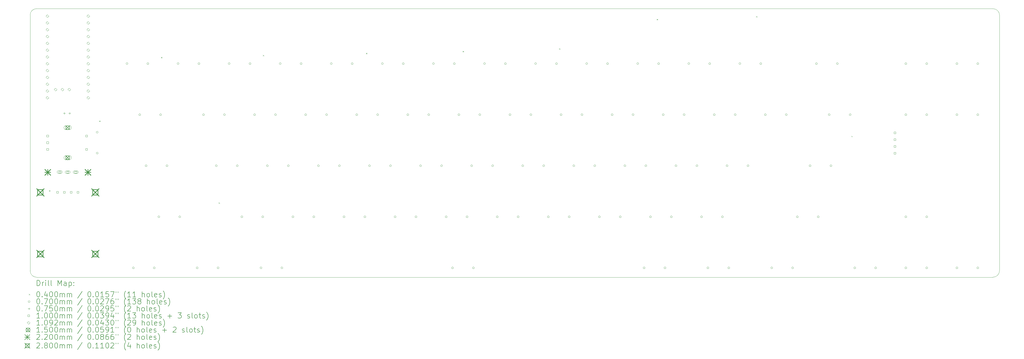
<source format=gbr>
%TF.GenerationSoftware,KiCad,Pcbnew,8.0.7*%
%TF.CreationDate,2025-01-01T13:31:27+11:00*%
%TF.ProjectId,Mainpcb,4d61696e-7063-4622-9e6b-696361645f70,rev?*%
%TF.SameCoordinates,Original*%
%TF.FileFunction,Drillmap*%
%TF.FilePolarity,Positive*%
%FSLAX45Y45*%
G04 Gerber Fmt 4.5, Leading zero omitted, Abs format (unit mm)*
G04 Created by KiCad (PCBNEW 8.0.7) date 2025-01-01 13:31:27*
%MOMM*%
%LPD*%
G01*
G04 APERTURE LIST*
%ADD10C,0.100000*%
%ADD11C,0.200000*%
%ADD12C,0.109220*%
%ADD13C,0.150000*%
%ADD14C,0.220000*%
%ADD15C,0.280000*%
G04 APERTURE END LIST*
D10*
X2000000Y-2038130D02*
X2000000Y-11581870D01*
X38156109Y-2047500D02*
X38156109Y-11572500D01*
X37908609Y-1800000D02*
X2238130Y-1800000D01*
X37908609Y-11820000D02*
X2238130Y-11820000D01*
X2238130Y-11820000D02*
G75*
G02*
X2000000Y-11581870I0J238130D01*
G01*
X37908609Y-1800000D02*
G75*
G02*
X38156110Y-2047500I1J-247500D01*
G01*
X38156109Y-11572500D02*
G75*
G02*
X37908609Y-11819999I-247499J0D01*
G01*
X2000000Y-2038130D02*
G75*
G02*
X2238130Y-1800000I238130J0D01*
G01*
D11*
D10*
X2702500Y-8578735D02*
X2742500Y-8618735D01*
X2742500Y-8578735D02*
X2702500Y-8618735D01*
X4578735Y-5978735D02*
X4618735Y-6018735D01*
X4618735Y-5978735D02*
X4578735Y-6018735D01*
X6883500Y-3602500D02*
X6923500Y-3642500D01*
X6923500Y-3602500D02*
X6883500Y-3642500D01*
X9030000Y-9030000D02*
X9070000Y-9070000D01*
X9070000Y-9030000D02*
X9030000Y-9070000D01*
X10680000Y-3530000D02*
X10720000Y-3570000D01*
X10720000Y-3530000D02*
X10680000Y-3570000D01*
X14530000Y-3452500D02*
X14570000Y-3492500D01*
X14570000Y-3452500D02*
X14530000Y-3492500D01*
X18134500Y-3380000D02*
X18174500Y-3420000D01*
X18174500Y-3380000D02*
X18134500Y-3420000D01*
X21730000Y-3280000D02*
X21770000Y-3320000D01*
X21770000Y-3280000D02*
X21730000Y-3320000D01*
X25373500Y-2186500D02*
X25413500Y-2226500D01*
X25413500Y-2186500D02*
X25373500Y-2226500D01*
X29077000Y-2080000D02*
X29117000Y-2120000D01*
X29117000Y-2080000D02*
X29077000Y-2120000D01*
X32630000Y-6545500D02*
X32670000Y-6585500D01*
X32670000Y-6545500D02*
X32630000Y-6585500D01*
X4535000Y-6410000D02*
G75*
G02*
X4465000Y-6410000I-35000J0D01*
G01*
X4465000Y-6410000D02*
G75*
G02*
X4535000Y-6410000I35000J0D01*
G01*
X4535000Y-7190000D02*
G75*
G02*
X4465000Y-7190000I-35000J0D01*
G01*
X4465000Y-7190000D02*
G75*
G02*
X4535000Y-7190000I35000J0D01*
G01*
X5645000Y-3850000D02*
G75*
G02*
X5575000Y-3850000I-35000J0D01*
G01*
X5575000Y-3850000D02*
G75*
G02*
X5645000Y-3850000I35000J0D01*
G01*
X5883125Y-11470000D02*
G75*
G02*
X5813125Y-11470000I-35000J0D01*
G01*
X5813125Y-11470000D02*
G75*
G02*
X5883125Y-11470000I35000J0D01*
G01*
X6121250Y-5755000D02*
G75*
G02*
X6051250Y-5755000I-35000J0D01*
G01*
X6051250Y-5755000D02*
G75*
G02*
X6121250Y-5755000I35000J0D01*
G01*
X6359375Y-7660000D02*
G75*
G02*
X6289375Y-7660000I-35000J0D01*
G01*
X6289375Y-7660000D02*
G75*
G02*
X6359375Y-7660000I35000J0D01*
G01*
X6425000Y-3850000D02*
G75*
G02*
X6355000Y-3850000I-35000J0D01*
G01*
X6355000Y-3850000D02*
G75*
G02*
X6425000Y-3850000I35000J0D01*
G01*
X6663125Y-11470000D02*
G75*
G02*
X6593125Y-11470000I-35000J0D01*
G01*
X6593125Y-11470000D02*
G75*
G02*
X6663125Y-11470000I35000J0D01*
G01*
X6835625Y-9565000D02*
G75*
G02*
X6765625Y-9565000I-35000J0D01*
G01*
X6765625Y-9565000D02*
G75*
G02*
X6835625Y-9565000I35000J0D01*
G01*
X6901250Y-5755000D02*
G75*
G02*
X6831250Y-5755000I-35000J0D01*
G01*
X6831250Y-5755000D02*
G75*
G02*
X6901250Y-5755000I35000J0D01*
G01*
X7139375Y-7660000D02*
G75*
G02*
X7069375Y-7660000I-35000J0D01*
G01*
X7069375Y-7660000D02*
G75*
G02*
X7139375Y-7660000I35000J0D01*
G01*
X7550000Y-3850000D02*
G75*
G02*
X7480000Y-3850000I-35000J0D01*
G01*
X7480000Y-3850000D02*
G75*
G02*
X7550000Y-3850000I35000J0D01*
G01*
X7615625Y-9565000D02*
G75*
G02*
X7545625Y-9565000I-35000J0D01*
G01*
X7545625Y-9565000D02*
G75*
G02*
X7615625Y-9565000I35000J0D01*
G01*
X8264299Y-11470000D02*
G75*
G02*
X8194299Y-11470000I-35000J0D01*
G01*
X8194299Y-11470000D02*
G75*
G02*
X8264299Y-11470000I35000J0D01*
G01*
X8330000Y-3850000D02*
G75*
G02*
X8260000Y-3850000I-35000J0D01*
G01*
X8260000Y-3850000D02*
G75*
G02*
X8330000Y-3850000I35000J0D01*
G01*
X8502492Y-5755000D02*
G75*
G02*
X8432492Y-5755000I-35000J0D01*
G01*
X8432492Y-5755000D02*
G75*
G02*
X8502492Y-5755000I35000J0D01*
G01*
X8978814Y-7660000D02*
G75*
G02*
X8908814Y-7660000I-35000J0D01*
G01*
X8908814Y-7660000D02*
G75*
G02*
X8978814Y-7660000I35000J0D01*
G01*
X9044300Y-11470000D02*
G75*
G02*
X8974300Y-11470000I-35000J0D01*
G01*
X8974300Y-11470000D02*
G75*
G02*
X9044300Y-11470000I35000J0D01*
G01*
X9282492Y-5755000D02*
G75*
G02*
X9212492Y-5755000I-35000J0D01*
G01*
X9212492Y-5755000D02*
G75*
G02*
X9282492Y-5755000I35000J0D01*
G01*
X9455000Y-3850000D02*
G75*
G02*
X9385000Y-3850000I-35000J0D01*
G01*
X9385000Y-3850000D02*
G75*
G02*
X9455000Y-3850000I35000J0D01*
G01*
X9758814Y-7660000D02*
G75*
G02*
X9688814Y-7660000I-35000J0D01*
G01*
X9688814Y-7660000D02*
G75*
G02*
X9758814Y-7660000I35000J0D01*
G01*
X9931245Y-9565000D02*
G75*
G02*
X9861245Y-9565000I-35000J0D01*
G01*
X9861245Y-9565000D02*
G75*
G02*
X9931245Y-9565000I35000J0D01*
G01*
X10235000Y-3850000D02*
G75*
G02*
X10165000Y-3850000I-35000J0D01*
G01*
X10165000Y-3850000D02*
G75*
G02*
X10235000Y-3850000I35000J0D01*
G01*
X10407492Y-5755000D02*
G75*
G02*
X10337492Y-5755000I-35000J0D01*
G01*
X10337492Y-5755000D02*
G75*
G02*
X10407492Y-5755000I35000J0D01*
G01*
X10645474Y-11470000D02*
G75*
G02*
X10575474Y-11470000I-35000J0D01*
G01*
X10575474Y-11470000D02*
G75*
G02*
X10645474Y-11470000I35000J0D01*
G01*
X10711245Y-9565000D02*
G75*
G02*
X10641245Y-9565000I-35000J0D01*
G01*
X10641245Y-9565000D02*
G75*
G02*
X10711245Y-9565000I35000J0D01*
G01*
X10883814Y-7660000D02*
G75*
G02*
X10813814Y-7660000I-35000J0D01*
G01*
X10813814Y-7660000D02*
G75*
G02*
X10883814Y-7660000I35000J0D01*
G01*
X11187492Y-5755000D02*
G75*
G02*
X11117492Y-5755000I-35000J0D01*
G01*
X11117492Y-5755000D02*
G75*
G02*
X11187492Y-5755000I35000J0D01*
G01*
X11360000Y-3850000D02*
G75*
G02*
X11290000Y-3850000I-35000J0D01*
G01*
X11290000Y-3850000D02*
G75*
G02*
X11360000Y-3850000I35000J0D01*
G01*
X11425474Y-11470000D02*
G75*
G02*
X11355474Y-11470000I-35000J0D01*
G01*
X11355474Y-11470000D02*
G75*
G02*
X11425474Y-11470000I35000J0D01*
G01*
X11663813Y-7660000D02*
G75*
G02*
X11593813Y-7660000I-35000J0D01*
G01*
X11593813Y-7660000D02*
G75*
G02*
X11663813Y-7660000I35000J0D01*
G01*
X11836245Y-9565000D02*
G75*
G02*
X11766245Y-9565000I-35000J0D01*
G01*
X11766245Y-9565000D02*
G75*
G02*
X11836245Y-9565000I35000J0D01*
G01*
X12140000Y-3850000D02*
G75*
G02*
X12070000Y-3850000I-35000J0D01*
G01*
X12070000Y-3850000D02*
G75*
G02*
X12140000Y-3850000I35000J0D01*
G01*
X12312492Y-5755000D02*
G75*
G02*
X12242492Y-5755000I-35000J0D01*
G01*
X12242492Y-5755000D02*
G75*
G02*
X12312492Y-5755000I35000J0D01*
G01*
X12616245Y-9565000D02*
G75*
G02*
X12546245Y-9565000I-35000J0D01*
G01*
X12546245Y-9565000D02*
G75*
G02*
X12616245Y-9565000I35000J0D01*
G01*
X12788813Y-7660000D02*
G75*
G02*
X12718813Y-7660000I-35000J0D01*
G01*
X12718813Y-7660000D02*
G75*
G02*
X12788813Y-7660000I35000J0D01*
G01*
X13092492Y-5755000D02*
G75*
G02*
X13022492Y-5755000I-35000J0D01*
G01*
X13022492Y-5755000D02*
G75*
G02*
X13092492Y-5755000I35000J0D01*
G01*
X13265000Y-3850000D02*
G75*
G02*
X13195000Y-3850000I-35000J0D01*
G01*
X13195000Y-3850000D02*
G75*
G02*
X13265000Y-3850000I35000J0D01*
G01*
X13568813Y-7660000D02*
G75*
G02*
X13498813Y-7660000I-35000J0D01*
G01*
X13498813Y-7660000D02*
G75*
G02*
X13568813Y-7660000I35000J0D01*
G01*
X13741245Y-9565000D02*
G75*
G02*
X13671245Y-9565000I-35000J0D01*
G01*
X13671245Y-9565000D02*
G75*
G02*
X13741245Y-9565000I35000J0D01*
G01*
X14045000Y-3850000D02*
G75*
G02*
X13975000Y-3850000I-35000J0D01*
G01*
X13975000Y-3850000D02*
G75*
G02*
X14045000Y-3850000I35000J0D01*
G01*
X14217492Y-5755000D02*
G75*
G02*
X14147492Y-5755000I-35000J0D01*
G01*
X14147492Y-5755000D02*
G75*
G02*
X14217492Y-5755000I35000J0D01*
G01*
X14521245Y-9565000D02*
G75*
G02*
X14451245Y-9565000I-35000J0D01*
G01*
X14451245Y-9565000D02*
G75*
G02*
X14521245Y-9565000I35000J0D01*
G01*
X14693813Y-7660000D02*
G75*
G02*
X14623813Y-7660000I-35000J0D01*
G01*
X14623813Y-7660000D02*
G75*
G02*
X14693813Y-7660000I35000J0D01*
G01*
X14997492Y-5755000D02*
G75*
G02*
X14927492Y-5755000I-35000J0D01*
G01*
X14927492Y-5755000D02*
G75*
G02*
X14997492Y-5755000I35000J0D01*
G01*
X15170000Y-3850000D02*
G75*
G02*
X15100000Y-3850000I-35000J0D01*
G01*
X15100000Y-3850000D02*
G75*
G02*
X15170000Y-3850000I35000J0D01*
G01*
X15473813Y-7660000D02*
G75*
G02*
X15403813Y-7660000I-35000J0D01*
G01*
X15403813Y-7660000D02*
G75*
G02*
X15473813Y-7660000I35000J0D01*
G01*
X15646245Y-9565000D02*
G75*
G02*
X15576245Y-9565000I-35000J0D01*
G01*
X15576245Y-9565000D02*
G75*
G02*
X15646245Y-9565000I35000J0D01*
G01*
X15950000Y-3850000D02*
G75*
G02*
X15880000Y-3850000I-35000J0D01*
G01*
X15880000Y-3850000D02*
G75*
G02*
X15950000Y-3850000I35000J0D01*
G01*
X16122492Y-5755000D02*
G75*
G02*
X16052492Y-5755000I-35000J0D01*
G01*
X16052492Y-5755000D02*
G75*
G02*
X16122492Y-5755000I35000J0D01*
G01*
X16426245Y-9565000D02*
G75*
G02*
X16356245Y-9565000I-35000J0D01*
G01*
X16356245Y-9565000D02*
G75*
G02*
X16426245Y-9565000I35000J0D01*
G01*
X16598813Y-7660000D02*
G75*
G02*
X16528813Y-7660000I-35000J0D01*
G01*
X16528813Y-7660000D02*
G75*
G02*
X16598813Y-7660000I35000J0D01*
G01*
X16902492Y-5755000D02*
G75*
G02*
X16832492Y-5755000I-35000J0D01*
G01*
X16832492Y-5755000D02*
G75*
G02*
X16902492Y-5755000I35000J0D01*
G01*
X17075000Y-3850000D02*
G75*
G02*
X17005000Y-3850000I-35000J0D01*
G01*
X17005000Y-3850000D02*
G75*
G02*
X17075000Y-3850000I35000J0D01*
G01*
X17378814Y-7660000D02*
G75*
G02*
X17308814Y-7660000I-35000J0D01*
G01*
X17308814Y-7660000D02*
G75*
G02*
X17378814Y-7660000I35000J0D01*
G01*
X17551245Y-9565000D02*
G75*
G02*
X17481245Y-9565000I-35000J0D01*
G01*
X17481245Y-9565000D02*
G75*
G02*
X17551245Y-9565000I35000J0D01*
G01*
X17789159Y-11470000D02*
G75*
G02*
X17719159Y-11470000I-35000J0D01*
G01*
X17719159Y-11470000D02*
G75*
G02*
X17789159Y-11470000I35000J0D01*
G01*
X17855000Y-3850000D02*
G75*
G02*
X17785000Y-3850000I-35000J0D01*
G01*
X17785000Y-3850000D02*
G75*
G02*
X17855000Y-3850000I35000J0D01*
G01*
X18027492Y-5755000D02*
G75*
G02*
X17957492Y-5755000I-35000J0D01*
G01*
X17957492Y-5755000D02*
G75*
G02*
X18027492Y-5755000I35000J0D01*
G01*
X18331245Y-9565000D02*
G75*
G02*
X18261245Y-9565000I-35000J0D01*
G01*
X18261245Y-9565000D02*
G75*
G02*
X18331245Y-9565000I35000J0D01*
G01*
X18503814Y-7660000D02*
G75*
G02*
X18433814Y-7660000I-35000J0D01*
G01*
X18433814Y-7660000D02*
G75*
G02*
X18503814Y-7660000I35000J0D01*
G01*
X18569159Y-11470000D02*
G75*
G02*
X18499159Y-11470000I-35000J0D01*
G01*
X18499159Y-11470000D02*
G75*
G02*
X18569159Y-11470000I35000J0D01*
G01*
X18807492Y-5755000D02*
G75*
G02*
X18737492Y-5755000I-35000J0D01*
G01*
X18737492Y-5755000D02*
G75*
G02*
X18807492Y-5755000I35000J0D01*
G01*
X18980000Y-3850000D02*
G75*
G02*
X18910000Y-3850000I-35000J0D01*
G01*
X18910000Y-3850000D02*
G75*
G02*
X18980000Y-3850000I35000J0D01*
G01*
X19283814Y-7660000D02*
G75*
G02*
X19213814Y-7660000I-35000J0D01*
G01*
X19213814Y-7660000D02*
G75*
G02*
X19283814Y-7660000I35000J0D01*
G01*
X19456245Y-9565000D02*
G75*
G02*
X19386245Y-9565000I-35000J0D01*
G01*
X19386245Y-9565000D02*
G75*
G02*
X19456245Y-9565000I35000J0D01*
G01*
X19760000Y-3850000D02*
G75*
G02*
X19690000Y-3850000I-35000J0D01*
G01*
X19690000Y-3850000D02*
G75*
G02*
X19760000Y-3850000I35000J0D01*
G01*
X19932492Y-5755000D02*
G75*
G02*
X19862492Y-5755000I-35000J0D01*
G01*
X19862492Y-5755000D02*
G75*
G02*
X19932492Y-5755000I35000J0D01*
G01*
X20236245Y-9565000D02*
G75*
G02*
X20166245Y-9565000I-35000J0D01*
G01*
X20166245Y-9565000D02*
G75*
G02*
X20236245Y-9565000I35000J0D01*
G01*
X20408814Y-7660000D02*
G75*
G02*
X20338814Y-7660000I-35000J0D01*
G01*
X20338814Y-7660000D02*
G75*
G02*
X20408814Y-7660000I35000J0D01*
G01*
X20712492Y-5755000D02*
G75*
G02*
X20642492Y-5755000I-35000J0D01*
G01*
X20642492Y-5755000D02*
G75*
G02*
X20712492Y-5755000I35000J0D01*
G01*
X20885000Y-3850000D02*
G75*
G02*
X20815000Y-3850000I-35000J0D01*
G01*
X20815000Y-3850000D02*
G75*
G02*
X20885000Y-3850000I35000J0D01*
G01*
X21188814Y-7660000D02*
G75*
G02*
X21118814Y-7660000I-35000J0D01*
G01*
X21118814Y-7660000D02*
G75*
G02*
X21188814Y-7660000I35000J0D01*
G01*
X21361245Y-9565000D02*
G75*
G02*
X21291245Y-9565000I-35000J0D01*
G01*
X21291245Y-9565000D02*
G75*
G02*
X21361245Y-9565000I35000J0D01*
G01*
X21665000Y-3850000D02*
G75*
G02*
X21595000Y-3850000I-35000J0D01*
G01*
X21595000Y-3850000D02*
G75*
G02*
X21665000Y-3850000I35000J0D01*
G01*
X21837492Y-5755000D02*
G75*
G02*
X21767492Y-5755000I-35000J0D01*
G01*
X21767492Y-5755000D02*
G75*
G02*
X21837492Y-5755000I35000J0D01*
G01*
X22141245Y-9565000D02*
G75*
G02*
X22071245Y-9565000I-35000J0D01*
G01*
X22071245Y-9565000D02*
G75*
G02*
X22141245Y-9565000I35000J0D01*
G01*
X22313814Y-7660000D02*
G75*
G02*
X22243814Y-7660000I-35000J0D01*
G01*
X22243814Y-7660000D02*
G75*
G02*
X22313814Y-7660000I35000J0D01*
G01*
X22617492Y-5755000D02*
G75*
G02*
X22547492Y-5755000I-35000J0D01*
G01*
X22547492Y-5755000D02*
G75*
G02*
X22617492Y-5755000I35000J0D01*
G01*
X22790000Y-3850000D02*
G75*
G02*
X22720000Y-3850000I-35000J0D01*
G01*
X22720000Y-3850000D02*
G75*
G02*
X22790000Y-3850000I35000J0D01*
G01*
X23093813Y-7660000D02*
G75*
G02*
X23023813Y-7660000I-35000J0D01*
G01*
X23023813Y-7660000D02*
G75*
G02*
X23093813Y-7660000I35000J0D01*
G01*
X23266245Y-9565000D02*
G75*
G02*
X23196245Y-9565000I-35000J0D01*
G01*
X23196245Y-9565000D02*
G75*
G02*
X23266245Y-9565000I35000J0D01*
G01*
X23570000Y-3850000D02*
G75*
G02*
X23500000Y-3850000I-35000J0D01*
G01*
X23500000Y-3850000D02*
G75*
G02*
X23570000Y-3850000I35000J0D01*
G01*
X23742492Y-5755000D02*
G75*
G02*
X23672492Y-5755000I-35000J0D01*
G01*
X23672492Y-5755000D02*
G75*
G02*
X23742492Y-5755000I35000J0D01*
G01*
X24046245Y-9565000D02*
G75*
G02*
X23976245Y-9565000I-35000J0D01*
G01*
X23976245Y-9565000D02*
G75*
G02*
X24046245Y-9565000I35000J0D01*
G01*
X24218813Y-7660000D02*
G75*
G02*
X24148813Y-7660000I-35000J0D01*
G01*
X24148813Y-7660000D02*
G75*
G02*
X24218813Y-7660000I35000J0D01*
G01*
X24522492Y-5755000D02*
G75*
G02*
X24452492Y-5755000I-35000J0D01*
G01*
X24452492Y-5755000D02*
G75*
G02*
X24522492Y-5755000I35000J0D01*
G01*
X24695000Y-3850000D02*
G75*
G02*
X24625000Y-3850000I-35000J0D01*
G01*
X24625000Y-3850000D02*
G75*
G02*
X24695000Y-3850000I35000J0D01*
G01*
X24932959Y-11470000D02*
G75*
G02*
X24862959Y-11470000I-35000J0D01*
G01*
X24862959Y-11470000D02*
G75*
G02*
X24932959Y-11470000I35000J0D01*
G01*
X24998813Y-7660000D02*
G75*
G02*
X24928813Y-7660000I-35000J0D01*
G01*
X24928813Y-7660000D02*
G75*
G02*
X24998813Y-7660000I35000J0D01*
G01*
X25171245Y-9565000D02*
G75*
G02*
X25101245Y-9565000I-35000J0D01*
G01*
X25101245Y-9565000D02*
G75*
G02*
X25171245Y-9565000I35000J0D01*
G01*
X25475000Y-3850000D02*
G75*
G02*
X25405000Y-3850000I-35000J0D01*
G01*
X25405000Y-3850000D02*
G75*
G02*
X25475000Y-3850000I35000J0D01*
G01*
X25647492Y-5755000D02*
G75*
G02*
X25577492Y-5755000I-35000J0D01*
G01*
X25577492Y-5755000D02*
G75*
G02*
X25647492Y-5755000I35000J0D01*
G01*
X25712959Y-11470000D02*
G75*
G02*
X25642959Y-11470000I-35000J0D01*
G01*
X25642959Y-11470000D02*
G75*
G02*
X25712959Y-11470000I35000J0D01*
G01*
X25951245Y-9565000D02*
G75*
G02*
X25881245Y-9565000I-35000J0D01*
G01*
X25881245Y-9565000D02*
G75*
G02*
X25951245Y-9565000I35000J0D01*
G01*
X26123813Y-7660000D02*
G75*
G02*
X26053813Y-7660000I-35000J0D01*
G01*
X26053813Y-7660000D02*
G75*
G02*
X26123813Y-7660000I35000J0D01*
G01*
X26427492Y-5755000D02*
G75*
G02*
X26357492Y-5755000I-35000J0D01*
G01*
X26357492Y-5755000D02*
G75*
G02*
X26427492Y-5755000I35000J0D01*
G01*
X26600000Y-3850000D02*
G75*
G02*
X26530000Y-3850000I-35000J0D01*
G01*
X26530000Y-3850000D02*
G75*
G02*
X26600000Y-3850000I35000J0D01*
G01*
X26903813Y-7660000D02*
G75*
G02*
X26833813Y-7660000I-35000J0D01*
G01*
X26833813Y-7660000D02*
G75*
G02*
X26903813Y-7660000I35000J0D01*
G01*
X27076245Y-9565000D02*
G75*
G02*
X27006245Y-9565000I-35000J0D01*
G01*
X27006245Y-9565000D02*
G75*
G02*
X27076245Y-9565000I35000J0D01*
G01*
X27314159Y-11470000D02*
G75*
G02*
X27244159Y-11470000I-35000J0D01*
G01*
X27244159Y-11470000D02*
G75*
G02*
X27314159Y-11470000I35000J0D01*
G01*
X27380000Y-3850000D02*
G75*
G02*
X27310000Y-3850000I-35000J0D01*
G01*
X27310000Y-3850000D02*
G75*
G02*
X27380000Y-3850000I35000J0D01*
G01*
X27552492Y-5755000D02*
G75*
G02*
X27482492Y-5755000I-35000J0D01*
G01*
X27482492Y-5755000D02*
G75*
G02*
X27552492Y-5755000I35000J0D01*
G01*
X27856245Y-9565000D02*
G75*
G02*
X27786245Y-9565000I-35000J0D01*
G01*
X27786245Y-9565000D02*
G75*
G02*
X27856245Y-9565000I35000J0D01*
G01*
X28028813Y-7660000D02*
G75*
G02*
X27958813Y-7660000I-35000J0D01*
G01*
X27958813Y-7660000D02*
G75*
G02*
X28028813Y-7660000I35000J0D01*
G01*
X28094159Y-11470000D02*
G75*
G02*
X28024159Y-11470000I-35000J0D01*
G01*
X28024159Y-11470000D02*
G75*
G02*
X28094159Y-11470000I35000J0D01*
G01*
X28332492Y-5755000D02*
G75*
G02*
X28262492Y-5755000I-35000J0D01*
G01*
X28262492Y-5755000D02*
G75*
G02*
X28332492Y-5755000I35000J0D01*
G01*
X28505000Y-3850000D02*
G75*
G02*
X28435000Y-3850000I-35000J0D01*
G01*
X28435000Y-3850000D02*
G75*
G02*
X28505000Y-3850000I35000J0D01*
G01*
X28808813Y-7660000D02*
G75*
G02*
X28738813Y-7660000I-35000J0D01*
G01*
X28738813Y-7660000D02*
G75*
G02*
X28808813Y-7660000I35000J0D01*
G01*
X29285000Y-3850000D02*
G75*
G02*
X29215000Y-3850000I-35000J0D01*
G01*
X29215000Y-3850000D02*
G75*
G02*
X29285000Y-3850000I35000J0D01*
G01*
X29457492Y-5755000D02*
G75*
G02*
X29387492Y-5755000I-35000J0D01*
G01*
X29387492Y-5755000D02*
G75*
G02*
X29457492Y-5755000I35000J0D01*
G01*
X29695459Y-11470000D02*
G75*
G02*
X29625459Y-11470000I-35000J0D01*
G01*
X29625459Y-11470000D02*
G75*
G02*
X29695459Y-11470000I35000J0D01*
G01*
X30237492Y-5755000D02*
G75*
G02*
X30167492Y-5755000I-35000J0D01*
G01*
X30167492Y-5755000D02*
G75*
G02*
X30237492Y-5755000I35000J0D01*
G01*
X30475459Y-11470000D02*
G75*
G02*
X30405459Y-11470000I-35000J0D01*
G01*
X30405459Y-11470000D02*
G75*
G02*
X30475459Y-11470000I35000J0D01*
G01*
X30648045Y-9565000D02*
G75*
G02*
X30578045Y-9565000I-35000J0D01*
G01*
X30578045Y-9565000D02*
G75*
G02*
X30648045Y-9565000I35000J0D01*
G01*
X31124363Y-7660000D02*
G75*
G02*
X31054363Y-7660000I-35000J0D01*
G01*
X31054363Y-7660000D02*
G75*
G02*
X31124363Y-7660000I35000J0D01*
G01*
X31362500Y-3850000D02*
G75*
G02*
X31292500Y-3850000I-35000J0D01*
G01*
X31292500Y-3850000D02*
G75*
G02*
X31362500Y-3850000I35000J0D01*
G01*
X31428045Y-9565000D02*
G75*
G02*
X31358045Y-9565000I-35000J0D01*
G01*
X31358045Y-9565000D02*
G75*
G02*
X31428045Y-9565000I35000J0D01*
G01*
X31838742Y-5755000D02*
G75*
G02*
X31768742Y-5755000I-35000J0D01*
G01*
X31768742Y-5755000D02*
G75*
G02*
X31838742Y-5755000I35000J0D01*
G01*
X31904363Y-7660000D02*
G75*
G02*
X31834363Y-7660000I-35000J0D01*
G01*
X31834363Y-7660000D02*
G75*
G02*
X31904363Y-7660000I35000J0D01*
G01*
X32142500Y-3850000D02*
G75*
G02*
X32072500Y-3850000I-35000J0D01*
G01*
X32072500Y-3850000D02*
G75*
G02*
X32142500Y-3850000I35000J0D01*
G01*
X32618742Y-5755000D02*
G75*
G02*
X32548742Y-5755000I-35000J0D01*
G01*
X32548742Y-5755000D02*
G75*
G02*
X32618742Y-5755000I35000J0D01*
G01*
X32791109Y-11470000D02*
G75*
G02*
X32721109Y-11470000I-35000J0D01*
G01*
X32721109Y-11470000D02*
G75*
G02*
X32791109Y-11470000I35000J0D01*
G01*
X33571109Y-11470000D02*
G75*
G02*
X33501109Y-11470000I-35000J0D01*
G01*
X33501109Y-11470000D02*
G75*
G02*
X33571109Y-11470000I35000J0D01*
G01*
X34696109Y-9565000D02*
G75*
G02*
X34626109Y-9565000I-35000J0D01*
G01*
X34626109Y-9565000D02*
G75*
G02*
X34696109Y-9565000I35000J0D01*
G01*
X34696109Y-11470000D02*
G75*
G02*
X34626109Y-11470000I-35000J0D01*
G01*
X34626109Y-11470000D02*
G75*
G02*
X34696109Y-11470000I35000J0D01*
G01*
X34696250Y-3850000D02*
G75*
G02*
X34626250Y-3850000I-35000J0D01*
G01*
X34626250Y-3850000D02*
G75*
G02*
X34696250Y-3850000I35000J0D01*
G01*
X34696250Y-5755000D02*
G75*
G02*
X34626250Y-5755000I-35000J0D01*
G01*
X34626250Y-5755000D02*
G75*
G02*
X34696250Y-5755000I35000J0D01*
G01*
X35476109Y-9565000D02*
G75*
G02*
X35406109Y-9565000I-35000J0D01*
G01*
X35406109Y-9565000D02*
G75*
G02*
X35476109Y-9565000I35000J0D01*
G01*
X35476109Y-11470000D02*
G75*
G02*
X35406109Y-11470000I-35000J0D01*
G01*
X35406109Y-11470000D02*
G75*
G02*
X35476109Y-11470000I35000J0D01*
G01*
X35476250Y-3850000D02*
G75*
G02*
X35406250Y-3850000I-35000J0D01*
G01*
X35406250Y-3850000D02*
G75*
G02*
X35476250Y-3850000I35000J0D01*
G01*
X35476250Y-5755000D02*
G75*
G02*
X35406250Y-5755000I-35000J0D01*
G01*
X35406250Y-5755000D02*
G75*
G02*
X35476250Y-5755000I35000J0D01*
G01*
X36601109Y-11470000D02*
G75*
G02*
X36531109Y-11470000I-35000J0D01*
G01*
X36531109Y-11470000D02*
G75*
G02*
X36601109Y-11470000I35000J0D01*
G01*
X36601250Y-3850000D02*
G75*
G02*
X36531250Y-3850000I-35000J0D01*
G01*
X36531250Y-3850000D02*
G75*
G02*
X36601250Y-3850000I35000J0D01*
G01*
X36601250Y-5755000D02*
G75*
G02*
X36531250Y-5755000I-35000J0D01*
G01*
X36531250Y-5755000D02*
G75*
G02*
X36601250Y-5755000I35000J0D01*
G01*
X37381109Y-11470000D02*
G75*
G02*
X37311109Y-11470000I-35000J0D01*
G01*
X37311109Y-11470000D02*
G75*
G02*
X37381109Y-11470000I35000J0D01*
G01*
X37381250Y-3850000D02*
G75*
G02*
X37311250Y-3850000I-35000J0D01*
G01*
X37311250Y-3850000D02*
G75*
G02*
X37381250Y-3850000I35000J0D01*
G01*
X37381250Y-5755000D02*
G75*
G02*
X37311250Y-5755000I-35000J0D01*
G01*
X37311250Y-5755000D02*
G75*
G02*
X37381250Y-5755000I35000J0D01*
G01*
X3273000Y-5667500D02*
X3273000Y-5742500D01*
X3235500Y-5705000D02*
X3310500Y-5705000D01*
X3473000Y-5667500D02*
X3473000Y-5742500D01*
X3435500Y-5705000D02*
X3510500Y-5705000D01*
X2685356Y-6585356D02*
X2685356Y-6514644D01*
X2614644Y-6514644D01*
X2614644Y-6585356D01*
X2685356Y-6585356D01*
X2685356Y-6835356D02*
X2685356Y-6764644D01*
X2614644Y-6764644D01*
X2614644Y-6835356D01*
X2685356Y-6835356D01*
X2685356Y-7085356D02*
X2685356Y-7014644D01*
X2614644Y-7014644D01*
X2614644Y-7085356D01*
X2685356Y-7085356D01*
X3054356Y-8685356D02*
X3054356Y-8614644D01*
X2983644Y-8614644D01*
X2983644Y-8685356D01*
X3054356Y-8685356D01*
X3135356Y-7930356D02*
X3135356Y-7859644D01*
X3064644Y-7859644D01*
X3064644Y-7930356D01*
X3135356Y-7930356D01*
X3055000Y-7945000D02*
X3145000Y-7945000D01*
X3145000Y-7845000D02*
G75*
G02*
X3145000Y-7945000I0J-50000D01*
G01*
X3145000Y-7845000D02*
X3055000Y-7845000D01*
X3055000Y-7845000D02*
G75*
G03*
X3055000Y-7945000I0J-50000D01*
G01*
X3308356Y-8685356D02*
X3308356Y-8614644D01*
X3237644Y-8614644D01*
X3237644Y-8685356D01*
X3308356Y-8685356D01*
X3435356Y-7935356D02*
X3435356Y-7864644D01*
X3364644Y-7864644D01*
X3364644Y-7935356D01*
X3435356Y-7935356D01*
X3355000Y-7950000D02*
X3445000Y-7950000D01*
X3445000Y-7850000D02*
G75*
G02*
X3445000Y-7950000I0J-50000D01*
G01*
X3445000Y-7850000D02*
X3355000Y-7850000D01*
X3355000Y-7850000D02*
G75*
G03*
X3355000Y-7950000I0J-50000D01*
G01*
X3562356Y-8685356D02*
X3562356Y-8614644D01*
X3491644Y-8614644D01*
X3491644Y-8685356D01*
X3562356Y-8685356D01*
X3735356Y-7935356D02*
X3735356Y-7864644D01*
X3664644Y-7864644D01*
X3664644Y-7935356D01*
X3735356Y-7935356D01*
X3655000Y-7950000D02*
X3745000Y-7950000D01*
X3745000Y-7850000D02*
G75*
G02*
X3745000Y-7950000I0J-50000D01*
G01*
X3745000Y-7850000D02*
X3655000Y-7850000D01*
X3655000Y-7850000D02*
G75*
G03*
X3655000Y-7950000I0J-50000D01*
G01*
X3816356Y-8685356D02*
X3816356Y-8614644D01*
X3745644Y-8614644D01*
X3745644Y-8685356D01*
X3816356Y-8685356D01*
X4135356Y-6585356D02*
X4135356Y-6514644D01*
X4064644Y-6514644D01*
X4064644Y-6585356D01*
X4135356Y-6585356D01*
X4135356Y-7085356D02*
X4135356Y-7014644D01*
X4064644Y-7014644D01*
X4064644Y-7085356D01*
X4135356Y-7085356D01*
X34289106Y-6464356D02*
X34289106Y-6393644D01*
X34218394Y-6393644D01*
X34218394Y-6464356D01*
X34289106Y-6464356D01*
X34289106Y-6718356D02*
X34289106Y-6647644D01*
X34218394Y-6647644D01*
X34218394Y-6718356D01*
X34289106Y-6718356D01*
X34289106Y-6972356D02*
X34289106Y-6901644D01*
X34218394Y-6901644D01*
X34218394Y-6972356D01*
X34289106Y-6972356D01*
X34289106Y-7226356D02*
X34289106Y-7155644D01*
X34218394Y-7155644D01*
X34218394Y-7226356D01*
X34289106Y-7226356D01*
D12*
X2638000Y-2130610D02*
X2692610Y-2076000D01*
X2638000Y-2021390D01*
X2583390Y-2076000D01*
X2638000Y-2130610D01*
X2638000Y-2384610D02*
X2692610Y-2330000D01*
X2638000Y-2275390D01*
X2583390Y-2330000D01*
X2638000Y-2384610D01*
X2638000Y-2638610D02*
X2692610Y-2584000D01*
X2638000Y-2529390D01*
X2583390Y-2584000D01*
X2638000Y-2638610D01*
X2638000Y-2892610D02*
X2692610Y-2838000D01*
X2638000Y-2783390D01*
X2583390Y-2838000D01*
X2638000Y-2892610D01*
X2638000Y-3146610D02*
X2692610Y-3092000D01*
X2638000Y-3037390D01*
X2583390Y-3092000D01*
X2638000Y-3146610D01*
X2638000Y-3400610D02*
X2692610Y-3346000D01*
X2638000Y-3291390D01*
X2583390Y-3346000D01*
X2638000Y-3400610D01*
X2638000Y-3654610D02*
X2692610Y-3600000D01*
X2638000Y-3545390D01*
X2583390Y-3600000D01*
X2638000Y-3654610D01*
X2638000Y-3908610D02*
X2692610Y-3854000D01*
X2638000Y-3799390D01*
X2583390Y-3854000D01*
X2638000Y-3908610D01*
X2638000Y-4162610D02*
X2692610Y-4108000D01*
X2638000Y-4053390D01*
X2583390Y-4108000D01*
X2638000Y-4162610D01*
X2638000Y-4416610D02*
X2692610Y-4362000D01*
X2638000Y-4307390D01*
X2583390Y-4362000D01*
X2638000Y-4416610D01*
X2638000Y-4670610D02*
X2692610Y-4616000D01*
X2638000Y-4561390D01*
X2583390Y-4616000D01*
X2638000Y-4670610D01*
X2638000Y-4924610D02*
X2692610Y-4870000D01*
X2638000Y-4815390D01*
X2583390Y-4870000D01*
X2638000Y-4924610D01*
X2638000Y-5178610D02*
X2692610Y-5124000D01*
X2638000Y-5069390D01*
X2583390Y-5124000D01*
X2638000Y-5178610D01*
X2946000Y-4869110D02*
X3000610Y-4814500D01*
X2946000Y-4759890D01*
X2891390Y-4814500D01*
X2946000Y-4869110D01*
X3200000Y-4869110D02*
X3254610Y-4814500D01*
X3200000Y-4759890D01*
X3145390Y-4814500D01*
X3200000Y-4869110D01*
X3454000Y-4869110D02*
X3508610Y-4814500D01*
X3454000Y-4759890D01*
X3399390Y-4814500D01*
X3454000Y-4869110D01*
X4162000Y-2130610D02*
X4216610Y-2076000D01*
X4162000Y-2021390D01*
X4107390Y-2076000D01*
X4162000Y-2130610D01*
X4162000Y-2384610D02*
X4216610Y-2330000D01*
X4162000Y-2275390D01*
X4107390Y-2330000D01*
X4162000Y-2384610D01*
X4162000Y-2638610D02*
X4216610Y-2584000D01*
X4162000Y-2529390D01*
X4107390Y-2584000D01*
X4162000Y-2638610D01*
X4162000Y-2892610D02*
X4216610Y-2838000D01*
X4162000Y-2783390D01*
X4107390Y-2838000D01*
X4162000Y-2892610D01*
X4162000Y-3146610D02*
X4216610Y-3092000D01*
X4162000Y-3037390D01*
X4107390Y-3092000D01*
X4162000Y-3146610D01*
X4162000Y-3400610D02*
X4216610Y-3346000D01*
X4162000Y-3291390D01*
X4107390Y-3346000D01*
X4162000Y-3400610D01*
X4162000Y-3654610D02*
X4216610Y-3600000D01*
X4162000Y-3545390D01*
X4107390Y-3600000D01*
X4162000Y-3654610D01*
X4162000Y-3908610D02*
X4216610Y-3854000D01*
X4162000Y-3799390D01*
X4107390Y-3854000D01*
X4162000Y-3908610D01*
X4162000Y-4162610D02*
X4216610Y-4108000D01*
X4162000Y-4053390D01*
X4107390Y-4108000D01*
X4162000Y-4162610D01*
X4162000Y-4416610D02*
X4216610Y-4362000D01*
X4162000Y-4307390D01*
X4107390Y-4362000D01*
X4162000Y-4416610D01*
X4162000Y-4670610D02*
X4216610Y-4616000D01*
X4162000Y-4561390D01*
X4107390Y-4616000D01*
X4162000Y-4670610D01*
X4162000Y-4924610D02*
X4216610Y-4870000D01*
X4162000Y-4815390D01*
X4107390Y-4870000D01*
X4162000Y-4924610D01*
X4162000Y-5178610D02*
X4216610Y-5124000D01*
X4162000Y-5069390D01*
X4107390Y-5124000D01*
X4162000Y-5178610D01*
D13*
X3325000Y-6165000D02*
X3475000Y-6315000D01*
X3475000Y-6165000D02*
X3325000Y-6315000D01*
X3475000Y-6240000D02*
G75*
G02*
X3325000Y-6240000I-75000J0D01*
G01*
X3325000Y-6240000D02*
G75*
G02*
X3475000Y-6240000I75000J0D01*
G01*
D10*
X3465000Y-6165000D02*
X3335000Y-6165000D01*
X3335000Y-6315000D02*
G75*
G02*
X3335000Y-6165000I0J75000D01*
G01*
X3335000Y-6315000D02*
X3465000Y-6315000D01*
X3465000Y-6315000D02*
G75*
G03*
X3465000Y-6165000I0J75000D01*
G01*
D13*
X3325000Y-7285000D02*
X3475000Y-7435000D01*
X3475000Y-7285000D02*
X3325000Y-7435000D01*
X3475000Y-7360000D02*
G75*
G02*
X3325000Y-7360000I-75000J0D01*
G01*
X3325000Y-7360000D02*
G75*
G02*
X3475000Y-7360000I75000J0D01*
G01*
D10*
X3335000Y-7435000D02*
X3465000Y-7435000D01*
X3465000Y-7285000D02*
G75*
G02*
X3465000Y-7435000I0J-75000D01*
G01*
X3465000Y-7285000D02*
X3335000Y-7285000D01*
X3335000Y-7285000D02*
G75*
G03*
X3335000Y-7435000I0J-75000D01*
G01*
D14*
X2540000Y-7790000D02*
X2760000Y-8010000D01*
X2760000Y-7790000D02*
X2540000Y-8010000D01*
X2650000Y-7790000D02*
X2650000Y-8010000D01*
X2540000Y-7900000D02*
X2760000Y-7900000D01*
X4040000Y-7790000D02*
X4260000Y-8010000D01*
X4260000Y-7790000D02*
X4040000Y-8010000D01*
X4150000Y-7790000D02*
X4150000Y-8010000D01*
X4040000Y-7900000D02*
X4260000Y-7900000D01*
D15*
X2235000Y-8510000D02*
X2515000Y-8790000D01*
X2515000Y-8510000D02*
X2235000Y-8790000D01*
X2473996Y-8748996D02*
X2473996Y-8551004D01*
X2276004Y-8551004D01*
X2276004Y-8748996D01*
X2473996Y-8748996D01*
X2235000Y-10810000D02*
X2515000Y-11090000D01*
X2515000Y-10810000D02*
X2235000Y-11090000D01*
X2473996Y-11048996D02*
X2473996Y-10851004D01*
X2276004Y-10851004D01*
X2276004Y-11048996D01*
X2473996Y-11048996D01*
X4285000Y-8510000D02*
X4565000Y-8790000D01*
X4565000Y-8510000D02*
X4285000Y-8790000D01*
X4523996Y-8748996D02*
X4523996Y-8551004D01*
X4326004Y-8551004D01*
X4326004Y-8748996D01*
X4523996Y-8748996D01*
X4285000Y-10810000D02*
X4565000Y-11090000D01*
X4565000Y-10810000D02*
X4285000Y-11090000D01*
X4523996Y-11048996D02*
X4523996Y-10851004D01*
X4326004Y-10851004D01*
X4326004Y-11048996D01*
X4523996Y-11048996D01*
D11*
X2255777Y-12136484D02*
X2255777Y-11936484D01*
X2255777Y-11936484D02*
X2303396Y-11936484D01*
X2303396Y-11936484D02*
X2331967Y-11946008D01*
X2331967Y-11946008D02*
X2351015Y-11965055D01*
X2351015Y-11965055D02*
X2360539Y-11984103D01*
X2360539Y-11984103D02*
X2370063Y-12022198D01*
X2370063Y-12022198D02*
X2370063Y-12050769D01*
X2370063Y-12050769D02*
X2360539Y-12088865D01*
X2360539Y-12088865D02*
X2351015Y-12107912D01*
X2351015Y-12107912D02*
X2331967Y-12126960D01*
X2331967Y-12126960D02*
X2303396Y-12136484D01*
X2303396Y-12136484D02*
X2255777Y-12136484D01*
X2455777Y-12136484D02*
X2455777Y-12003150D01*
X2455777Y-12041246D02*
X2465301Y-12022198D01*
X2465301Y-12022198D02*
X2474824Y-12012674D01*
X2474824Y-12012674D02*
X2493872Y-12003150D01*
X2493872Y-12003150D02*
X2512920Y-12003150D01*
X2579586Y-12136484D02*
X2579586Y-12003150D01*
X2579586Y-11936484D02*
X2570063Y-11946008D01*
X2570063Y-11946008D02*
X2579586Y-11955531D01*
X2579586Y-11955531D02*
X2589110Y-11946008D01*
X2589110Y-11946008D02*
X2579586Y-11936484D01*
X2579586Y-11936484D02*
X2579586Y-11955531D01*
X2703396Y-12136484D02*
X2684348Y-12126960D01*
X2684348Y-12126960D02*
X2674824Y-12107912D01*
X2674824Y-12107912D02*
X2674824Y-11936484D01*
X2808158Y-12136484D02*
X2789110Y-12126960D01*
X2789110Y-12126960D02*
X2779586Y-12107912D01*
X2779586Y-12107912D02*
X2779586Y-11936484D01*
X3036729Y-12136484D02*
X3036729Y-11936484D01*
X3036729Y-11936484D02*
X3103396Y-12079341D01*
X3103396Y-12079341D02*
X3170062Y-11936484D01*
X3170062Y-11936484D02*
X3170062Y-12136484D01*
X3351015Y-12136484D02*
X3351015Y-12031722D01*
X3351015Y-12031722D02*
X3341491Y-12012674D01*
X3341491Y-12012674D02*
X3322443Y-12003150D01*
X3322443Y-12003150D02*
X3284348Y-12003150D01*
X3284348Y-12003150D02*
X3265301Y-12012674D01*
X3351015Y-12126960D02*
X3331967Y-12136484D01*
X3331967Y-12136484D02*
X3284348Y-12136484D01*
X3284348Y-12136484D02*
X3265301Y-12126960D01*
X3265301Y-12126960D02*
X3255777Y-12107912D01*
X3255777Y-12107912D02*
X3255777Y-12088865D01*
X3255777Y-12088865D02*
X3265301Y-12069817D01*
X3265301Y-12069817D02*
X3284348Y-12060293D01*
X3284348Y-12060293D02*
X3331967Y-12060293D01*
X3331967Y-12060293D02*
X3351015Y-12050769D01*
X3446253Y-12003150D02*
X3446253Y-12203150D01*
X3446253Y-12012674D02*
X3465301Y-12003150D01*
X3465301Y-12003150D02*
X3503396Y-12003150D01*
X3503396Y-12003150D02*
X3522443Y-12012674D01*
X3522443Y-12012674D02*
X3531967Y-12022198D01*
X3531967Y-12022198D02*
X3541491Y-12041246D01*
X3541491Y-12041246D02*
X3541491Y-12098388D01*
X3541491Y-12098388D02*
X3531967Y-12117436D01*
X3531967Y-12117436D02*
X3522443Y-12126960D01*
X3522443Y-12126960D02*
X3503396Y-12136484D01*
X3503396Y-12136484D02*
X3465301Y-12136484D01*
X3465301Y-12136484D02*
X3446253Y-12126960D01*
X3627205Y-12117436D02*
X3636729Y-12126960D01*
X3636729Y-12126960D02*
X3627205Y-12136484D01*
X3627205Y-12136484D02*
X3617682Y-12126960D01*
X3617682Y-12126960D02*
X3627205Y-12117436D01*
X3627205Y-12117436D02*
X3627205Y-12136484D01*
X3627205Y-12012674D02*
X3636729Y-12022198D01*
X3636729Y-12022198D02*
X3627205Y-12031722D01*
X3627205Y-12031722D02*
X3617682Y-12022198D01*
X3617682Y-12022198D02*
X3627205Y-12012674D01*
X3627205Y-12012674D02*
X3627205Y-12031722D01*
D10*
X1955000Y-12445000D02*
X1995000Y-12485000D01*
X1995000Y-12445000D02*
X1955000Y-12485000D01*
D11*
X2293872Y-12356484D02*
X2312920Y-12356484D01*
X2312920Y-12356484D02*
X2331967Y-12366008D01*
X2331967Y-12366008D02*
X2341491Y-12375531D01*
X2341491Y-12375531D02*
X2351015Y-12394579D01*
X2351015Y-12394579D02*
X2360539Y-12432674D01*
X2360539Y-12432674D02*
X2360539Y-12480293D01*
X2360539Y-12480293D02*
X2351015Y-12518388D01*
X2351015Y-12518388D02*
X2341491Y-12537436D01*
X2341491Y-12537436D02*
X2331967Y-12546960D01*
X2331967Y-12546960D02*
X2312920Y-12556484D01*
X2312920Y-12556484D02*
X2293872Y-12556484D01*
X2293872Y-12556484D02*
X2274824Y-12546960D01*
X2274824Y-12546960D02*
X2265301Y-12537436D01*
X2265301Y-12537436D02*
X2255777Y-12518388D01*
X2255777Y-12518388D02*
X2246253Y-12480293D01*
X2246253Y-12480293D02*
X2246253Y-12432674D01*
X2246253Y-12432674D02*
X2255777Y-12394579D01*
X2255777Y-12394579D02*
X2265301Y-12375531D01*
X2265301Y-12375531D02*
X2274824Y-12366008D01*
X2274824Y-12366008D02*
X2293872Y-12356484D01*
X2446253Y-12537436D02*
X2455777Y-12546960D01*
X2455777Y-12546960D02*
X2446253Y-12556484D01*
X2446253Y-12556484D02*
X2436729Y-12546960D01*
X2436729Y-12546960D02*
X2446253Y-12537436D01*
X2446253Y-12537436D02*
X2446253Y-12556484D01*
X2627205Y-12423150D02*
X2627205Y-12556484D01*
X2579586Y-12346960D02*
X2531967Y-12489817D01*
X2531967Y-12489817D02*
X2655777Y-12489817D01*
X2770063Y-12356484D02*
X2789110Y-12356484D01*
X2789110Y-12356484D02*
X2808158Y-12366008D01*
X2808158Y-12366008D02*
X2817682Y-12375531D01*
X2817682Y-12375531D02*
X2827205Y-12394579D01*
X2827205Y-12394579D02*
X2836729Y-12432674D01*
X2836729Y-12432674D02*
X2836729Y-12480293D01*
X2836729Y-12480293D02*
X2827205Y-12518388D01*
X2827205Y-12518388D02*
X2817682Y-12537436D01*
X2817682Y-12537436D02*
X2808158Y-12546960D01*
X2808158Y-12546960D02*
X2789110Y-12556484D01*
X2789110Y-12556484D02*
X2770063Y-12556484D01*
X2770063Y-12556484D02*
X2751015Y-12546960D01*
X2751015Y-12546960D02*
X2741491Y-12537436D01*
X2741491Y-12537436D02*
X2731967Y-12518388D01*
X2731967Y-12518388D02*
X2722444Y-12480293D01*
X2722444Y-12480293D02*
X2722444Y-12432674D01*
X2722444Y-12432674D02*
X2731967Y-12394579D01*
X2731967Y-12394579D02*
X2741491Y-12375531D01*
X2741491Y-12375531D02*
X2751015Y-12366008D01*
X2751015Y-12366008D02*
X2770063Y-12356484D01*
X2960539Y-12356484D02*
X2979586Y-12356484D01*
X2979586Y-12356484D02*
X2998634Y-12366008D01*
X2998634Y-12366008D02*
X3008158Y-12375531D01*
X3008158Y-12375531D02*
X3017682Y-12394579D01*
X3017682Y-12394579D02*
X3027205Y-12432674D01*
X3027205Y-12432674D02*
X3027205Y-12480293D01*
X3027205Y-12480293D02*
X3017682Y-12518388D01*
X3017682Y-12518388D02*
X3008158Y-12537436D01*
X3008158Y-12537436D02*
X2998634Y-12546960D01*
X2998634Y-12546960D02*
X2979586Y-12556484D01*
X2979586Y-12556484D02*
X2960539Y-12556484D01*
X2960539Y-12556484D02*
X2941491Y-12546960D01*
X2941491Y-12546960D02*
X2931967Y-12537436D01*
X2931967Y-12537436D02*
X2922443Y-12518388D01*
X2922443Y-12518388D02*
X2912920Y-12480293D01*
X2912920Y-12480293D02*
X2912920Y-12432674D01*
X2912920Y-12432674D02*
X2922443Y-12394579D01*
X2922443Y-12394579D02*
X2931967Y-12375531D01*
X2931967Y-12375531D02*
X2941491Y-12366008D01*
X2941491Y-12366008D02*
X2960539Y-12356484D01*
X3112920Y-12556484D02*
X3112920Y-12423150D01*
X3112920Y-12442198D02*
X3122443Y-12432674D01*
X3122443Y-12432674D02*
X3141491Y-12423150D01*
X3141491Y-12423150D02*
X3170063Y-12423150D01*
X3170063Y-12423150D02*
X3189110Y-12432674D01*
X3189110Y-12432674D02*
X3198634Y-12451722D01*
X3198634Y-12451722D02*
X3198634Y-12556484D01*
X3198634Y-12451722D02*
X3208158Y-12432674D01*
X3208158Y-12432674D02*
X3227205Y-12423150D01*
X3227205Y-12423150D02*
X3255777Y-12423150D01*
X3255777Y-12423150D02*
X3274824Y-12432674D01*
X3274824Y-12432674D02*
X3284348Y-12451722D01*
X3284348Y-12451722D02*
X3284348Y-12556484D01*
X3379586Y-12556484D02*
X3379586Y-12423150D01*
X3379586Y-12442198D02*
X3389110Y-12432674D01*
X3389110Y-12432674D02*
X3408158Y-12423150D01*
X3408158Y-12423150D02*
X3436729Y-12423150D01*
X3436729Y-12423150D02*
X3455777Y-12432674D01*
X3455777Y-12432674D02*
X3465301Y-12451722D01*
X3465301Y-12451722D02*
X3465301Y-12556484D01*
X3465301Y-12451722D02*
X3474824Y-12432674D01*
X3474824Y-12432674D02*
X3493872Y-12423150D01*
X3493872Y-12423150D02*
X3522443Y-12423150D01*
X3522443Y-12423150D02*
X3541491Y-12432674D01*
X3541491Y-12432674D02*
X3551015Y-12451722D01*
X3551015Y-12451722D02*
X3551015Y-12556484D01*
X3941491Y-12346960D02*
X3770063Y-12604103D01*
X4198634Y-12356484D02*
X4217682Y-12356484D01*
X4217682Y-12356484D02*
X4236729Y-12366008D01*
X4236729Y-12366008D02*
X4246253Y-12375531D01*
X4246253Y-12375531D02*
X4255777Y-12394579D01*
X4255777Y-12394579D02*
X4265301Y-12432674D01*
X4265301Y-12432674D02*
X4265301Y-12480293D01*
X4265301Y-12480293D02*
X4255777Y-12518388D01*
X4255777Y-12518388D02*
X4246253Y-12537436D01*
X4246253Y-12537436D02*
X4236729Y-12546960D01*
X4236729Y-12546960D02*
X4217682Y-12556484D01*
X4217682Y-12556484D02*
X4198634Y-12556484D01*
X4198634Y-12556484D02*
X4179586Y-12546960D01*
X4179586Y-12546960D02*
X4170063Y-12537436D01*
X4170063Y-12537436D02*
X4160539Y-12518388D01*
X4160539Y-12518388D02*
X4151015Y-12480293D01*
X4151015Y-12480293D02*
X4151015Y-12432674D01*
X4151015Y-12432674D02*
X4160539Y-12394579D01*
X4160539Y-12394579D02*
X4170063Y-12375531D01*
X4170063Y-12375531D02*
X4179586Y-12366008D01*
X4179586Y-12366008D02*
X4198634Y-12356484D01*
X4351015Y-12537436D02*
X4360539Y-12546960D01*
X4360539Y-12546960D02*
X4351015Y-12556484D01*
X4351015Y-12556484D02*
X4341491Y-12546960D01*
X4341491Y-12546960D02*
X4351015Y-12537436D01*
X4351015Y-12537436D02*
X4351015Y-12556484D01*
X4484348Y-12356484D02*
X4503396Y-12356484D01*
X4503396Y-12356484D02*
X4522444Y-12366008D01*
X4522444Y-12366008D02*
X4531968Y-12375531D01*
X4531968Y-12375531D02*
X4541491Y-12394579D01*
X4541491Y-12394579D02*
X4551015Y-12432674D01*
X4551015Y-12432674D02*
X4551015Y-12480293D01*
X4551015Y-12480293D02*
X4541491Y-12518388D01*
X4541491Y-12518388D02*
X4531968Y-12537436D01*
X4531968Y-12537436D02*
X4522444Y-12546960D01*
X4522444Y-12546960D02*
X4503396Y-12556484D01*
X4503396Y-12556484D02*
X4484348Y-12556484D01*
X4484348Y-12556484D02*
X4465301Y-12546960D01*
X4465301Y-12546960D02*
X4455777Y-12537436D01*
X4455777Y-12537436D02*
X4446253Y-12518388D01*
X4446253Y-12518388D02*
X4436729Y-12480293D01*
X4436729Y-12480293D02*
X4436729Y-12432674D01*
X4436729Y-12432674D02*
X4446253Y-12394579D01*
X4446253Y-12394579D02*
X4455777Y-12375531D01*
X4455777Y-12375531D02*
X4465301Y-12366008D01*
X4465301Y-12366008D02*
X4484348Y-12356484D01*
X4741491Y-12556484D02*
X4627206Y-12556484D01*
X4684348Y-12556484D02*
X4684348Y-12356484D01*
X4684348Y-12356484D02*
X4665301Y-12385055D01*
X4665301Y-12385055D02*
X4646253Y-12404103D01*
X4646253Y-12404103D02*
X4627206Y-12413627D01*
X4922444Y-12356484D02*
X4827206Y-12356484D01*
X4827206Y-12356484D02*
X4817682Y-12451722D01*
X4817682Y-12451722D02*
X4827206Y-12442198D01*
X4827206Y-12442198D02*
X4846253Y-12432674D01*
X4846253Y-12432674D02*
X4893872Y-12432674D01*
X4893872Y-12432674D02*
X4912920Y-12442198D01*
X4912920Y-12442198D02*
X4922444Y-12451722D01*
X4922444Y-12451722D02*
X4931968Y-12470769D01*
X4931968Y-12470769D02*
X4931968Y-12518388D01*
X4931968Y-12518388D02*
X4922444Y-12537436D01*
X4922444Y-12537436D02*
X4912920Y-12546960D01*
X4912920Y-12546960D02*
X4893872Y-12556484D01*
X4893872Y-12556484D02*
X4846253Y-12556484D01*
X4846253Y-12556484D02*
X4827206Y-12546960D01*
X4827206Y-12546960D02*
X4817682Y-12537436D01*
X4998634Y-12356484D02*
X5131968Y-12356484D01*
X5131968Y-12356484D02*
X5046253Y-12556484D01*
X5198634Y-12356484D02*
X5198634Y-12394579D01*
X5274825Y-12356484D02*
X5274825Y-12394579D01*
X5570063Y-12632674D02*
X5560539Y-12623150D01*
X5560539Y-12623150D02*
X5541491Y-12594579D01*
X5541491Y-12594579D02*
X5531968Y-12575531D01*
X5531968Y-12575531D02*
X5522444Y-12546960D01*
X5522444Y-12546960D02*
X5512920Y-12499341D01*
X5512920Y-12499341D02*
X5512920Y-12461246D01*
X5512920Y-12461246D02*
X5522444Y-12413627D01*
X5522444Y-12413627D02*
X5531968Y-12385055D01*
X5531968Y-12385055D02*
X5541491Y-12366008D01*
X5541491Y-12366008D02*
X5560539Y-12337436D01*
X5560539Y-12337436D02*
X5570063Y-12327912D01*
X5751015Y-12556484D02*
X5636729Y-12556484D01*
X5693872Y-12556484D02*
X5693872Y-12356484D01*
X5693872Y-12356484D02*
X5674825Y-12385055D01*
X5674825Y-12385055D02*
X5655777Y-12404103D01*
X5655777Y-12404103D02*
X5636729Y-12413627D01*
X5941491Y-12556484D02*
X5827206Y-12556484D01*
X5884348Y-12556484D02*
X5884348Y-12356484D01*
X5884348Y-12356484D02*
X5865301Y-12385055D01*
X5865301Y-12385055D02*
X5846253Y-12404103D01*
X5846253Y-12404103D02*
X5827206Y-12413627D01*
X6179587Y-12556484D02*
X6179587Y-12356484D01*
X6265301Y-12556484D02*
X6265301Y-12451722D01*
X6265301Y-12451722D02*
X6255777Y-12432674D01*
X6255777Y-12432674D02*
X6236730Y-12423150D01*
X6236730Y-12423150D02*
X6208158Y-12423150D01*
X6208158Y-12423150D02*
X6189110Y-12432674D01*
X6189110Y-12432674D02*
X6179587Y-12442198D01*
X6389110Y-12556484D02*
X6370063Y-12546960D01*
X6370063Y-12546960D02*
X6360539Y-12537436D01*
X6360539Y-12537436D02*
X6351015Y-12518388D01*
X6351015Y-12518388D02*
X6351015Y-12461246D01*
X6351015Y-12461246D02*
X6360539Y-12442198D01*
X6360539Y-12442198D02*
X6370063Y-12432674D01*
X6370063Y-12432674D02*
X6389110Y-12423150D01*
X6389110Y-12423150D02*
X6417682Y-12423150D01*
X6417682Y-12423150D02*
X6436730Y-12432674D01*
X6436730Y-12432674D02*
X6446253Y-12442198D01*
X6446253Y-12442198D02*
X6455777Y-12461246D01*
X6455777Y-12461246D02*
X6455777Y-12518388D01*
X6455777Y-12518388D02*
X6446253Y-12537436D01*
X6446253Y-12537436D02*
X6436730Y-12546960D01*
X6436730Y-12546960D02*
X6417682Y-12556484D01*
X6417682Y-12556484D02*
X6389110Y-12556484D01*
X6570063Y-12556484D02*
X6551015Y-12546960D01*
X6551015Y-12546960D02*
X6541491Y-12527912D01*
X6541491Y-12527912D02*
X6541491Y-12356484D01*
X6722444Y-12546960D02*
X6703396Y-12556484D01*
X6703396Y-12556484D02*
X6665301Y-12556484D01*
X6665301Y-12556484D02*
X6646253Y-12546960D01*
X6646253Y-12546960D02*
X6636730Y-12527912D01*
X6636730Y-12527912D02*
X6636730Y-12451722D01*
X6636730Y-12451722D02*
X6646253Y-12432674D01*
X6646253Y-12432674D02*
X6665301Y-12423150D01*
X6665301Y-12423150D02*
X6703396Y-12423150D01*
X6703396Y-12423150D02*
X6722444Y-12432674D01*
X6722444Y-12432674D02*
X6731968Y-12451722D01*
X6731968Y-12451722D02*
X6731968Y-12470769D01*
X6731968Y-12470769D02*
X6636730Y-12489817D01*
X6808158Y-12546960D02*
X6827206Y-12556484D01*
X6827206Y-12556484D02*
X6865301Y-12556484D01*
X6865301Y-12556484D02*
X6884349Y-12546960D01*
X6884349Y-12546960D02*
X6893872Y-12527912D01*
X6893872Y-12527912D02*
X6893872Y-12518388D01*
X6893872Y-12518388D02*
X6884349Y-12499341D01*
X6884349Y-12499341D02*
X6865301Y-12489817D01*
X6865301Y-12489817D02*
X6836730Y-12489817D01*
X6836730Y-12489817D02*
X6817682Y-12480293D01*
X6817682Y-12480293D02*
X6808158Y-12461246D01*
X6808158Y-12461246D02*
X6808158Y-12451722D01*
X6808158Y-12451722D02*
X6817682Y-12432674D01*
X6817682Y-12432674D02*
X6836730Y-12423150D01*
X6836730Y-12423150D02*
X6865301Y-12423150D01*
X6865301Y-12423150D02*
X6884349Y-12432674D01*
X6960539Y-12632674D02*
X6970063Y-12623150D01*
X6970063Y-12623150D02*
X6989111Y-12594579D01*
X6989111Y-12594579D02*
X6998634Y-12575531D01*
X6998634Y-12575531D02*
X7008158Y-12546960D01*
X7008158Y-12546960D02*
X7017682Y-12499341D01*
X7017682Y-12499341D02*
X7017682Y-12461246D01*
X7017682Y-12461246D02*
X7008158Y-12413627D01*
X7008158Y-12413627D02*
X6998634Y-12385055D01*
X6998634Y-12385055D02*
X6989111Y-12366008D01*
X6989111Y-12366008D02*
X6970063Y-12337436D01*
X6970063Y-12337436D02*
X6960539Y-12327912D01*
D10*
X1995000Y-12729000D02*
G75*
G02*
X1925000Y-12729000I-35000J0D01*
G01*
X1925000Y-12729000D02*
G75*
G02*
X1995000Y-12729000I35000J0D01*
G01*
D11*
X2293872Y-12620484D02*
X2312920Y-12620484D01*
X2312920Y-12620484D02*
X2331967Y-12630008D01*
X2331967Y-12630008D02*
X2341491Y-12639531D01*
X2341491Y-12639531D02*
X2351015Y-12658579D01*
X2351015Y-12658579D02*
X2360539Y-12696674D01*
X2360539Y-12696674D02*
X2360539Y-12744293D01*
X2360539Y-12744293D02*
X2351015Y-12782388D01*
X2351015Y-12782388D02*
X2341491Y-12801436D01*
X2341491Y-12801436D02*
X2331967Y-12810960D01*
X2331967Y-12810960D02*
X2312920Y-12820484D01*
X2312920Y-12820484D02*
X2293872Y-12820484D01*
X2293872Y-12820484D02*
X2274824Y-12810960D01*
X2274824Y-12810960D02*
X2265301Y-12801436D01*
X2265301Y-12801436D02*
X2255777Y-12782388D01*
X2255777Y-12782388D02*
X2246253Y-12744293D01*
X2246253Y-12744293D02*
X2246253Y-12696674D01*
X2246253Y-12696674D02*
X2255777Y-12658579D01*
X2255777Y-12658579D02*
X2265301Y-12639531D01*
X2265301Y-12639531D02*
X2274824Y-12630008D01*
X2274824Y-12630008D02*
X2293872Y-12620484D01*
X2446253Y-12801436D02*
X2455777Y-12810960D01*
X2455777Y-12810960D02*
X2446253Y-12820484D01*
X2446253Y-12820484D02*
X2436729Y-12810960D01*
X2436729Y-12810960D02*
X2446253Y-12801436D01*
X2446253Y-12801436D02*
X2446253Y-12820484D01*
X2522444Y-12620484D02*
X2655777Y-12620484D01*
X2655777Y-12620484D02*
X2570063Y-12820484D01*
X2770063Y-12620484D02*
X2789110Y-12620484D01*
X2789110Y-12620484D02*
X2808158Y-12630008D01*
X2808158Y-12630008D02*
X2817682Y-12639531D01*
X2817682Y-12639531D02*
X2827205Y-12658579D01*
X2827205Y-12658579D02*
X2836729Y-12696674D01*
X2836729Y-12696674D02*
X2836729Y-12744293D01*
X2836729Y-12744293D02*
X2827205Y-12782388D01*
X2827205Y-12782388D02*
X2817682Y-12801436D01*
X2817682Y-12801436D02*
X2808158Y-12810960D01*
X2808158Y-12810960D02*
X2789110Y-12820484D01*
X2789110Y-12820484D02*
X2770063Y-12820484D01*
X2770063Y-12820484D02*
X2751015Y-12810960D01*
X2751015Y-12810960D02*
X2741491Y-12801436D01*
X2741491Y-12801436D02*
X2731967Y-12782388D01*
X2731967Y-12782388D02*
X2722444Y-12744293D01*
X2722444Y-12744293D02*
X2722444Y-12696674D01*
X2722444Y-12696674D02*
X2731967Y-12658579D01*
X2731967Y-12658579D02*
X2741491Y-12639531D01*
X2741491Y-12639531D02*
X2751015Y-12630008D01*
X2751015Y-12630008D02*
X2770063Y-12620484D01*
X2960539Y-12620484D02*
X2979586Y-12620484D01*
X2979586Y-12620484D02*
X2998634Y-12630008D01*
X2998634Y-12630008D02*
X3008158Y-12639531D01*
X3008158Y-12639531D02*
X3017682Y-12658579D01*
X3017682Y-12658579D02*
X3027205Y-12696674D01*
X3027205Y-12696674D02*
X3027205Y-12744293D01*
X3027205Y-12744293D02*
X3017682Y-12782388D01*
X3017682Y-12782388D02*
X3008158Y-12801436D01*
X3008158Y-12801436D02*
X2998634Y-12810960D01*
X2998634Y-12810960D02*
X2979586Y-12820484D01*
X2979586Y-12820484D02*
X2960539Y-12820484D01*
X2960539Y-12820484D02*
X2941491Y-12810960D01*
X2941491Y-12810960D02*
X2931967Y-12801436D01*
X2931967Y-12801436D02*
X2922443Y-12782388D01*
X2922443Y-12782388D02*
X2912920Y-12744293D01*
X2912920Y-12744293D02*
X2912920Y-12696674D01*
X2912920Y-12696674D02*
X2922443Y-12658579D01*
X2922443Y-12658579D02*
X2931967Y-12639531D01*
X2931967Y-12639531D02*
X2941491Y-12630008D01*
X2941491Y-12630008D02*
X2960539Y-12620484D01*
X3112920Y-12820484D02*
X3112920Y-12687150D01*
X3112920Y-12706198D02*
X3122443Y-12696674D01*
X3122443Y-12696674D02*
X3141491Y-12687150D01*
X3141491Y-12687150D02*
X3170063Y-12687150D01*
X3170063Y-12687150D02*
X3189110Y-12696674D01*
X3189110Y-12696674D02*
X3198634Y-12715722D01*
X3198634Y-12715722D02*
X3198634Y-12820484D01*
X3198634Y-12715722D02*
X3208158Y-12696674D01*
X3208158Y-12696674D02*
X3227205Y-12687150D01*
X3227205Y-12687150D02*
X3255777Y-12687150D01*
X3255777Y-12687150D02*
X3274824Y-12696674D01*
X3274824Y-12696674D02*
X3284348Y-12715722D01*
X3284348Y-12715722D02*
X3284348Y-12820484D01*
X3379586Y-12820484D02*
X3379586Y-12687150D01*
X3379586Y-12706198D02*
X3389110Y-12696674D01*
X3389110Y-12696674D02*
X3408158Y-12687150D01*
X3408158Y-12687150D02*
X3436729Y-12687150D01*
X3436729Y-12687150D02*
X3455777Y-12696674D01*
X3455777Y-12696674D02*
X3465301Y-12715722D01*
X3465301Y-12715722D02*
X3465301Y-12820484D01*
X3465301Y-12715722D02*
X3474824Y-12696674D01*
X3474824Y-12696674D02*
X3493872Y-12687150D01*
X3493872Y-12687150D02*
X3522443Y-12687150D01*
X3522443Y-12687150D02*
X3541491Y-12696674D01*
X3541491Y-12696674D02*
X3551015Y-12715722D01*
X3551015Y-12715722D02*
X3551015Y-12820484D01*
X3941491Y-12610960D02*
X3770063Y-12868103D01*
X4198634Y-12620484D02*
X4217682Y-12620484D01*
X4217682Y-12620484D02*
X4236729Y-12630008D01*
X4236729Y-12630008D02*
X4246253Y-12639531D01*
X4246253Y-12639531D02*
X4255777Y-12658579D01*
X4255777Y-12658579D02*
X4265301Y-12696674D01*
X4265301Y-12696674D02*
X4265301Y-12744293D01*
X4265301Y-12744293D02*
X4255777Y-12782388D01*
X4255777Y-12782388D02*
X4246253Y-12801436D01*
X4246253Y-12801436D02*
X4236729Y-12810960D01*
X4236729Y-12810960D02*
X4217682Y-12820484D01*
X4217682Y-12820484D02*
X4198634Y-12820484D01*
X4198634Y-12820484D02*
X4179586Y-12810960D01*
X4179586Y-12810960D02*
X4170063Y-12801436D01*
X4170063Y-12801436D02*
X4160539Y-12782388D01*
X4160539Y-12782388D02*
X4151015Y-12744293D01*
X4151015Y-12744293D02*
X4151015Y-12696674D01*
X4151015Y-12696674D02*
X4160539Y-12658579D01*
X4160539Y-12658579D02*
X4170063Y-12639531D01*
X4170063Y-12639531D02*
X4179586Y-12630008D01*
X4179586Y-12630008D02*
X4198634Y-12620484D01*
X4351015Y-12801436D02*
X4360539Y-12810960D01*
X4360539Y-12810960D02*
X4351015Y-12820484D01*
X4351015Y-12820484D02*
X4341491Y-12810960D01*
X4341491Y-12810960D02*
X4351015Y-12801436D01*
X4351015Y-12801436D02*
X4351015Y-12820484D01*
X4484348Y-12620484D02*
X4503396Y-12620484D01*
X4503396Y-12620484D02*
X4522444Y-12630008D01*
X4522444Y-12630008D02*
X4531968Y-12639531D01*
X4531968Y-12639531D02*
X4541491Y-12658579D01*
X4541491Y-12658579D02*
X4551015Y-12696674D01*
X4551015Y-12696674D02*
X4551015Y-12744293D01*
X4551015Y-12744293D02*
X4541491Y-12782388D01*
X4541491Y-12782388D02*
X4531968Y-12801436D01*
X4531968Y-12801436D02*
X4522444Y-12810960D01*
X4522444Y-12810960D02*
X4503396Y-12820484D01*
X4503396Y-12820484D02*
X4484348Y-12820484D01*
X4484348Y-12820484D02*
X4465301Y-12810960D01*
X4465301Y-12810960D02*
X4455777Y-12801436D01*
X4455777Y-12801436D02*
X4446253Y-12782388D01*
X4446253Y-12782388D02*
X4436729Y-12744293D01*
X4436729Y-12744293D02*
X4436729Y-12696674D01*
X4436729Y-12696674D02*
X4446253Y-12658579D01*
X4446253Y-12658579D02*
X4455777Y-12639531D01*
X4455777Y-12639531D02*
X4465301Y-12630008D01*
X4465301Y-12630008D02*
X4484348Y-12620484D01*
X4627206Y-12639531D02*
X4636729Y-12630008D01*
X4636729Y-12630008D02*
X4655777Y-12620484D01*
X4655777Y-12620484D02*
X4703396Y-12620484D01*
X4703396Y-12620484D02*
X4722444Y-12630008D01*
X4722444Y-12630008D02*
X4731968Y-12639531D01*
X4731968Y-12639531D02*
X4741491Y-12658579D01*
X4741491Y-12658579D02*
X4741491Y-12677627D01*
X4741491Y-12677627D02*
X4731968Y-12706198D01*
X4731968Y-12706198D02*
X4617682Y-12820484D01*
X4617682Y-12820484D02*
X4741491Y-12820484D01*
X4808158Y-12620484D02*
X4941491Y-12620484D01*
X4941491Y-12620484D02*
X4855777Y-12820484D01*
X5103396Y-12620484D02*
X5065301Y-12620484D01*
X5065301Y-12620484D02*
X5046253Y-12630008D01*
X5046253Y-12630008D02*
X5036729Y-12639531D01*
X5036729Y-12639531D02*
X5017682Y-12668103D01*
X5017682Y-12668103D02*
X5008158Y-12706198D01*
X5008158Y-12706198D02*
X5008158Y-12782388D01*
X5008158Y-12782388D02*
X5017682Y-12801436D01*
X5017682Y-12801436D02*
X5027206Y-12810960D01*
X5027206Y-12810960D02*
X5046253Y-12820484D01*
X5046253Y-12820484D02*
X5084349Y-12820484D01*
X5084349Y-12820484D02*
X5103396Y-12810960D01*
X5103396Y-12810960D02*
X5112920Y-12801436D01*
X5112920Y-12801436D02*
X5122444Y-12782388D01*
X5122444Y-12782388D02*
X5122444Y-12734769D01*
X5122444Y-12734769D02*
X5112920Y-12715722D01*
X5112920Y-12715722D02*
X5103396Y-12706198D01*
X5103396Y-12706198D02*
X5084349Y-12696674D01*
X5084349Y-12696674D02*
X5046253Y-12696674D01*
X5046253Y-12696674D02*
X5027206Y-12706198D01*
X5027206Y-12706198D02*
X5017682Y-12715722D01*
X5017682Y-12715722D02*
X5008158Y-12734769D01*
X5198634Y-12620484D02*
X5198634Y-12658579D01*
X5274825Y-12620484D02*
X5274825Y-12658579D01*
X5570063Y-12896674D02*
X5560539Y-12887150D01*
X5560539Y-12887150D02*
X5541491Y-12858579D01*
X5541491Y-12858579D02*
X5531968Y-12839531D01*
X5531968Y-12839531D02*
X5522444Y-12810960D01*
X5522444Y-12810960D02*
X5512920Y-12763341D01*
X5512920Y-12763341D02*
X5512920Y-12725246D01*
X5512920Y-12725246D02*
X5522444Y-12677627D01*
X5522444Y-12677627D02*
X5531968Y-12649055D01*
X5531968Y-12649055D02*
X5541491Y-12630008D01*
X5541491Y-12630008D02*
X5560539Y-12601436D01*
X5560539Y-12601436D02*
X5570063Y-12591912D01*
X5751015Y-12820484D02*
X5636729Y-12820484D01*
X5693872Y-12820484D02*
X5693872Y-12620484D01*
X5693872Y-12620484D02*
X5674825Y-12649055D01*
X5674825Y-12649055D02*
X5655777Y-12668103D01*
X5655777Y-12668103D02*
X5636729Y-12677627D01*
X5817682Y-12620484D02*
X5941491Y-12620484D01*
X5941491Y-12620484D02*
X5874825Y-12696674D01*
X5874825Y-12696674D02*
X5903396Y-12696674D01*
X5903396Y-12696674D02*
X5922444Y-12706198D01*
X5922444Y-12706198D02*
X5931968Y-12715722D01*
X5931968Y-12715722D02*
X5941491Y-12734769D01*
X5941491Y-12734769D02*
X5941491Y-12782388D01*
X5941491Y-12782388D02*
X5931968Y-12801436D01*
X5931968Y-12801436D02*
X5922444Y-12810960D01*
X5922444Y-12810960D02*
X5903396Y-12820484D01*
X5903396Y-12820484D02*
X5846253Y-12820484D01*
X5846253Y-12820484D02*
X5827206Y-12810960D01*
X5827206Y-12810960D02*
X5817682Y-12801436D01*
X6055777Y-12706198D02*
X6036729Y-12696674D01*
X6036729Y-12696674D02*
X6027206Y-12687150D01*
X6027206Y-12687150D02*
X6017682Y-12668103D01*
X6017682Y-12668103D02*
X6017682Y-12658579D01*
X6017682Y-12658579D02*
X6027206Y-12639531D01*
X6027206Y-12639531D02*
X6036729Y-12630008D01*
X6036729Y-12630008D02*
X6055777Y-12620484D01*
X6055777Y-12620484D02*
X6093872Y-12620484D01*
X6093872Y-12620484D02*
X6112920Y-12630008D01*
X6112920Y-12630008D02*
X6122444Y-12639531D01*
X6122444Y-12639531D02*
X6131968Y-12658579D01*
X6131968Y-12658579D02*
X6131968Y-12668103D01*
X6131968Y-12668103D02*
X6122444Y-12687150D01*
X6122444Y-12687150D02*
X6112920Y-12696674D01*
X6112920Y-12696674D02*
X6093872Y-12706198D01*
X6093872Y-12706198D02*
X6055777Y-12706198D01*
X6055777Y-12706198D02*
X6036729Y-12715722D01*
X6036729Y-12715722D02*
X6027206Y-12725246D01*
X6027206Y-12725246D02*
X6017682Y-12744293D01*
X6017682Y-12744293D02*
X6017682Y-12782388D01*
X6017682Y-12782388D02*
X6027206Y-12801436D01*
X6027206Y-12801436D02*
X6036729Y-12810960D01*
X6036729Y-12810960D02*
X6055777Y-12820484D01*
X6055777Y-12820484D02*
X6093872Y-12820484D01*
X6093872Y-12820484D02*
X6112920Y-12810960D01*
X6112920Y-12810960D02*
X6122444Y-12801436D01*
X6122444Y-12801436D02*
X6131968Y-12782388D01*
X6131968Y-12782388D02*
X6131968Y-12744293D01*
X6131968Y-12744293D02*
X6122444Y-12725246D01*
X6122444Y-12725246D02*
X6112920Y-12715722D01*
X6112920Y-12715722D02*
X6093872Y-12706198D01*
X6370063Y-12820484D02*
X6370063Y-12620484D01*
X6455777Y-12820484D02*
X6455777Y-12715722D01*
X6455777Y-12715722D02*
X6446253Y-12696674D01*
X6446253Y-12696674D02*
X6427206Y-12687150D01*
X6427206Y-12687150D02*
X6398634Y-12687150D01*
X6398634Y-12687150D02*
X6379587Y-12696674D01*
X6379587Y-12696674D02*
X6370063Y-12706198D01*
X6579587Y-12820484D02*
X6560539Y-12810960D01*
X6560539Y-12810960D02*
X6551015Y-12801436D01*
X6551015Y-12801436D02*
X6541491Y-12782388D01*
X6541491Y-12782388D02*
X6541491Y-12725246D01*
X6541491Y-12725246D02*
X6551015Y-12706198D01*
X6551015Y-12706198D02*
X6560539Y-12696674D01*
X6560539Y-12696674D02*
X6579587Y-12687150D01*
X6579587Y-12687150D02*
X6608158Y-12687150D01*
X6608158Y-12687150D02*
X6627206Y-12696674D01*
X6627206Y-12696674D02*
X6636730Y-12706198D01*
X6636730Y-12706198D02*
X6646253Y-12725246D01*
X6646253Y-12725246D02*
X6646253Y-12782388D01*
X6646253Y-12782388D02*
X6636730Y-12801436D01*
X6636730Y-12801436D02*
X6627206Y-12810960D01*
X6627206Y-12810960D02*
X6608158Y-12820484D01*
X6608158Y-12820484D02*
X6579587Y-12820484D01*
X6760539Y-12820484D02*
X6741491Y-12810960D01*
X6741491Y-12810960D02*
X6731968Y-12791912D01*
X6731968Y-12791912D02*
X6731968Y-12620484D01*
X6912920Y-12810960D02*
X6893872Y-12820484D01*
X6893872Y-12820484D02*
X6855777Y-12820484D01*
X6855777Y-12820484D02*
X6836730Y-12810960D01*
X6836730Y-12810960D02*
X6827206Y-12791912D01*
X6827206Y-12791912D02*
X6827206Y-12715722D01*
X6827206Y-12715722D02*
X6836730Y-12696674D01*
X6836730Y-12696674D02*
X6855777Y-12687150D01*
X6855777Y-12687150D02*
X6893872Y-12687150D01*
X6893872Y-12687150D02*
X6912920Y-12696674D01*
X6912920Y-12696674D02*
X6922444Y-12715722D01*
X6922444Y-12715722D02*
X6922444Y-12734769D01*
X6922444Y-12734769D02*
X6827206Y-12753817D01*
X6998634Y-12810960D02*
X7017682Y-12820484D01*
X7017682Y-12820484D02*
X7055777Y-12820484D01*
X7055777Y-12820484D02*
X7074825Y-12810960D01*
X7074825Y-12810960D02*
X7084349Y-12791912D01*
X7084349Y-12791912D02*
X7084349Y-12782388D01*
X7084349Y-12782388D02*
X7074825Y-12763341D01*
X7074825Y-12763341D02*
X7055777Y-12753817D01*
X7055777Y-12753817D02*
X7027206Y-12753817D01*
X7027206Y-12753817D02*
X7008158Y-12744293D01*
X7008158Y-12744293D02*
X6998634Y-12725246D01*
X6998634Y-12725246D02*
X6998634Y-12715722D01*
X6998634Y-12715722D02*
X7008158Y-12696674D01*
X7008158Y-12696674D02*
X7027206Y-12687150D01*
X7027206Y-12687150D02*
X7055777Y-12687150D01*
X7055777Y-12687150D02*
X7074825Y-12696674D01*
X7151015Y-12896674D02*
X7160539Y-12887150D01*
X7160539Y-12887150D02*
X7179587Y-12858579D01*
X7179587Y-12858579D02*
X7189111Y-12839531D01*
X7189111Y-12839531D02*
X7198634Y-12810960D01*
X7198634Y-12810960D02*
X7208158Y-12763341D01*
X7208158Y-12763341D02*
X7208158Y-12725246D01*
X7208158Y-12725246D02*
X7198634Y-12677627D01*
X7198634Y-12677627D02*
X7189111Y-12649055D01*
X7189111Y-12649055D02*
X7179587Y-12630008D01*
X7179587Y-12630008D02*
X7160539Y-12601436D01*
X7160539Y-12601436D02*
X7151015Y-12591912D01*
D10*
X1957500Y-12955500D02*
X1957500Y-13030500D01*
X1920000Y-12993000D02*
X1995000Y-12993000D01*
D11*
X2293872Y-12884484D02*
X2312920Y-12884484D01*
X2312920Y-12884484D02*
X2331967Y-12894008D01*
X2331967Y-12894008D02*
X2341491Y-12903531D01*
X2341491Y-12903531D02*
X2351015Y-12922579D01*
X2351015Y-12922579D02*
X2360539Y-12960674D01*
X2360539Y-12960674D02*
X2360539Y-13008293D01*
X2360539Y-13008293D02*
X2351015Y-13046388D01*
X2351015Y-13046388D02*
X2341491Y-13065436D01*
X2341491Y-13065436D02*
X2331967Y-13074960D01*
X2331967Y-13074960D02*
X2312920Y-13084484D01*
X2312920Y-13084484D02*
X2293872Y-13084484D01*
X2293872Y-13084484D02*
X2274824Y-13074960D01*
X2274824Y-13074960D02*
X2265301Y-13065436D01*
X2265301Y-13065436D02*
X2255777Y-13046388D01*
X2255777Y-13046388D02*
X2246253Y-13008293D01*
X2246253Y-13008293D02*
X2246253Y-12960674D01*
X2246253Y-12960674D02*
X2255777Y-12922579D01*
X2255777Y-12922579D02*
X2265301Y-12903531D01*
X2265301Y-12903531D02*
X2274824Y-12894008D01*
X2274824Y-12894008D02*
X2293872Y-12884484D01*
X2446253Y-13065436D02*
X2455777Y-13074960D01*
X2455777Y-13074960D02*
X2446253Y-13084484D01*
X2446253Y-13084484D02*
X2436729Y-13074960D01*
X2436729Y-13074960D02*
X2446253Y-13065436D01*
X2446253Y-13065436D02*
X2446253Y-13084484D01*
X2522444Y-12884484D02*
X2655777Y-12884484D01*
X2655777Y-12884484D02*
X2570063Y-13084484D01*
X2827205Y-12884484D02*
X2731967Y-12884484D01*
X2731967Y-12884484D02*
X2722444Y-12979722D01*
X2722444Y-12979722D02*
X2731967Y-12970198D01*
X2731967Y-12970198D02*
X2751015Y-12960674D01*
X2751015Y-12960674D02*
X2798634Y-12960674D01*
X2798634Y-12960674D02*
X2817682Y-12970198D01*
X2817682Y-12970198D02*
X2827205Y-12979722D01*
X2827205Y-12979722D02*
X2836729Y-12998769D01*
X2836729Y-12998769D02*
X2836729Y-13046388D01*
X2836729Y-13046388D02*
X2827205Y-13065436D01*
X2827205Y-13065436D02*
X2817682Y-13074960D01*
X2817682Y-13074960D02*
X2798634Y-13084484D01*
X2798634Y-13084484D02*
X2751015Y-13084484D01*
X2751015Y-13084484D02*
X2731967Y-13074960D01*
X2731967Y-13074960D02*
X2722444Y-13065436D01*
X2960539Y-12884484D02*
X2979586Y-12884484D01*
X2979586Y-12884484D02*
X2998634Y-12894008D01*
X2998634Y-12894008D02*
X3008158Y-12903531D01*
X3008158Y-12903531D02*
X3017682Y-12922579D01*
X3017682Y-12922579D02*
X3027205Y-12960674D01*
X3027205Y-12960674D02*
X3027205Y-13008293D01*
X3027205Y-13008293D02*
X3017682Y-13046388D01*
X3017682Y-13046388D02*
X3008158Y-13065436D01*
X3008158Y-13065436D02*
X2998634Y-13074960D01*
X2998634Y-13074960D02*
X2979586Y-13084484D01*
X2979586Y-13084484D02*
X2960539Y-13084484D01*
X2960539Y-13084484D02*
X2941491Y-13074960D01*
X2941491Y-13074960D02*
X2931967Y-13065436D01*
X2931967Y-13065436D02*
X2922443Y-13046388D01*
X2922443Y-13046388D02*
X2912920Y-13008293D01*
X2912920Y-13008293D02*
X2912920Y-12960674D01*
X2912920Y-12960674D02*
X2922443Y-12922579D01*
X2922443Y-12922579D02*
X2931967Y-12903531D01*
X2931967Y-12903531D02*
X2941491Y-12894008D01*
X2941491Y-12894008D02*
X2960539Y-12884484D01*
X3112920Y-13084484D02*
X3112920Y-12951150D01*
X3112920Y-12970198D02*
X3122443Y-12960674D01*
X3122443Y-12960674D02*
X3141491Y-12951150D01*
X3141491Y-12951150D02*
X3170063Y-12951150D01*
X3170063Y-12951150D02*
X3189110Y-12960674D01*
X3189110Y-12960674D02*
X3198634Y-12979722D01*
X3198634Y-12979722D02*
X3198634Y-13084484D01*
X3198634Y-12979722D02*
X3208158Y-12960674D01*
X3208158Y-12960674D02*
X3227205Y-12951150D01*
X3227205Y-12951150D02*
X3255777Y-12951150D01*
X3255777Y-12951150D02*
X3274824Y-12960674D01*
X3274824Y-12960674D02*
X3284348Y-12979722D01*
X3284348Y-12979722D02*
X3284348Y-13084484D01*
X3379586Y-13084484D02*
X3379586Y-12951150D01*
X3379586Y-12970198D02*
X3389110Y-12960674D01*
X3389110Y-12960674D02*
X3408158Y-12951150D01*
X3408158Y-12951150D02*
X3436729Y-12951150D01*
X3436729Y-12951150D02*
X3455777Y-12960674D01*
X3455777Y-12960674D02*
X3465301Y-12979722D01*
X3465301Y-12979722D02*
X3465301Y-13084484D01*
X3465301Y-12979722D02*
X3474824Y-12960674D01*
X3474824Y-12960674D02*
X3493872Y-12951150D01*
X3493872Y-12951150D02*
X3522443Y-12951150D01*
X3522443Y-12951150D02*
X3541491Y-12960674D01*
X3541491Y-12960674D02*
X3551015Y-12979722D01*
X3551015Y-12979722D02*
X3551015Y-13084484D01*
X3941491Y-12874960D02*
X3770063Y-13132103D01*
X4198634Y-12884484D02*
X4217682Y-12884484D01*
X4217682Y-12884484D02*
X4236729Y-12894008D01*
X4236729Y-12894008D02*
X4246253Y-12903531D01*
X4246253Y-12903531D02*
X4255777Y-12922579D01*
X4255777Y-12922579D02*
X4265301Y-12960674D01*
X4265301Y-12960674D02*
X4265301Y-13008293D01*
X4265301Y-13008293D02*
X4255777Y-13046388D01*
X4255777Y-13046388D02*
X4246253Y-13065436D01*
X4246253Y-13065436D02*
X4236729Y-13074960D01*
X4236729Y-13074960D02*
X4217682Y-13084484D01*
X4217682Y-13084484D02*
X4198634Y-13084484D01*
X4198634Y-13084484D02*
X4179586Y-13074960D01*
X4179586Y-13074960D02*
X4170063Y-13065436D01*
X4170063Y-13065436D02*
X4160539Y-13046388D01*
X4160539Y-13046388D02*
X4151015Y-13008293D01*
X4151015Y-13008293D02*
X4151015Y-12960674D01*
X4151015Y-12960674D02*
X4160539Y-12922579D01*
X4160539Y-12922579D02*
X4170063Y-12903531D01*
X4170063Y-12903531D02*
X4179586Y-12894008D01*
X4179586Y-12894008D02*
X4198634Y-12884484D01*
X4351015Y-13065436D02*
X4360539Y-13074960D01*
X4360539Y-13074960D02*
X4351015Y-13084484D01*
X4351015Y-13084484D02*
X4341491Y-13074960D01*
X4341491Y-13074960D02*
X4351015Y-13065436D01*
X4351015Y-13065436D02*
X4351015Y-13084484D01*
X4484348Y-12884484D02*
X4503396Y-12884484D01*
X4503396Y-12884484D02*
X4522444Y-12894008D01*
X4522444Y-12894008D02*
X4531968Y-12903531D01*
X4531968Y-12903531D02*
X4541491Y-12922579D01*
X4541491Y-12922579D02*
X4551015Y-12960674D01*
X4551015Y-12960674D02*
X4551015Y-13008293D01*
X4551015Y-13008293D02*
X4541491Y-13046388D01*
X4541491Y-13046388D02*
X4531968Y-13065436D01*
X4531968Y-13065436D02*
X4522444Y-13074960D01*
X4522444Y-13074960D02*
X4503396Y-13084484D01*
X4503396Y-13084484D02*
X4484348Y-13084484D01*
X4484348Y-13084484D02*
X4465301Y-13074960D01*
X4465301Y-13074960D02*
X4455777Y-13065436D01*
X4455777Y-13065436D02*
X4446253Y-13046388D01*
X4446253Y-13046388D02*
X4436729Y-13008293D01*
X4436729Y-13008293D02*
X4436729Y-12960674D01*
X4436729Y-12960674D02*
X4446253Y-12922579D01*
X4446253Y-12922579D02*
X4455777Y-12903531D01*
X4455777Y-12903531D02*
X4465301Y-12894008D01*
X4465301Y-12894008D02*
X4484348Y-12884484D01*
X4627206Y-12903531D02*
X4636729Y-12894008D01*
X4636729Y-12894008D02*
X4655777Y-12884484D01*
X4655777Y-12884484D02*
X4703396Y-12884484D01*
X4703396Y-12884484D02*
X4722444Y-12894008D01*
X4722444Y-12894008D02*
X4731968Y-12903531D01*
X4731968Y-12903531D02*
X4741491Y-12922579D01*
X4741491Y-12922579D02*
X4741491Y-12941627D01*
X4741491Y-12941627D02*
X4731968Y-12970198D01*
X4731968Y-12970198D02*
X4617682Y-13084484D01*
X4617682Y-13084484D02*
X4741491Y-13084484D01*
X4836729Y-13084484D02*
X4874825Y-13084484D01*
X4874825Y-13084484D02*
X4893872Y-13074960D01*
X4893872Y-13074960D02*
X4903396Y-13065436D01*
X4903396Y-13065436D02*
X4922444Y-13036865D01*
X4922444Y-13036865D02*
X4931968Y-12998769D01*
X4931968Y-12998769D02*
X4931968Y-12922579D01*
X4931968Y-12922579D02*
X4922444Y-12903531D01*
X4922444Y-12903531D02*
X4912920Y-12894008D01*
X4912920Y-12894008D02*
X4893872Y-12884484D01*
X4893872Y-12884484D02*
X4855777Y-12884484D01*
X4855777Y-12884484D02*
X4836729Y-12894008D01*
X4836729Y-12894008D02*
X4827206Y-12903531D01*
X4827206Y-12903531D02*
X4817682Y-12922579D01*
X4817682Y-12922579D02*
X4817682Y-12970198D01*
X4817682Y-12970198D02*
X4827206Y-12989246D01*
X4827206Y-12989246D02*
X4836729Y-12998769D01*
X4836729Y-12998769D02*
X4855777Y-13008293D01*
X4855777Y-13008293D02*
X4893872Y-13008293D01*
X4893872Y-13008293D02*
X4912920Y-12998769D01*
X4912920Y-12998769D02*
X4922444Y-12989246D01*
X4922444Y-12989246D02*
X4931968Y-12970198D01*
X5112920Y-12884484D02*
X5017682Y-12884484D01*
X5017682Y-12884484D02*
X5008158Y-12979722D01*
X5008158Y-12979722D02*
X5017682Y-12970198D01*
X5017682Y-12970198D02*
X5036729Y-12960674D01*
X5036729Y-12960674D02*
X5084349Y-12960674D01*
X5084349Y-12960674D02*
X5103396Y-12970198D01*
X5103396Y-12970198D02*
X5112920Y-12979722D01*
X5112920Y-12979722D02*
X5122444Y-12998769D01*
X5122444Y-12998769D02*
X5122444Y-13046388D01*
X5122444Y-13046388D02*
X5112920Y-13065436D01*
X5112920Y-13065436D02*
X5103396Y-13074960D01*
X5103396Y-13074960D02*
X5084349Y-13084484D01*
X5084349Y-13084484D02*
X5036729Y-13084484D01*
X5036729Y-13084484D02*
X5017682Y-13074960D01*
X5017682Y-13074960D02*
X5008158Y-13065436D01*
X5198634Y-12884484D02*
X5198634Y-12922579D01*
X5274825Y-12884484D02*
X5274825Y-12922579D01*
X5570063Y-13160674D02*
X5560539Y-13151150D01*
X5560539Y-13151150D02*
X5541491Y-13122579D01*
X5541491Y-13122579D02*
X5531968Y-13103531D01*
X5531968Y-13103531D02*
X5522444Y-13074960D01*
X5522444Y-13074960D02*
X5512920Y-13027341D01*
X5512920Y-13027341D02*
X5512920Y-12989246D01*
X5512920Y-12989246D02*
X5522444Y-12941627D01*
X5522444Y-12941627D02*
X5531968Y-12913055D01*
X5531968Y-12913055D02*
X5541491Y-12894008D01*
X5541491Y-12894008D02*
X5560539Y-12865436D01*
X5560539Y-12865436D02*
X5570063Y-12855912D01*
X5636729Y-12903531D02*
X5646253Y-12894008D01*
X5646253Y-12894008D02*
X5665301Y-12884484D01*
X5665301Y-12884484D02*
X5712920Y-12884484D01*
X5712920Y-12884484D02*
X5731968Y-12894008D01*
X5731968Y-12894008D02*
X5741491Y-12903531D01*
X5741491Y-12903531D02*
X5751015Y-12922579D01*
X5751015Y-12922579D02*
X5751015Y-12941627D01*
X5751015Y-12941627D02*
X5741491Y-12970198D01*
X5741491Y-12970198D02*
X5627206Y-13084484D01*
X5627206Y-13084484D02*
X5751015Y-13084484D01*
X5989110Y-13084484D02*
X5989110Y-12884484D01*
X6074825Y-13084484D02*
X6074825Y-12979722D01*
X6074825Y-12979722D02*
X6065301Y-12960674D01*
X6065301Y-12960674D02*
X6046253Y-12951150D01*
X6046253Y-12951150D02*
X6017682Y-12951150D01*
X6017682Y-12951150D02*
X5998634Y-12960674D01*
X5998634Y-12960674D02*
X5989110Y-12970198D01*
X6198634Y-13084484D02*
X6179587Y-13074960D01*
X6179587Y-13074960D02*
X6170063Y-13065436D01*
X6170063Y-13065436D02*
X6160539Y-13046388D01*
X6160539Y-13046388D02*
X6160539Y-12989246D01*
X6160539Y-12989246D02*
X6170063Y-12970198D01*
X6170063Y-12970198D02*
X6179587Y-12960674D01*
X6179587Y-12960674D02*
X6198634Y-12951150D01*
X6198634Y-12951150D02*
X6227206Y-12951150D01*
X6227206Y-12951150D02*
X6246253Y-12960674D01*
X6246253Y-12960674D02*
X6255777Y-12970198D01*
X6255777Y-12970198D02*
X6265301Y-12989246D01*
X6265301Y-12989246D02*
X6265301Y-13046388D01*
X6265301Y-13046388D02*
X6255777Y-13065436D01*
X6255777Y-13065436D02*
X6246253Y-13074960D01*
X6246253Y-13074960D02*
X6227206Y-13084484D01*
X6227206Y-13084484D02*
X6198634Y-13084484D01*
X6379587Y-13084484D02*
X6360539Y-13074960D01*
X6360539Y-13074960D02*
X6351015Y-13055912D01*
X6351015Y-13055912D02*
X6351015Y-12884484D01*
X6531968Y-13074960D02*
X6512920Y-13084484D01*
X6512920Y-13084484D02*
X6474825Y-13084484D01*
X6474825Y-13084484D02*
X6455777Y-13074960D01*
X6455777Y-13074960D02*
X6446253Y-13055912D01*
X6446253Y-13055912D02*
X6446253Y-12979722D01*
X6446253Y-12979722D02*
X6455777Y-12960674D01*
X6455777Y-12960674D02*
X6474825Y-12951150D01*
X6474825Y-12951150D02*
X6512920Y-12951150D01*
X6512920Y-12951150D02*
X6531968Y-12960674D01*
X6531968Y-12960674D02*
X6541491Y-12979722D01*
X6541491Y-12979722D02*
X6541491Y-12998769D01*
X6541491Y-12998769D02*
X6446253Y-13017817D01*
X6617682Y-13074960D02*
X6636730Y-13084484D01*
X6636730Y-13084484D02*
X6674825Y-13084484D01*
X6674825Y-13084484D02*
X6693872Y-13074960D01*
X6693872Y-13074960D02*
X6703396Y-13055912D01*
X6703396Y-13055912D02*
X6703396Y-13046388D01*
X6703396Y-13046388D02*
X6693872Y-13027341D01*
X6693872Y-13027341D02*
X6674825Y-13017817D01*
X6674825Y-13017817D02*
X6646253Y-13017817D01*
X6646253Y-13017817D02*
X6627206Y-13008293D01*
X6627206Y-13008293D02*
X6617682Y-12989246D01*
X6617682Y-12989246D02*
X6617682Y-12979722D01*
X6617682Y-12979722D02*
X6627206Y-12960674D01*
X6627206Y-12960674D02*
X6646253Y-12951150D01*
X6646253Y-12951150D02*
X6674825Y-12951150D01*
X6674825Y-12951150D02*
X6693872Y-12960674D01*
X6770063Y-13160674D02*
X6779587Y-13151150D01*
X6779587Y-13151150D02*
X6798634Y-13122579D01*
X6798634Y-13122579D02*
X6808158Y-13103531D01*
X6808158Y-13103531D02*
X6817682Y-13074960D01*
X6817682Y-13074960D02*
X6827206Y-13027341D01*
X6827206Y-13027341D02*
X6827206Y-12989246D01*
X6827206Y-12989246D02*
X6817682Y-12941627D01*
X6817682Y-12941627D02*
X6808158Y-12913055D01*
X6808158Y-12913055D02*
X6798634Y-12894008D01*
X6798634Y-12894008D02*
X6779587Y-12865436D01*
X6779587Y-12865436D02*
X6770063Y-12855912D01*
D10*
X1980356Y-13292356D02*
X1980356Y-13221644D01*
X1909644Y-13221644D01*
X1909644Y-13292356D01*
X1980356Y-13292356D01*
D11*
X2360539Y-13348484D02*
X2246253Y-13348484D01*
X2303396Y-13348484D02*
X2303396Y-13148484D01*
X2303396Y-13148484D02*
X2284348Y-13177055D01*
X2284348Y-13177055D02*
X2265301Y-13196103D01*
X2265301Y-13196103D02*
X2246253Y-13205627D01*
X2446253Y-13329436D02*
X2455777Y-13338960D01*
X2455777Y-13338960D02*
X2446253Y-13348484D01*
X2446253Y-13348484D02*
X2436729Y-13338960D01*
X2436729Y-13338960D02*
X2446253Y-13329436D01*
X2446253Y-13329436D02*
X2446253Y-13348484D01*
X2579586Y-13148484D02*
X2598634Y-13148484D01*
X2598634Y-13148484D02*
X2617682Y-13158008D01*
X2617682Y-13158008D02*
X2627205Y-13167531D01*
X2627205Y-13167531D02*
X2636729Y-13186579D01*
X2636729Y-13186579D02*
X2646253Y-13224674D01*
X2646253Y-13224674D02*
X2646253Y-13272293D01*
X2646253Y-13272293D02*
X2636729Y-13310388D01*
X2636729Y-13310388D02*
X2627205Y-13329436D01*
X2627205Y-13329436D02*
X2617682Y-13338960D01*
X2617682Y-13338960D02*
X2598634Y-13348484D01*
X2598634Y-13348484D02*
X2579586Y-13348484D01*
X2579586Y-13348484D02*
X2560539Y-13338960D01*
X2560539Y-13338960D02*
X2551015Y-13329436D01*
X2551015Y-13329436D02*
X2541491Y-13310388D01*
X2541491Y-13310388D02*
X2531967Y-13272293D01*
X2531967Y-13272293D02*
X2531967Y-13224674D01*
X2531967Y-13224674D02*
X2541491Y-13186579D01*
X2541491Y-13186579D02*
X2551015Y-13167531D01*
X2551015Y-13167531D02*
X2560539Y-13158008D01*
X2560539Y-13158008D02*
X2579586Y-13148484D01*
X2770063Y-13148484D02*
X2789110Y-13148484D01*
X2789110Y-13148484D02*
X2808158Y-13158008D01*
X2808158Y-13158008D02*
X2817682Y-13167531D01*
X2817682Y-13167531D02*
X2827205Y-13186579D01*
X2827205Y-13186579D02*
X2836729Y-13224674D01*
X2836729Y-13224674D02*
X2836729Y-13272293D01*
X2836729Y-13272293D02*
X2827205Y-13310388D01*
X2827205Y-13310388D02*
X2817682Y-13329436D01*
X2817682Y-13329436D02*
X2808158Y-13338960D01*
X2808158Y-13338960D02*
X2789110Y-13348484D01*
X2789110Y-13348484D02*
X2770063Y-13348484D01*
X2770063Y-13348484D02*
X2751015Y-13338960D01*
X2751015Y-13338960D02*
X2741491Y-13329436D01*
X2741491Y-13329436D02*
X2731967Y-13310388D01*
X2731967Y-13310388D02*
X2722444Y-13272293D01*
X2722444Y-13272293D02*
X2722444Y-13224674D01*
X2722444Y-13224674D02*
X2731967Y-13186579D01*
X2731967Y-13186579D02*
X2741491Y-13167531D01*
X2741491Y-13167531D02*
X2751015Y-13158008D01*
X2751015Y-13158008D02*
X2770063Y-13148484D01*
X2960539Y-13148484D02*
X2979586Y-13148484D01*
X2979586Y-13148484D02*
X2998634Y-13158008D01*
X2998634Y-13158008D02*
X3008158Y-13167531D01*
X3008158Y-13167531D02*
X3017682Y-13186579D01*
X3017682Y-13186579D02*
X3027205Y-13224674D01*
X3027205Y-13224674D02*
X3027205Y-13272293D01*
X3027205Y-13272293D02*
X3017682Y-13310388D01*
X3017682Y-13310388D02*
X3008158Y-13329436D01*
X3008158Y-13329436D02*
X2998634Y-13338960D01*
X2998634Y-13338960D02*
X2979586Y-13348484D01*
X2979586Y-13348484D02*
X2960539Y-13348484D01*
X2960539Y-13348484D02*
X2941491Y-13338960D01*
X2941491Y-13338960D02*
X2931967Y-13329436D01*
X2931967Y-13329436D02*
X2922443Y-13310388D01*
X2922443Y-13310388D02*
X2912920Y-13272293D01*
X2912920Y-13272293D02*
X2912920Y-13224674D01*
X2912920Y-13224674D02*
X2922443Y-13186579D01*
X2922443Y-13186579D02*
X2931967Y-13167531D01*
X2931967Y-13167531D02*
X2941491Y-13158008D01*
X2941491Y-13158008D02*
X2960539Y-13148484D01*
X3112920Y-13348484D02*
X3112920Y-13215150D01*
X3112920Y-13234198D02*
X3122443Y-13224674D01*
X3122443Y-13224674D02*
X3141491Y-13215150D01*
X3141491Y-13215150D02*
X3170063Y-13215150D01*
X3170063Y-13215150D02*
X3189110Y-13224674D01*
X3189110Y-13224674D02*
X3198634Y-13243722D01*
X3198634Y-13243722D02*
X3198634Y-13348484D01*
X3198634Y-13243722D02*
X3208158Y-13224674D01*
X3208158Y-13224674D02*
X3227205Y-13215150D01*
X3227205Y-13215150D02*
X3255777Y-13215150D01*
X3255777Y-13215150D02*
X3274824Y-13224674D01*
X3274824Y-13224674D02*
X3284348Y-13243722D01*
X3284348Y-13243722D02*
X3284348Y-13348484D01*
X3379586Y-13348484D02*
X3379586Y-13215150D01*
X3379586Y-13234198D02*
X3389110Y-13224674D01*
X3389110Y-13224674D02*
X3408158Y-13215150D01*
X3408158Y-13215150D02*
X3436729Y-13215150D01*
X3436729Y-13215150D02*
X3455777Y-13224674D01*
X3455777Y-13224674D02*
X3465301Y-13243722D01*
X3465301Y-13243722D02*
X3465301Y-13348484D01*
X3465301Y-13243722D02*
X3474824Y-13224674D01*
X3474824Y-13224674D02*
X3493872Y-13215150D01*
X3493872Y-13215150D02*
X3522443Y-13215150D01*
X3522443Y-13215150D02*
X3541491Y-13224674D01*
X3541491Y-13224674D02*
X3551015Y-13243722D01*
X3551015Y-13243722D02*
X3551015Y-13348484D01*
X3941491Y-13138960D02*
X3770063Y-13396103D01*
X4198634Y-13148484D02*
X4217682Y-13148484D01*
X4217682Y-13148484D02*
X4236729Y-13158008D01*
X4236729Y-13158008D02*
X4246253Y-13167531D01*
X4246253Y-13167531D02*
X4255777Y-13186579D01*
X4255777Y-13186579D02*
X4265301Y-13224674D01*
X4265301Y-13224674D02*
X4265301Y-13272293D01*
X4265301Y-13272293D02*
X4255777Y-13310388D01*
X4255777Y-13310388D02*
X4246253Y-13329436D01*
X4246253Y-13329436D02*
X4236729Y-13338960D01*
X4236729Y-13338960D02*
X4217682Y-13348484D01*
X4217682Y-13348484D02*
X4198634Y-13348484D01*
X4198634Y-13348484D02*
X4179586Y-13338960D01*
X4179586Y-13338960D02*
X4170063Y-13329436D01*
X4170063Y-13329436D02*
X4160539Y-13310388D01*
X4160539Y-13310388D02*
X4151015Y-13272293D01*
X4151015Y-13272293D02*
X4151015Y-13224674D01*
X4151015Y-13224674D02*
X4160539Y-13186579D01*
X4160539Y-13186579D02*
X4170063Y-13167531D01*
X4170063Y-13167531D02*
X4179586Y-13158008D01*
X4179586Y-13158008D02*
X4198634Y-13148484D01*
X4351015Y-13329436D02*
X4360539Y-13338960D01*
X4360539Y-13338960D02*
X4351015Y-13348484D01*
X4351015Y-13348484D02*
X4341491Y-13338960D01*
X4341491Y-13338960D02*
X4351015Y-13329436D01*
X4351015Y-13329436D02*
X4351015Y-13348484D01*
X4484348Y-13148484D02*
X4503396Y-13148484D01*
X4503396Y-13148484D02*
X4522444Y-13158008D01*
X4522444Y-13158008D02*
X4531968Y-13167531D01*
X4531968Y-13167531D02*
X4541491Y-13186579D01*
X4541491Y-13186579D02*
X4551015Y-13224674D01*
X4551015Y-13224674D02*
X4551015Y-13272293D01*
X4551015Y-13272293D02*
X4541491Y-13310388D01*
X4541491Y-13310388D02*
X4531968Y-13329436D01*
X4531968Y-13329436D02*
X4522444Y-13338960D01*
X4522444Y-13338960D02*
X4503396Y-13348484D01*
X4503396Y-13348484D02*
X4484348Y-13348484D01*
X4484348Y-13348484D02*
X4465301Y-13338960D01*
X4465301Y-13338960D02*
X4455777Y-13329436D01*
X4455777Y-13329436D02*
X4446253Y-13310388D01*
X4446253Y-13310388D02*
X4436729Y-13272293D01*
X4436729Y-13272293D02*
X4436729Y-13224674D01*
X4436729Y-13224674D02*
X4446253Y-13186579D01*
X4446253Y-13186579D02*
X4455777Y-13167531D01*
X4455777Y-13167531D02*
X4465301Y-13158008D01*
X4465301Y-13158008D02*
X4484348Y-13148484D01*
X4617682Y-13148484D02*
X4741491Y-13148484D01*
X4741491Y-13148484D02*
X4674825Y-13224674D01*
X4674825Y-13224674D02*
X4703396Y-13224674D01*
X4703396Y-13224674D02*
X4722444Y-13234198D01*
X4722444Y-13234198D02*
X4731968Y-13243722D01*
X4731968Y-13243722D02*
X4741491Y-13262769D01*
X4741491Y-13262769D02*
X4741491Y-13310388D01*
X4741491Y-13310388D02*
X4731968Y-13329436D01*
X4731968Y-13329436D02*
X4722444Y-13338960D01*
X4722444Y-13338960D02*
X4703396Y-13348484D01*
X4703396Y-13348484D02*
X4646253Y-13348484D01*
X4646253Y-13348484D02*
X4627206Y-13338960D01*
X4627206Y-13338960D02*
X4617682Y-13329436D01*
X4836729Y-13348484D02*
X4874825Y-13348484D01*
X4874825Y-13348484D02*
X4893872Y-13338960D01*
X4893872Y-13338960D02*
X4903396Y-13329436D01*
X4903396Y-13329436D02*
X4922444Y-13300865D01*
X4922444Y-13300865D02*
X4931968Y-13262769D01*
X4931968Y-13262769D02*
X4931968Y-13186579D01*
X4931968Y-13186579D02*
X4922444Y-13167531D01*
X4922444Y-13167531D02*
X4912920Y-13158008D01*
X4912920Y-13158008D02*
X4893872Y-13148484D01*
X4893872Y-13148484D02*
X4855777Y-13148484D01*
X4855777Y-13148484D02*
X4836729Y-13158008D01*
X4836729Y-13158008D02*
X4827206Y-13167531D01*
X4827206Y-13167531D02*
X4817682Y-13186579D01*
X4817682Y-13186579D02*
X4817682Y-13234198D01*
X4817682Y-13234198D02*
X4827206Y-13253246D01*
X4827206Y-13253246D02*
X4836729Y-13262769D01*
X4836729Y-13262769D02*
X4855777Y-13272293D01*
X4855777Y-13272293D02*
X4893872Y-13272293D01*
X4893872Y-13272293D02*
X4912920Y-13262769D01*
X4912920Y-13262769D02*
X4922444Y-13253246D01*
X4922444Y-13253246D02*
X4931968Y-13234198D01*
X5103396Y-13215150D02*
X5103396Y-13348484D01*
X5055777Y-13138960D02*
X5008158Y-13281817D01*
X5008158Y-13281817D02*
X5131968Y-13281817D01*
X5198634Y-13148484D02*
X5198634Y-13186579D01*
X5274825Y-13148484D02*
X5274825Y-13186579D01*
X5570063Y-13424674D02*
X5560539Y-13415150D01*
X5560539Y-13415150D02*
X5541491Y-13386579D01*
X5541491Y-13386579D02*
X5531968Y-13367531D01*
X5531968Y-13367531D02*
X5522444Y-13338960D01*
X5522444Y-13338960D02*
X5512920Y-13291341D01*
X5512920Y-13291341D02*
X5512920Y-13253246D01*
X5512920Y-13253246D02*
X5522444Y-13205627D01*
X5522444Y-13205627D02*
X5531968Y-13177055D01*
X5531968Y-13177055D02*
X5541491Y-13158008D01*
X5541491Y-13158008D02*
X5560539Y-13129436D01*
X5560539Y-13129436D02*
X5570063Y-13119912D01*
X5751015Y-13348484D02*
X5636729Y-13348484D01*
X5693872Y-13348484D02*
X5693872Y-13148484D01*
X5693872Y-13148484D02*
X5674825Y-13177055D01*
X5674825Y-13177055D02*
X5655777Y-13196103D01*
X5655777Y-13196103D02*
X5636729Y-13205627D01*
X5817682Y-13148484D02*
X5941491Y-13148484D01*
X5941491Y-13148484D02*
X5874825Y-13224674D01*
X5874825Y-13224674D02*
X5903396Y-13224674D01*
X5903396Y-13224674D02*
X5922444Y-13234198D01*
X5922444Y-13234198D02*
X5931968Y-13243722D01*
X5931968Y-13243722D02*
X5941491Y-13262769D01*
X5941491Y-13262769D02*
X5941491Y-13310388D01*
X5941491Y-13310388D02*
X5931968Y-13329436D01*
X5931968Y-13329436D02*
X5922444Y-13338960D01*
X5922444Y-13338960D02*
X5903396Y-13348484D01*
X5903396Y-13348484D02*
X5846253Y-13348484D01*
X5846253Y-13348484D02*
X5827206Y-13338960D01*
X5827206Y-13338960D02*
X5817682Y-13329436D01*
X6179587Y-13348484D02*
X6179587Y-13148484D01*
X6265301Y-13348484D02*
X6265301Y-13243722D01*
X6265301Y-13243722D02*
X6255777Y-13224674D01*
X6255777Y-13224674D02*
X6236730Y-13215150D01*
X6236730Y-13215150D02*
X6208158Y-13215150D01*
X6208158Y-13215150D02*
X6189110Y-13224674D01*
X6189110Y-13224674D02*
X6179587Y-13234198D01*
X6389110Y-13348484D02*
X6370063Y-13338960D01*
X6370063Y-13338960D02*
X6360539Y-13329436D01*
X6360539Y-13329436D02*
X6351015Y-13310388D01*
X6351015Y-13310388D02*
X6351015Y-13253246D01*
X6351015Y-13253246D02*
X6360539Y-13234198D01*
X6360539Y-13234198D02*
X6370063Y-13224674D01*
X6370063Y-13224674D02*
X6389110Y-13215150D01*
X6389110Y-13215150D02*
X6417682Y-13215150D01*
X6417682Y-13215150D02*
X6436730Y-13224674D01*
X6436730Y-13224674D02*
X6446253Y-13234198D01*
X6446253Y-13234198D02*
X6455777Y-13253246D01*
X6455777Y-13253246D02*
X6455777Y-13310388D01*
X6455777Y-13310388D02*
X6446253Y-13329436D01*
X6446253Y-13329436D02*
X6436730Y-13338960D01*
X6436730Y-13338960D02*
X6417682Y-13348484D01*
X6417682Y-13348484D02*
X6389110Y-13348484D01*
X6570063Y-13348484D02*
X6551015Y-13338960D01*
X6551015Y-13338960D02*
X6541491Y-13319912D01*
X6541491Y-13319912D02*
X6541491Y-13148484D01*
X6722444Y-13338960D02*
X6703396Y-13348484D01*
X6703396Y-13348484D02*
X6665301Y-13348484D01*
X6665301Y-13348484D02*
X6646253Y-13338960D01*
X6646253Y-13338960D02*
X6636730Y-13319912D01*
X6636730Y-13319912D02*
X6636730Y-13243722D01*
X6636730Y-13243722D02*
X6646253Y-13224674D01*
X6646253Y-13224674D02*
X6665301Y-13215150D01*
X6665301Y-13215150D02*
X6703396Y-13215150D01*
X6703396Y-13215150D02*
X6722444Y-13224674D01*
X6722444Y-13224674D02*
X6731968Y-13243722D01*
X6731968Y-13243722D02*
X6731968Y-13262769D01*
X6731968Y-13262769D02*
X6636730Y-13281817D01*
X6808158Y-13338960D02*
X6827206Y-13348484D01*
X6827206Y-13348484D02*
X6865301Y-13348484D01*
X6865301Y-13348484D02*
X6884349Y-13338960D01*
X6884349Y-13338960D02*
X6893872Y-13319912D01*
X6893872Y-13319912D02*
X6893872Y-13310388D01*
X6893872Y-13310388D02*
X6884349Y-13291341D01*
X6884349Y-13291341D02*
X6865301Y-13281817D01*
X6865301Y-13281817D02*
X6836730Y-13281817D01*
X6836730Y-13281817D02*
X6817682Y-13272293D01*
X6817682Y-13272293D02*
X6808158Y-13253246D01*
X6808158Y-13253246D02*
X6808158Y-13243722D01*
X6808158Y-13243722D02*
X6817682Y-13224674D01*
X6817682Y-13224674D02*
X6836730Y-13215150D01*
X6836730Y-13215150D02*
X6865301Y-13215150D01*
X6865301Y-13215150D02*
X6884349Y-13224674D01*
X7131968Y-13272293D02*
X7284349Y-13272293D01*
X7208158Y-13348484D02*
X7208158Y-13196103D01*
X7512920Y-13148484D02*
X7636730Y-13148484D01*
X7636730Y-13148484D02*
X7570063Y-13224674D01*
X7570063Y-13224674D02*
X7598634Y-13224674D01*
X7598634Y-13224674D02*
X7617682Y-13234198D01*
X7617682Y-13234198D02*
X7627206Y-13243722D01*
X7627206Y-13243722D02*
X7636730Y-13262769D01*
X7636730Y-13262769D02*
X7636730Y-13310388D01*
X7636730Y-13310388D02*
X7627206Y-13329436D01*
X7627206Y-13329436D02*
X7617682Y-13338960D01*
X7617682Y-13338960D02*
X7598634Y-13348484D01*
X7598634Y-13348484D02*
X7541492Y-13348484D01*
X7541492Y-13348484D02*
X7522444Y-13338960D01*
X7522444Y-13338960D02*
X7512920Y-13329436D01*
X7865301Y-13338960D02*
X7884349Y-13348484D01*
X7884349Y-13348484D02*
X7922444Y-13348484D01*
X7922444Y-13348484D02*
X7941492Y-13338960D01*
X7941492Y-13338960D02*
X7951015Y-13319912D01*
X7951015Y-13319912D02*
X7951015Y-13310388D01*
X7951015Y-13310388D02*
X7941492Y-13291341D01*
X7941492Y-13291341D02*
X7922444Y-13281817D01*
X7922444Y-13281817D02*
X7893873Y-13281817D01*
X7893873Y-13281817D02*
X7874825Y-13272293D01*
X7874825Y-13272293D02*
X7865301Y-13253246D01*
X7865301Y-13253246D02*
X7865301Y-13243722D01*
X7865301Y-13243722D02*
X7874825Y-13224674D01*
X7874825Y-13224674D02*
X7893873Y-13215150D01*
X7893873Y-13215150D02*
X7922444Y-13215150D01*
X7922444Y-13215150D02*
X7941492Y-13224674D01*
X8065301Y-13348484D02*
X8046254Y-13338960D01*
X8046254Y-13338960D02*
X8036730Y-13319912D01*
X8036730Y-13319912D02*
X8036730Y-13148484D01*
X8170063Y-13348484D02*
X8151015Y-13338960D01*
X8151015Y-13338960D02*
X8141492Y-13329436D01*
X8141492Y-13329436D02*
X8131968Y-13310388D01*
X8131968Y-13310388D02*
X8131968Y-13253246D01*
X8131968Y-13253246D02*
X8141492Y-13234198D01*
X8141492Y-13234198D02*
X8151015Y-13224674D01*
X8151015Y-13224674D02*
X8170063Y-13215150D01*
X8170063Y-13215150D02*
X8198635Y-13215150D01*
X8198635Y-13215150D02*
X8217682Y-13224674D01*
X8217682Y-13224674D02*
X8227206Y-13234198D01*
X8227206Y-13234198D02*
X8236730Y-13253246D01*
X8236730Y-13253246D02*
X8236730Y-13310388D01*
X8236730Y-13310388D02*
X8227206Y-13329436D01*
X8227206Y-13329436D02*
X8217682Y-13338960D01*
X8217682Y-13338960D02*
X8198635Y-13348484D01*
X8198635Y-13348484D02*
X8170063Y-13348484D01*
X8293873Y-13215150D02*
X8370063Y-13215150D01*
X8322444Y-13148484D02*
X8322444Y-13319912D01*
X8322444Y-13319912D02*
X8331968Y-13338960D01*
X8331968Y-13338960D02*
X8351015Y-13348484D01*
X8351015Y-13348484D02*
X8370063Y-13348484D01*
X8427206Y-13338960D02*
X8446254Y-13348484D01*
X8446254Y-13348484D02*
X8484349Y-13348484D01*
X8484349Y-13348484D02*
X8503397Y-13338960D01*
X8503397Y-13338960D02*
X8512920Y-13319912D01*
X8512920Y-13319912D02*
X8512920Y-13310388D01*
X8512920Y-13310388D02*
X8503397Y-13291341D01*
X8503397Y-13291341D02*
X8484349Y-13281817D01*
X8484349Y-13281817D02*
X8455777Y-13281817D01*
X8455777Y-13281817D02*
X8436730Y-13272293D01*
X8436730Y-13272293D02*
X8427206Y-13253246D01*
X8427206Y-13253246D02*
X8427206Y-13243722D01*
X8427206Y-13243722D02*
X8436730Y-13224674D01*
X8436730Y-13224674D02*
X8455777Y-13215150D01*
X8455777Y-13215150D02*
X8484349Y-13215150D01*
X8484349Y-13215150D02*
X8503397Y-13224674D01*
X8579587Y-13424674D02*
X8589111Y-13415150D01*
X8589111Y-13415150D02*
X8608158Y-13386579D01*
X8608158Y-13386579D02*
X8617682Y-13367531D01*
X8617682Y-13367531D02*
X8627206Y-13338960D01*
X8627206Y-13338960D02*
X8636730Y-13291341D01*
X8636730Y-13291341D02*
X8636730Y-13253246D01*
X8636730Y-13253246D02*
X8627206Y-13205627D01*
X8627206Y-13205627D02*
X8617682Y-13177055D01*
X8617682Y-13177055D02*
X8608158Y-13158008D01*
X8608158Y-13158008D02*
X8589111Y-13129436D01*
X8589111Y-13129436D02*
X8579587Y-13119912D01*
D12*
X1940390Y-13575610D02*
X1995000Y-13521000D01*
X1940390Y-13466390D01*
X1885780Y-13521000D01*
X1940390Y-13575610D01*
D11*
X2360539Y-13612484D02*
X2246253Y-13612484D01*
X2303396Y-13612484D02*
X2303396Y-13412484D01*
X2303396Y-13412484D02*
X2284348Y-13441055D01*
X2284348Y-13441055D02*
X2265301Y-13460103D01*
X2265301Y-13460103D02*
X2246253Y-13469627D01*
X2446253Y-13593436D02*
X2455777Y-13602960D01*
X2455777Y-13602960D02*
X2446253Y-13612484D01*
X2446253Y-13612484D02*
X2436729Y-13602960D01*
X2436729Y-13602960D02*
X2446253Y-13593436D01*
X2446253Y-13593436D02*
X2446253Y-13612484D01*
X2579586Y-13412484D02*
X2598634Y-13412484D01*
X2598634Y-13412484D02*
X2617682Y-13422008D01*
X2617682Y-13422008D02*
X2627205Y-13431531D01*
X2627205Y-13431531D02*
X2636729Y-13450579D01*
X2636729Y-13450579D02*
X2646253Y-13488674D01*
X2646253Y-13488674D02*
X2646253Y-13536293D01*
X2646253Y-13536293D02*
X2636729Y-13574388D01*
X2636729Y-13574388D02*
X2627205Y-13593436D01*
X2627205Y-13593436D02*
X2617682Y-13602960D01*
X2617682Y-13602960D02*
X2598634Y-13612484D01*
X2598634Y-13612484D02*
X2579586Y-13612484D01*
X2579586Y-13612484D02*
X2560539Y-13602960D01*
X2560539Y-13602960D02*
X2551015Y-13593436D01*
X2551015Y-13593436D02*
X2541491Y-13574388D01*
X2541491Y-13574388D02*
X2531967Y-13536293D01*
X2531967Y-13536293D02*
X2531967Y-13488674D01*
X2531967Y-13488674D02*
X2541491Y-13450579D01*
X2541491Y-13450579D02*
X2551015Y-13431531D01*
X2551015Y-13431531D02*
X2560539Y-13422008D01*
X2560539Y-13422008D02*
X2579586Y-13412484D01*
X2741491Y-13612484D02*
X2779586Y-13612484D01*
X2779586Y-13612484D02*
X2798634Y-13602960D01*
X2798634Y-13602960D02*
X2808158Y-13593436D01*
X2808158Y-13593436D02*
X2827205Y-13564865D01*
X2827205Y-13564865D02*
X2836729Y-13526769D01*
X2836729Y-13526769D02*
X2836729Y-13450579D01*
X2836729Y-13450579D02*
X2827205Y-13431531D01*
X2827205Y-13431531D02*
X2817682Y-13422008D01*
X2817682Y-13422008D02*
X2798634Y-13412484D01*
X2798634Y-13412484D02*
X2760539Y-13412484D01*
X2760539Y-13412484D02*
X2741491Y-13422008D01*
X2741491Y-13422008D02*
X2731967Y-13431531D01*
X2731967Y-13431531D02*
X2722444Y-13450579D01*
X2722444Y-13450579D02*
X2722444Y-13498198D01*
X2722444Y-13498198D02*
X2731967Y-13517246D01*
X2731967Y-13517246D02*
X2741491Y-13526769D01*
X2741491Y-13526769D02*
X2760539Y-13536293D01*
X2760539Y-13536293D02*
X2798634Y-13536293D01*
X2798634Y-13536293D02*
X2817682Y-13526769D01*
X2817682Y-13526769D02*
X2827205Y-13517246D01*
X2827205Y-13517246D02*
X2836729Y-13498198D01*
X2912920Y-13431531D02*
X2922443Y-13422008D01*
X2922443Y-13422008D02*
X2941491Y-13412484D01*
X2941491Y-13412484D02*
X2989110Y-13412484D01*
X2989110Y-13412484D02*
X3008158Y-13422008D01*
X3008158Y-13422008D02*
X3017682Y-13431531D01*
X3017682Y-13431531D02*
X3027205Y-13450579D01*
X3027205Y-13450579D02*
X3027205Y-13469627D01*
X3027205Y-13469627D02*
X3017682Y-13498198D01*
X3017682Y-13498198D02*
X2903396Y-13612484D01*
X2903396Y-13612484D02*
X3027205Y-13612484D01*
X3112920Y-13612484D02*
X3112920Y-13479150D01*
X3112920Y-13498198D02*
X3122443Y-13488674D01*
X3122443Y-13488674D02*
X3141491Y-13479150D01*
X3141491Y-13479150D02*
X3170063Y-13479150D01*
X3170063Y-13479150D02*
X3189110Y-13488674D01*
X3189110Y-13488674D02*
X3198634Y-13507722D01*
X3198634Y-13507722D02*
X3198634Y-13612484D01*
X3198634Y-13507722D02*
X3208158Y-13488674D01*
X3208158Y-13488674D02*
X3227205Y-13479150D01*
X3227205Y-13479150D02*
X3255777Y-13479150D01*
X3255777Y-13479150D02*
X3274824Y-13488674D01*
X3274824Y-13488674D02*
X3284348Y-13507722D01*
X3284348Y-13507722D02*
X3284348Y-13612484D01*
X3379586Y-13612484D02*
X3379586Y-13479150D01*
X3379586Y-13498198D02*
X3389110Y-13488674D01*
X3389110Y-13488674D02*
X3408158Y-13479150D01*
X3408158Y-13479150D02*
X3436729Y-13479150D01*
X3436729Y-13479150D02*
X3455777Y-13488674D01*
X3455777Y-13488674D02*
X3465301Y-13507722D01*
X3465301Y-13507722D02*
X3465301Y-13612484D01*
X3465301Y-13507722D02*
X3474824Y-13488674D01*
X3474824Y-13488674D02*
X3493872Y-13479150D01*
X3493872Y-13479150D02*
X3522443Y-13479150D01*
X3522443Y-13479150D02*
X3541491Y-13488674D01*
X3541491Y-13488674D02*
X3551015Y-13507722D01*
X3551015Y-13507722D02*
X3551015Y-13612484D01*
X3941491Y-13402960D02*
X3770063Y-13660103D01*
X4198634Y-13412484D02*
X4217682Y-13412484D01*
X4217682Y-13412484D02*
X4236729Y-13422008D01*
X4236729Y-13422008D02*
X4246253Y-13431531D01*
X4246253Y-13431531D02*
X4255777Y-13450579D01*
X4255777Y-13450579D02*
X4265301Y-13488674D01*
X4265301Y-13488674D02*
X4265301Y-13536293D01*
X4265301Y-13536293D02*
X4255777Y-13574388D01*
X4255777Y-13574388D02*
X4246253Y-13593436D01*
X4246253Y-13593436D02*
X4236729Y-13602960D01*
X4236729Y-13602960D02*
X4217682Y-13612484D01*
X4217682Y-13612484D02*
X4198634Y-13612484D01*
X4198634Y-13612484D02*
X4179586Y-13602960D01*
X4179586Y-13602960D02*
X4170063Y-13593436D01*
X4170063Y-13593436D02*
X4160539Y-13574388D01*
X4160539Y-13574388D02*
X4151015Y-13536293D01*
X4151015Y-13536293D02*
X4151015Y-13488674D01*
X4151015Y-13488674D02*
X4160539Y-13450579D01*
X4160539Y-13450579D02*
X4170063Y-13431531D01*
X4170063Y-13431531D02*
X4179586Y-13422008D01*
X4179586Y-13422008D02*
X4198634Y-13412484D01*
X4351015Y-13593436D02*
X4360539Y-13602960D01*
X4360539Y-13602960D02*
X4351015Y-13612484D01*
X4351015Y-13612484D02*
X4341491Y-13602960D01*
X4341491Y-13602960D02*
X4351015Y-13593436D01*
X4351015Y-13593436D02*
X4351015Y-13612484D01*
X4484348Y-13412484D02*
X4503396Y-13412484D01*
X4503396Y-13412484D02*
X4522444Y-13422008D01*
X4522444Y-13422008D02*
X4531968Y-13431531D01*
X4531968Y-13431531D02*
X4541491Y-13450579D01*
X4541491Y-13450579D02*
X4551015Y-13488674D01*
X4551015Y-13488674D02*
X4551015Y-13536293D01*
X4551015Y-13536293D02*
X4541491Y-13574388D01*
X4541491Y-13574388D02*
X4531968Y-13593436D01*
X4531968Y-13593436D02*
X4522444Y-13602960D01*
X4522444Y-13602960D02*
X4503396Y-13612484D01*
X4503396Y-13612484D02*
X4484348Y-13612484D01*
X4484348Y-13612484D02*
X4465301Y-13602960D01*
X4465301Y-13602960D02*
X4455777Y-13593436D01*
X4455777Y-13593436D02*
X4446253Y-13574388D01*
X4446253Y-13574388D02*
X4436729Y-13536293D01*
X4436729Y-13536293D02*
X4436729Y-13488674D01*
X4436729Y-13488674D02*
X4446253Y-13450579D01*
X4446253Y-13450579D02*
X4455777Y-13431531D01*
X4455777Y-13431531D02*
X4465301Y-13422008D01*
X4465301Y-13422008D02*
X4484348Y-13412484D01*
X4722444Y-13479150D02*
X4722444Y-13612484D01*
X4674825Y-13402960D02*
X4627206Y-13545817D01*
X4627206Y-13545817D02*
X4751015Y-13545817D01*
X4808158Y-13412484D02*
X4931968Y-13412484D01*
X4931968Y-13412484D02*
X4865301Y-13488674D01*
X4865301Y-13488674D02*
X4893872Y-13488674D01*
X4893872Y-13488674D02*
X4912920Y-13498198D01*
X4912920Y-13498198D02*
X4922444Y-13507722D01*
X4922444Y-13507722D02*
X4931968Y-13526769D01*
X4931968Y-13526769D02*
X4931968Y-13574388D01*
X4931968Y-13574388D02*
X4922444Y-13593436D01*
X4922444Y-13593436D02*
X4912920Y-13602960D01*
X4912920Y-13602960D02*
X4893872Y-13612484D01*
X4893872Y-13612484D02*
X4836729Y-13612484D01*
X4836729Y-13612484D02*
X4817682Y-13602960D01*
X4817682Y-13602960D02*
X4808158Y-13593436D01*
X5055777Y-13412484D02*
X5074825Y-13412484D01*
X5074825Y-13412484D02*
X5093872Y-13422008D01*
X5093872Y-13422008D02*
X5103396Y-13431531D01*
X5103396Y-13431531D02*
X5112920Y-13450579D01*
X5112920Y-13450579D02*
X5122444Y-13488674D01*
X5122444Y-13488674D02*
X5122444Y-13536293D01*
X5122444Y-13536293D02*
X5112920Y-13574388D01*
X5112920Y-13574388D02*
X5103396Y-13593436D01*
X5103396Y-13593436D02*
X5093872Y-13602960D01*
X5093872Y-13602960D02*
X5074825Y-13612484D01*
X5074825Y-13612484D02*
X5055777Y-13612484D01*
X5055777Y-13612484D02*
X5036729Y-13602960D01*
X5036729Y-13602960D02*
X5027206Y-13593436D01*
X5027206Y-13593436D02*
X5017682Y-13574388D01*
X5017682Y-13574388D02*
X5008158Y-13536293D01*
X5008158Y-13536293D02*
X5008158Y-13488674D01*
X5008158Y-13488674D02*
X5017682Y-13450579D01*
X5017682Y-13450579D02*
X5027206Y-13431531D01*
X5027206Y-13431531D02*
X5036729Y-13422008D01*
X5036729Y-13422008D02*
X5055777Y-13412484D01*
X5198634Y-13412484D02*
X5198634Y-13450579D01*
X5274825Y-13412484D02*
X5274825Y-13450579D01*
X5570063Y-13688674D02*
X5560539Y-13679150D01*
X5560539Y-13679150D02*
X5541491Y-13650579D01*
X5541491Y-13650579D02*
X5531968Y-13631531D01*
X5531968Y-13631531D02*
X5522444Y-13602960D01*
X5522444Y-13602960D02*
X5512920Y-13555341D01*
X5512920Y-13555341D02*
X5512920Y-13517246D01*
X5512920Y-13517246D02*
X5522444Y-13469627D01*
X5522444Y-13469627D02*
X5531968Y-13441055D01*
X5531968Y-13441055D02*
X5541491Y-13422008D01*
X5541491Y-13422008D02*
X5560539Y-13393436D01*
X5560539Y-13393436D02*
X5570063Y-13383912D01*
X5636729Y-13431531D02*
X5646253Y-13422008D01*
X5646253Y-13422008D02*
X5665301Y-13412484D01*
X5665301Y-13412484D02*
X5712920Y-13412484D01*
X5712920Y-13412484D02*
X5731968Y-13422008D01*
X5731968Y-13422008D02*
X5741491Y-13431531D01*
X5741491Y-13431531D02*
X5751015Y-13450579D01*
X5751015Y-13450579D02*
X5751015Y-13469627D01*
X5751015Y-13469627D02*
X5741491Y-13498198D01*
X5741491Y-13498198D02*
X5627206Y-13612484D01*
X5627206Y-13612484D02*
X5751015Y-13612484D01*
X5846253Y-13612484D02*
X5884348Y-13612484D01*
X5884348Y-13612484D02*
X5903396Y-13602960D01*
X5903396Y-13602960D02*
X5912920Y-13593436D01*
X5912920Y-13593436D02*
X5931968Y-13564865D01*
X5931968Y-13564865D02*
X5941491Y-13526769D01*
X5941491Y-13526769D02*
X5941491Y-13450579D01*
X5941491Y-13450579D02*
X5931968Y-13431531D01*
X5931968Y-13431531D02*
X5922444Y-13422008D01*
X5922444Y-13422008D02*
X5903396Y-13412484D01*
X5903396Y-13412484D02*
X5865301Y-13412484D01*
X5865301Y-13412484D02*
X5846253Y-13422008D01*
X5846253Y-13422008D02*
X5836729Y-13431531D01*
X5836729Y-13431531D02*
X5827206Y-13450579D01*
X5827206Y-13450579D02*
X5827206Y-13498198D01*
X5827206Y-13498198D02*
X5836729Y-13517246D01*
X5836729Y-13517246D02*
X5846253Y-13526769D01*
X5846253Y-13526769D02*
X5865301Y-13536293D01*
X5865301Y-13536293D02*
X5903396Y-13536293D01*
X5903396Y-13536293D02*
X5922444Y-13526769D01*
X5922444Y-13526769D02*
X5931968Y-13517246D01*
X5931968Y-13517246D02*
X5941491Y-13498198D01*
X6179587Y-13612484D02*
X6179587Y-13412484D01*
X6265301Y-13612484D02*
X6265301Y-13507722D01*
X6265301Y-13507722D02*
X6255777Y-13488674D01*
X6255777Y-13488674D02*
X6236730Y-13479150D01*
X6236730Y-13479150D02*
X6208158Y-13479150D01*
X6208158Y-13479150D02*
X6189110Y-13488674D01*
X6189110Y-13488674D02*
X6179587Y-13498198D01*
X6389110Y-13612484D02*
X6370063Y-13602960D01*
X6370063Y-13602960D02*
X6360539Y-13593436D01*
X6360539Y-13593436D02*
X6351015Y-13574388D01*
X6351015Y-13574388D02*
X6351015Y-13517246D01*
X6351015Y-13517246D02*
X6360539Y-13498198D01*
X6360539Y-13498198D02*
X6370063Y-13488674D01*
X6370063Y-13488674D02*
X6389110Y-13479150D01*
X6389110Y-13479150D02*
X6417682Y-13479150D01*
X6417682Y-13479150D02*
X6436730Y-13488674D01*
X6436730Y-13488674D02*
X6446253Y-13498198D01*
X6446253Y-13498198D02*
X6455777Y-13517246D01*
X6455777Y-13517246D02*
X6455777Y-13574388D01*
X6455777Y-13574388D02*
X6446253Y-13593436D01*
X6446253Y-13593436D02*
X6436730Y-13602960D01*
X6436730Y-13602960D02*
X6417682Y-13612484D01*
X6417682Y-13612484D02*
X6389110Y-13612484D01*
X6570063Y-13612484D02*
X6551015Y-13602960D01*
X6551015Y-13602960D02*
X6541491Y-13583912D01*
X6541491Y-13583912D02*
X6541491Y-13412484D01*
X6722444Y-13602960D02*
X6703396Y-13612484D01*
X6703396Y-13612484D02*
X6665301Y-13612484D01*
X6665301Y-13612484D02*
X6646253Y-13602960D01*
X6646253Y-13602960D02*
X6636730Y-13583912D01*
X6636730Y-13583912D02*
X6636730Y-13507722D01*
X6636730Y-13507722D02*
X6646253Y-13488674D01*
X6646253Y-13488674D02*
X6665301Y-13479150D01*
X6665301Y-13479150D02*
X6703396Y-13479150D01*
X6703396Y-13479150D02*
X6722444Y-13488674D01*
X6722444Y-13488674D02*
X6731968Y-13507722D01*
X6731968Y-13507722D02*
X6731968Y-13526769D01*
X6731968Y-13526769D02*
X6636730Y-13545817D01*
X6808158Y-13602960D02*
X6827206Y-13612484D01*
X6827206Y-13612484D02*
X6865301Y-13612484D01*
X6865301Y-13612484D02*
X6884349Y-13602960D01*
X6884349Y-13602960D02*
X6893872Y-13583912D01*
X6893872Y-13583912D02*
X6893872Y-13574388D01*
X6893872Y-13574388D02*
X6884349Y-13555341D01*
X6884349Y-13555341D02*
X6865301Y-13545817D01*
X6865301Y-13545817D02*
X6836730Y-13545817D01*
X6836730Y-13545817D02*
X6817682Y-13536293D01*
X6817682Y-13536293D02*
X6808158Y-13517246D01*
X6808158Y-13517246D02*
X6808158Y-13507722D01*
X6808158Y-13507722D02*
X6817682Y-13488674D01*
X6817682Y-13488674D02*
X6836730Y-13479150D01*
X6836730Y-13479150D02*
X6865301Y-13479150D01*
X6865301Y-13479150D02*
X6884349Y-13488674D01*
X6960539Y-13688674D02*
X6970063Y-13679150D01*
X6970063Y-13679150D02*
X6989111Y-13650579D01*
X6989111Y-13650579D02*
X6998634Y-13631531D01*
X6998634Y-13631531D02*
X7008158Y-13602960D01*
X7008158Y-13602960D02*
X7017682Y-13555341D01*
X7017682Y-13555341D02*
X7017682Y-13517246D01*
X7017682Y-13517246D02*
X7008158Y-13469627D01*
X7008158Y-13469627D02*
X6998634Y-13441055D01*
X6998634Y-13441055D02*
X6989111Y-13422008D01*
X6989111Y-13422008D02*
X6970063Y-13393436D01*
X6970063Y-13393436D02*
X6960539Y-13383912D01*
D13*
X1845000Y-13710000D02*
X1995000Y-13860000D01*
X1995000Y-13710000D02*
X1845000Y-13860000D01*
X1995000Y-13785000D02*
G75*
G02*
X1845000Y-13785000I-75000J0D01*
G01*
X1845000Y-13785000D02*
G75*
G02*
X1995000Y-13785000I75000J0D01*
G01*
D11*
X2360539Y-13876484D02*
X2246253Y-13876484D01*
X2303396Y-13876484D02*
X2303396Y-13676484D01*
X2303396Y-13676484D02*
X2284348Y-13705055D01*
X2284348Y-13705055D02*
X2265301Y-13724103D01*
X2265301Y-13724103D02*
X2246253Y-13733627D01*
X2446253Y-13857436D02*
X2455777Y-13866960D01*
X2455777Y-13866960D02*
X2446253Y-13876484D01*
X2446253Y-13876484D02*
X2436729Y-13866960D01*
X2436729Y-13866960D02*
X2446253Y-13857436D01*
X2446253Y-13857436D02*
X2446253Y-13876484D01*
X2636729Y-13676484D02*
X2541491Y-13676484D01*
X2541491Y-13676484D02*
X2531967Y-13771722D01*
X2531967Y-13771722D02*
X2541491Y-13762198D01*
X2541491Y-13762198D02*
X2560539Y-13752674D01*
X2560539Y-13752674D02*
X2608158Y-13752674D01*
X2608158Y-13752674D02*
X2627205Y-13762198D01*
X2627205Y-13762198D02*
X2636729Y-13771722D01*
X2636729Y-13771722D02*
X2646253Y-13790769D01*
X2646253Y-13790769D02*
X2646253Y-13838388D01*
X2646253Y-13838388D02*
X2636729Y-13857436D01*
X2636729Y-13857436D02*
X2627205Y-13866960D01*
X2627205Y-13866960D02*
X2608158Y-13876484D01*
X2608158Y-13876484D02*
X2560539Y-13876484D01*
X2560539Y-13876484D02*
X2541491Y-13866960D01*
X2541491Y-13866960D02*
X2531967Y-13857436D01*
X2770063Y-13676484D02*
X2789110Y-13676484D01*
X2789110Y-13676484D02*
X2808158Y-13686008D01*
X2808158Y-13686008D02*
X2817682Y-13695531D01*
X2817682Y-13695531D02*
X2827205Y-13714579D01*
X2827205Y-13714579D02*
X2836729Y-13752674D01*
X2836729Y-13752674D02*
X2836729Y-13800293D01*
X2836729Y-13800293D02*
X2827205Y-13838388D01*
X2827205Y-13838388D02*
X2817682Y-13857436D01*
X2817682Y-13857436D02*
X2808158Y-13866960D01*
X2808158Y-13866960D02*
X2789110Y-13876484D01*
X2789110Y-13876484D02*
X2770063Y-13876484D01*
X2770063Y-13876484D02*
X2751015Y-13866960D01*
X2751015Y-13866960D02*
X2741491Y-13857436D01*
X2741491Y-13857436D02*
X2731967Y-13838388D01*
X2731967Y-13838388D02*
X2722444Y-13800293D01*
X2722444Y-13800293D02*
X2722444Y-13752674D01*
X2722444Y-13752674D02*
X2731967Y-13714579D01*
X2731967Y-13714579D02*
X2741491Y-13695531D01*
X2741491Y-13695531D02*
X2751015Y-13686008D01*
X2751015Y-13686008D02*
X2770063Y-13676484D01*
X2960539Y-13676484D02*
X2979586Y-13676484D01*
X2979586Y-13676484D02*
X2998634Y-13686008D01*
X2998634Y-13686008D02*
X3008158Y-13695531D01*
X3008158Y-13695531D02*
X3017682Y-13714579D01*
X3017682Y-13714579D02*
X3027205Y-13752674D01*
X3027205Y-13752674D02*
X3027205Y-13800293D01*
X3027205Y-13800293D02*
X3017682Y-13838388D01*
X3017682Y-13838388D02*
X3008158Y-13857436D01*
X3008158Y-13857436D02*
X2998634Y-13866960D01*
X2998634Y-13866960D02*
X2979586Y-13876484D01*
X2979586Y-13876484D02*
X2960539Y-13876484D01*
X2960539Y-13876484D02*
X2941491Y-13866960D01*
X2941491Y-13866960D02*
X2931967Y-13857436D01*
X2931967Y-13857436D02*
X2922443Y-13838388D01*
X2922443Y-13838388D02*
X2912920Y-13800293D01*
X2912920Y-13800293D02*
X2912920Y-13752674D01*
X2912920Y-13752674D02*
X2922443Y-13714579D01*
X2922443Y-13714579D02*
X2931967Y-13695531D01*
X2931967Y-13695531D02*
X2941491Y-13686008D01*
X2941491Y-13686008D02*
X2960539Y-13676484D01*
X3112920Y-13876484D02*
X3112920Y-13743150D01*
X3112920Y-13762198D02*
X3122443Y-13752674D01*
X3122443Y-13752674D02*
X3141491Y-13743150D01*
X3141491Y-13743150D02*
X3170063Y-13743150D01*
X3170063Y-13743150D02*
X3189110Y-13752674D01*
X3189110Y-13752674D02*
X3198634Y-13771722D01*
X3198634Y-13771722D02*
X3198634Y-13876484D01*
X3198634Y-13771722D02*
X3208158Y-13752674D01*
X3208158Y-13752674D02*
X3227205Y-13743150D01*
X3227205Y-13743150D02*
X3255777Y-13743150D01*
X3255777Y-13743150D02*
X3274824Y-13752674D01*
X3274824Y-13752674D02*
X3284348Y-13771722D01*
X3284348Y-13771722D02*
X3284348Y-13876484D01*
X3379586Y-13876484D02*
X3379586Y-13743150D01*
X3379586Y-13762198D02*
X3389110Y-13752674D01*
X3389110Y-13752674D02*
X3408158Y-13743150D01*
X3408158Y-13743150D02*
X3436729Y-13743150D01*
X3436729Y-13743150D02*
X3455777Y-13752674D01*
X3455777Y-13752674D02*
X3465301Y-13771722D01*
X3465301Y-13771722D02*
X3465301Y-13876484D01*
X3465301Y-13771722D02*
X3474824Y-13752674D01*
X3474824Y-13752674D02*
X3493872Y-13743150D01*
X3493872Y-13743150D02*
X3522443Y-13743150D01*
X3522443Y-13743150D02*
X3541491Y-13752674D01*
X3541491Y-13752674D02*
X3551015Y-13771722D01*
X3551015Y-13771722D02*
X3551015Y-13876484D01*
X3941491Y-13666960D02*
X3770063Y-13924103D01*
X4198634Y-13676484D02*
X4217682Y-13676484D01*
X4217682Y-13676484D02*
X4236729Y-13686008D01*
X4236729Y-13686008D02*
X4246253Y-13695531D01*
X4246253Y-13695531D02*
X4255777Y-13714579D01*
X4255777Y-13714579D02*
X4265301Y-13752674D01*
X4265301Y-13752674D02*
X4265301Y-13800293D01*
X4265301Y-13800293D02*
X4255777Y-13838388D01*
X4255777Y-13838388D02*
X4246253Y-13857436D01*
X4246253Y-13857436D02*
X4236729Y-13866960D01*
X4236729Y-13866960D02*
X4217682Y-13876484D01*
X4217682Y-13876484D02*
X4198634Y-13876484D01*
X4198634Y-13876484D02*
X4179586Y-13866960D01*
X4179586Y-13866960D02*
X4170063Y-13857436D01*
X4170063Y-13857436D02*
X4160539Y-13838388D01*
X4160539Y-13838388D02*
X4151015Y-13800293D01*
X4151015Y-13800293D02*
X4151015Y-13752674D01*
X4151015Y-13752674D02*
X4160539Y-13714579D01*
X4160539Y-13714579D02*
X4170063Y-13695531D01*
X4170063Y-13695531D02*
X4179586Y-13686008D01*
X4179586Y-13686008D02*
X4198634Y-13676484D01*
X4351015Y-13857436D02*
X4360539Y-13866960D01*
X4360539Y-13866960D02*
X4351015Y-13876484D01*
X4351015Y-13876484D02*
X4341491Y-13866960D01*
X4341491Y-13866960D02*
X4351015Y-13857436D01*
X4351015Y-13857436D02*
X4351015Y-13876484D01*
X4484348Y-13676484D02*
X4503396Y-13676484D01*
X4503396Y-13676484D02*
X4522444Y-13686008D01*
X4522444Y-13686008D02*
X4531968Y-13695531D01*
X4531968Y-13695531D02*
X4541491Y-13714579D01*
X4541491Y-13714579D02*
X4551015Y-13752674D01*
X4551015Y-13752674D02*
X4551015Y-13800293D01*
X4551015Y-13800293D02*
X4541491Y-13838388D01*
X4541491Y-13838388D02*
X4531968Y-13857436D01*
X4531968Y-13857436D02*
X4522444Y-13866960D01*
X4522444Y-13866960D02*
X4503396Y-13876484D01*
X4503396Y-13876484D02*
X4484348Y-13876484D01*
X4484348Y-13876484D02*
X4465301Y-13866960D01*
X4465301Y-13866960D02*
X4455777Y-13857436D01*
X4455777Y-13857436D02*
X4446253Y-13838388D01*
X4446253Y-13838388D02*
X4436729Y-13800293D01*
X4436729Y-13800293D02*
X4436729Y-13752674D01*
X4436729Y-13752674D02*
X4446253Y-13714579D01*
X4446253Y-13714579D02*
X4455777Y-13695531D01*
X4455777Y-13695531D02*
X4465301Y-13686008D01*
X4465301Y-13686008D02*
X4484348Y-13676484D01*
X4731968Y-13676484D02*
X4636729Y-13676484D01*
X4636729Y-13676484D02*
X4627206Y-13771722D01*
X4627206Y-13771722D02*
X4636729Y-13762198D01*
X4636729Y-13762198D02*
X4655777Y-13752674D01*
X4655777Y-13752674D02*
X4703396Y-13752674D01*
X4703396Y-13752674D02*
X4722444Y-13762198D01*
X4722444Y-13762198D02*
X4731968Y-13771722D01*
X4731968Y-13771722D02*
X4741491Y-13790769D01*
X4741491Y-13790769D02*
X4741491Y-13838388D01*
X4741491Y-13838388D02*
X4731968Y-13857436D01*
X4731968Y-13857436D02*
X4722444Y-13866960D01*
X4722444Y-13866960D02*
X4703396Y-13876484D01*
X4703396Y-13876484D02*
X4655777Y-13876484D01*
X4655777Y-13876484D02*
X4636729Y-13866960D01*
X4636729Y-13866960D02*
X4627206Y-13857436D01*
X4836729Y-13876484D02*
X4874825Y-13876484D01*
X4874825Y-13876484D02*
X4893872Y-13866960D01*
X4893872Y-13866960D02*
X4903396Y-13857436D01*
X4903396Y-13857436D02*
X4922444Y-13828865D01*
X4922444Y-13828865D02*
X4931968Y-13790769D01*
X4931968Y-13790769D02*
X4931968Y-13714579D01*
X4931968Y-13714579D02*
X4922444Y-13695531D01*
X4922444Y-13695531D02*
X4912920Y-13686008D01*
X4912920Y-13686008D02*
X4893872Y-13676484D01*
X4893872Y-13676484D02*
X4855777Y-13676484D01*
X4855777Y-13676484D02*
X4836729Y-13686008D01*
X4836729Y-13686008D02*
X4827206Y-13695531D01*
X4827206Y-13695531D02*
X4817682Y-13714579D01*
X4817682Y-13714579D02*
X4817682Y-13762198D01*
X4817682Y-13762198D02*
X4827206Y-13781246D01*
X4827206Y-13781246D02*
X4836729Y-13790769D01*
X4836729Y-13790769D02*
X4855777Y-13800293D01*
X4855777Y-13800293D02*
X4893872Y-13800293D01*
X4893872Y-13800293D02*
X4912920Y-13790769D01*
X4912920Y-13790769D02*
X4922444Y-13781246D01*
X4922444Y-13781246D02*
X4931968Y-13762198D01*
X5122444Y-13876484D02*
X5008158Y-13876484D01*
X5065301Y-13876484D02*
X5065301Y-13676484D01*
X5065301Y-13676484D02*
X5046253Y-13705055D01*
X5046253Y-13705055D02*
X5027206Y-13724103D01*
X5027206Y-13724103D02*
X5008158Y-13733627D01*
X5198634Y-13676484D02*
X5198634Y-13714579D01*
X5274825Y-13676484D02*
X5274825Y-13714579D01*
X5570063Y-13952674D02*
X5560539Y-13943150D01*
X5560539Y-13943150D02*
X5541491Y-13914579D01*
X5541491Y-13914579D02*
X5531968Y-13895531D01*
X5531968Y-13895531D02*
X5522444Y-13866960D01*
X5522444Y-13866960D02*
X5512920Y-13819341D01*
X5512920Y-13819341D02*
X5512920Y-13781246D01*
X5512920Y-13781246D02*
X5522444Y-13733627D01*
X5522444Y-13733627D02*
X5531968Y-13705055D01*
X5531968Y-13705055D02*
X5541491Y-13686008D01*
X5541491Y-13686008D02*
X5560539Y-13657436D01*
X5560539Y-13657436D02*
X5570063Y-13647912D01*
X5684348Y-13676484D02*
X5703396Y-13676484D01*
X5703396Y-13676484D02*
X5722444Y-13686008D01*
X5722444Y-13686008D02*
X5731968Y-13695531D01*
X5731968Y-13695531D02*
X5741491Y-13714579D01*
X5741491Y-13714579D02*
X5751015Y-13752674D01*
X5751015Y-13752674D02*
X5751015Y-13800293D01*
X5751015Y-13800293D02*
X5741491Y-13838388D01*
X5741491Y-13838388D02*
X5731968Y-13857436D01*
X5731968Y-13857436D02*
X5722444Y-13866960D01*
X5722444Y-13866960D02*
X5703396Y-13876484D01*
X5703396Y-13876484D02*
X5684348Y-13876484D01*
X5684348Y-13876484D02*
X5665301Y-13866960D01*
X5665301Y-13866960D02*
X5655777Y-13857436D01*
X5655777Y-13857436D02*
X5646253Y-13838388D01*
X5646253Y-13838388D02*
X5636729Y-13800293D01*
X5636729Y-13800293D02*
X5636729Y-13752674D01*
X5636729Y-13752674D02*
X5646253Y-13714579D01*
X5646253Y-13714579D02*
X5655777Y-13695531D01*
X5655777Y-13695531D02*
X5665301Y-13686008D01*
X5665301Y-13686008D02*
X5684348Y-13676484D01*
X5989110Y-13876484D02*
X5989110Y-13676484D01*
X6074825Y-13876484D02*
X6074825Y-13771722D01*
X6074825Y-13771722D02*
X6065301Y-13752674D01*
X6065301Y-13752674D02*
X6046253Y-13743150D01*
X6046253Y-13743150D02*
X6017682Y-13743150D01*
X6017682Y-13743150D02*
X5998634Y-13752674D01*
X5998634Y-13752674D02*
X5989110Y-13762198D01*
X6198634Y-13876484D02*
X6179587Y-13866960D01*
X6179587Y-13866960D02*
X6170063Y-13857436D01*
X6170063Y-13857436D02*
X6160539Y-13838388D01*
X6160539Y-13838388D02*
X6160539Y-13781246D01*
X6160539Y-13781246D02*
X6170063Y-13762198D01*
X6170063Y-13762198D02*
X6179587Y-13752674D01*
X6179587Y-13752674D02*
X6198634Y-13743150D01*
X6198634Y-13743150D02*
X6227206Y-13743150D01*
X6227206Y-13743150D02*
X6246253Y-13752674D01*
X6246253Y-13752674D02*
X6255777Y-13762198D01*
X6255777Y-13762198D02*
X6265301Y-13781246D01*
X6265301Y-13781246D02*
X6265301Y-13838388D01*
X6265301Y-13838388D02*
X6255777Y-13857436D01*
X6255777Y-13857436D02*
X6246253Y-13866960D01*
X6246253Y-13866960D02*
X6227206Y-13876484D01*
X6227206Y-13876484D02*
X6198634Y-13876484D01*
X6379587Y-13876484D02*
X6360539Y-13866960D01*
X6360539Y-13866960D02*
X6351015Y-13847912D01*
X6351015Y-13847912D02*
X6351015Y-13676484D01*
X6531968Y-13866960D02*
X6512920Y-13876484D01*
X6512920Y-13876484D02*
X6474825Y-13876484D01*
X6474825Y-13876484D02*
X6455777Y-13866960D01*
X6455777Y-13866960D02*
X6446253Y-13847912D01*
X6446253Y-13847912D02*
X6446253Y-13771722D01*
X6446253Y-13771722D02*
X6455777Y-13752674D01*
X6455777Y-13752674D02*
X6474825Y-13743150D01*
X6474825Y-13743150D02*
X6512920Y-13743150D01*
X6512920Y-13743150D02*
X6531968Y-13752674D01*
X6531968Y-13752674D02*
X6541491Y-13771722D01*
X6541491Y-13771722D02*
X6541491Y-13790769D01*
X6541491Y-13790769D02*
X6446253Y-13809817D01*
X6617682Y-13866960D02*
X6636730Y-13876484D01*
X6636730Y-13876484D02*
X6674825Y-13876484D01*
X6674825Y-13876484D02*
X6693872Y-13866960D01*
X6693872Y-13866960D02*
X6703396Y-13847912D01*
X6703396Y-13847912D02*
X6703396Y-13838388D01*
X6703396Y-13838388D02*
X6693872Y-13819341D01*
X6693872Y-13819341D02*
X6674825Y-13809817D01*
X6674825Y-13809817D02*
X6646253Y-13809817D01*
X6646253Y-13809817D02*
X6627206Y-13800293D01*
X6627206Y-13800293D02*
X6617682Y-13781246D01*
X6617682Y-13781246D02*
X6617682Y-13771722D01*
X6617682Y-13771722D02*
X6627206Y-13752674D01*
X6627206Y-13752674D02*
X6646253Y-13743150D01*
X6646253Y-13743150D02*
X6674825Y-13743150D01*
X6674825Y-13743150D02*
X6693872Y-13752674D01*
X6941492Y-13800293D02*
X7093873Y-13800293D01*
X7017682Y-13876484D02*
X7017682Y-13724103D01*
X7331968Y-13695531D02*
X7341492Y-13686008D01*
X7341492Y-13686008D02*
X7360539Y-13676484D01*
X7360539Y-13676484D02*
X7408158Y-13676484D01*
X7408158Y-13676484D02*
X7427206Y-13686008D01*
X7427206Y-13686008D02*
X7436730Y-13695531D01*
X7436730Y-13695531D02*
X7446253Y-13714579D01*
X7446253Y-13714579D02*
X7446253Y-13733627D01*
X7446253Y-13733627D02*
X7436730Y-13762198D01*
X7436730Y-13762198D02*
X7322444Y-13876484D01*
X7322444Y-13876484D02*
X7446253Y-13876484D01*
X7674825Y-13866960D02*
X7693873Y-13876484D01*
X7693873Y-13876484D02*
X7731968Y-13876484D01*
X7731968Y-13876484D02*
X7751015Y-13866960D01*
X7751015Y-13866960D02*
X7760539Y-13847912D01*
X7760539Y-13847912D02*
X7760539Y-13838388D01*
X7760539Y-13838388D02*
X7751015Y-13819341D01*
X7751015Y-13819341D02*
X7731968Y-13809817D01*
X7731968Y-13809817D02*
X7703396Y-13809817D01*
X7703396Y-13809817D02*
X7684349Y-13800293D01*
X7684349Y-13800293D02*
X7674825Y-13781246D01*
X7674825Y-13781246D02*
X7674825Y-13771722D01*
X7674825Y-13771722D02*
X7684349Y-13752674D01*
X7684349Y-13752674D02*
X7703396Y-13743150D01*
X7703396Y-13743150D02*
X7731968Y-13743150D01*
X7731968Y-13743150D02*
X7751015Y-13752674D01*
X7874825Y-13876484D02*
X7855777Y-13866960D01*
X7855777Y-13866960D02*
X7846254Y-13847912D01*
X7846254Y-13847912D02*
X7846254Y-13676484D01*
X7979587Y-13876484D02*
X7960539Y-13866960D01*
X7960539Y-13866960D02*
X7951015Y-13857436D01*
X7951015Y-13857436D02*
X7941492Y-13838388D01*
X7941492Y-13838388D02*
X7941492Y-13781246D01*
X7941492Y-13781246D02*
X7951015Y-13762198D01*
X7951015Y-13762198D02*
X7960539Y-13752674D01*
X7960539Y-13752674D02*
X7979587Y-13743150D01*
X7979587Y-13743150D02*
X8008158Y-13743150D01*
X8008158Y-13743150D02*
X8027206Y-13752674D01*
X8027206Y-13752674D02*
X8036730Y-13762198D01*
X8036730Y-13762198D02*
X8046254Y-13781246D01*
X8046254Y-13781246D02*
X8046254Y-13838388D01*
X8046254Y-13838388D02*
X8036730Y-13857436D01*
X8036730Y-13857436D02*
X8027206Y-13866960D01*
X8027206Y-13866960D02*
X8008158Y-13876484D01*
X8008158Y-13876484D02*
X7979587Y-13876484D01*
X8103396Y-13743150D02*
X8179587Y-13743150D01*
X8131968Y-13676484D02*
X8131968Y-13847912D01*
X8131968Y-13847912D02*
X8141492Y-13866960D01*
X8141492Y-13866960D02*
X8160539Y-13876484D01*
X8160539Y-13876484D02*
X8179587Y-13876484D01*
X8236730Y-13866960D02*
X8255777Y-13876484D01*
X8255777Y-13876484D02*
X8293873Y-13876484D01*
X8293873Y-13876484D02*
X8312920Y-13866960D01*
X8312920Y-13866960D02*
X8322444Y-13847912D01*
X8322444Y-13847912D02*
X8322444Y-13838388D01*
X8322444Y-13838388D02*
X8312920Y-13819341D01*
X8312920Y-13819341D02*
X8293873Y-13809817D01*
X8293873Y-13809817D02*
X8265301Y-13809817D01*
X8265301Y-13809817D02*
X8246254Y-13800293D01*
X8246254Y-13800293D02*
X8236730Y-13781246D01*
X8236730Y-13781246D02*
X8236730Y-13771722D01*
X8236730Y-13771722D02*
X8246254Y-13752674D01*
X8246254Y-13752674D02*
X8265301Y-13743150D01*
X8265301Y-13743150D02*
X8293873Y-13743150D01*
X8293873Y-13743150D02*
X8312920Y-13752674D01*
X8389111Y-13952674D02*
X8398635Y-13943150D01*
X8398635Y-13943150D02*
X8417682Y-13914579D01*
X8417682Y-13914579D02*
X8427206Y-13895531D01*
X8427206Y-13895531D02*
X8436730Y-13866960D01*
X8436730Y-13866960D02*
X8446254Y-13819341D01*
X8446254Y-13819341D02*
X8446254Y-13781246D01*
X8446254Y-13781246D02*
X8436730Y-13733627D01*
X8436730Y-13733627D02*
X8427206Y-13705055D01*
X8427206Y-13705055D02*
X8417682Y-13686008D01*
X8417682Y-13686008D02*
X8398635Y-13657436D01*
X8398635Y-13657436D02*
X8389111Y-13647912D01*
X1795000Y-13955000D02*
X1995000Y-14155000D01*
X1995000Y-13955000D02*
X1795000Y-14155000D01*
X1895000Y-13955000D02*
X1895000Y-14155000D01*
X1795000Y-14055000D02*
X1995000Y-14055000D01*
X2246253Y-13965531D02*
X2255777Y-13956008D01*
X2255777Y-13956008D02*
X2274824Y-13946484D01*
X2274824Y-13946484D02*
X2322444Y-13946484D01*
X2322444Y-13946484D02*
X2341491Y-13956008D01*
X2341491Y-13956008D02*
X2351015Y-13965531D01*
X2351015Y-13965531D02*
X2360539Y-13984579D01*
X2360539Y-13984579D02*
X2360539Y-14003627D01*
X2360539Y-14003627D02*
X2351015Y-14032198D01*
X2351015Y-14032198D02*
X2236729Y-14146484D01*
X2236729Y-14146484D02*
X2360539Y-14146484D01*
X2446253Y-14127436D02*
X2455777Y-14136960D01*
X2455777Y-14136960D02*
X2446253Y-14146484D01*
X2446253Y-14146484D02*
X2436729Y-14136960D01*
X2436729Y-14136960D02*
X2446253Y-14127436D01*
X2446253Y-14127436D02*
X2446253Y-14146484D01*
X2531967Y-13965531D02*
X2541491Y-13956008D01*
X2541491Y-13956008D02*
X2560539Y-13946484D01*
X2560539Y-13946484D02*
X2608158Y-13946484D01*
X2608158Y-13946484D02*
X2627205Y-13956008D01*
X2627205Y-13956008D02*
X2636729Y-13965531D01*
X2636729Y-13965531D02*
X2646253Y-13984579D01*
X2646253Y-13984579D02*
X2646253Y-14003627D01*
X2646253Y-14003627D02*
X2636729Y-14032198D01*
X2636729Y-14032198D02*
X2522444Y-14146484D01*
X2522444Y-14146484D02*
X2646253Y-14146484D01*
X2770063Y-13946484D02*
X2789110Y-13946484D01*
X2789110Y-13946484D02*
X2808158Y-13956008D01*
X2808158Y-13956008D02*
X2817682Y-13965531D01*
X2817682Y-13965531D02*
X2827205Y-13984579D01*
X2827205Y-13984579D02*
X2836729Y-14022674D01*
X2836729Y-14022674D02*
X2836729Y-14070293D01*
X2836729Y-14070293D02*
X2827205Y-14108388D01*
X2827205Y-14108388D02*
X2817682Y-14127436D01*
X2817682Y-14127436D02*
X2808158Y-14136960D01*
X2808158Y-14136960D02*
X2789110Y-14146484D01*
X2789110Y-14146484D02*
X2770063Y-14146484D01*
X2770063Y-14146484D02*
X2751015Y-14136960D01*
X2751015Y-14136960D02*
X2741491Y-14127436D01*
X2741491Y-14127436D02*
X2731967Y-14108388D01*
X2731967Y-14108388D02*
X2722444Y-14070293D01*
X2722444Y-14070293D02*
X2722444Y-14022674D01*
X2722444Y-14022674D02*
X2731967Y-13984579D01*
X2731967Y-13984579D02*
X2741491Y-13965531D01*
X2741491Y-13965531D02*
X2751015Y-13956008D01*
X2751015Y-13956008D02*
X2770063Y-13946484D01*
X2960539Y-13946484D02*
X2979586Y-13946484D01*
X2979586Y-13946484D02*
X2998634Y-13956008D01*
X2998634Y-13956008D02*
X3008158Y-13965531D01*
X3008158Y-13965531D02*
X3017682Y-13984579D01*
X3017682Y-13984579D02*
X3027205Y-14022674D01*
X3027205Y-14022674D02*
X3027205Y-14070293D01*
X3027205Y-14070293D02*
X3017682Y-14108388D01*
X3017682Y-14108388D02*
X3008158Y-14127436D01*
X3008158Y-14127436D02*
X2998634Y-14136960D01*
X2998634Y-14136960D02*
X2979586Y-14146484D01*
X2979586Y-14146484D02*
X2960539Y-14146484D01*
X2960539Y-14146484D02*
X2941491Y-14136960D01*
X2941491Y-14136960D02*
X2931967Y-14127436D01*
X2931967Y-14127436D02*
X2922443Y-14108388D01*
X2922443Y-14108388D02*
X2912920Y-14070293D01*
X2912920Y-14070293D02*
X2912920Y-14022674D01*
X2912920Y-14022674D02*
X2922443Y-13984579D01*
X2922443Y-13984579D02*
X2931967Y-13965531D01*
X2931967Y-13965531D02*
X2941491Y-13956008D01*
X2941491Y-13956008D02*
X2960539Y-13946484D01*
X3112920Y-14146484D02*
X3112920Y-14013150D01*
X3112920Y-14032198D02*
X3122443Y-14022674D01*
X3122443Y-14022674D02*
X3141491Y-14013150D01*
X3141491Y-14013150D02*
X3170063Y-14013150D01*
X3170063Y-14013150D02*
X3189110Y-14022674D01*
X3189110Y-14022674D02*
X3198634Y-14041722D01*
X3198634Y-14041722D02*
X3198634Y-14146484D01*
X3198634Y-14041722D02*
X3208158Y-14022674D01*
X3208158Y-14022674D02*
X3227205Y-14013150D01*
X3227205Y-14013150D02*
X3255777Y-14013150D01*
X3255777Y-14013150D02*
X3274824Y-14022674D01*
X3274824Y-14022674D02*
X3284348Y-14041722D01*
X3284348Y-14041722D02*
X3284348Y-14146484D01*
X3379586Y-14146484D02*
X3379586Y-14013150D01*
X3379586Y-14032198D02*
X3389110Y-14022674D01*
X3389110Y-14022674D02*
X3408158Y-14013150D01*
X3408158Y-14013150D02*
X3436729Y-14013150D01*
X3436729Y-14013150D02*
X3455777Y-14022674D01*
X3455777Y-14022674D02*
X3465301Y-14041722D01*
X3465301Y-14041722D02*
X3465301Y-14146484D01*
X3465301Y-14041722D02*
X3474824Y-14022674D01*
X3474824Y-14022674D02*
X3493872Y-14013150D01*
X3493872Y-14013150D02*
X3522443Y-14013150D01*
X3522443Y-14013150D02*
X3541491Y-14022674D01*
X3541491Y-14022674D02*
X3551015Y-14041722D01*
X3551015Y-14041722D02*
X3551015Y-14146484D01*
X3941491Y-13936960D02*
X3770063Y-14194103D01*
X4198634Y-13946484D02*
X4217682Y-13946484D01*
X4217682Y-13946484D02*
X4236729Y-13956008D01*
X4236729Y-13956008D02*
X4246253Y-13965531D01*
X4246253Y-13965531D02*
X4255777Y-13984579D01*
X4255777Y-13984579D02*
X4265301Y-14022674D01*
X4265301Y-14022674D02*
X4265301Y-14070293D01*
X4265301Y-14070293D02*
X4255777Y-14108388D01*
X4255777Y-14108388D02*
X4246253Y-14127436D01*
X4246253Y-14127436D02*
X4236729Y-14136960D01*
X4236729Y-14136960D02*
X4217682Y-14146484D01*
X4217682Y-14146484D02*
X4198634Y-14146484D01*
X4198634Y-14146484D02*
X4179586Y-14136960D01*
X4179586Y-14136960D02*
X4170063Y-14127436D01*
X4170063Y-14127436D02*
X4160539Y-14108388D01*
X4160539Y-14108388D02*
X4151015Y-14070293D01*
X4151015Y-14070293D02*
X4151015Y-14022674D01*
X4151015Y-14022674D02*
X4160539Y-13984579D01*
X4160539Y-13984579D02*
X4170063Y-13965531D01*
X4170063Y-13965531D02*
X4179586Y-13956008D01*
X4179586Y-13956008D02*
X4198634Y-13946484D01*
X4351015Y-14127436D02*
X4360539Y-14136960D01*
X4360539Y-14136960D02*
X4351015Y-14146484D01*
X4351015Y-14146484D02*
X4341491Y-14136960D01*
X4341491Y-14136960D02*
X4351015Y-14127436D01*
X4351015Y-14127436D02*
X4351015Y-14146484D01*
X4484348Y-13946484D02*
X4503396Y-13946484D01*
X4503396Y-13946484D02*
X4522444Y-13956008D01*
X4522444Y-13956008D02*
X4531968Y-13965531D01*
X4531968Y-13965531D02*
X4541491Y-13984579D01*
X4541491Y-13984579D02*
X4551015Y-14022674D01*
X4551015Y-14022674D02*
X4551015Y-14070293D01*
X4551015Y-14070293D02*
X4541491Y-14108388D01*
X4541491Y-14108388D02*
X4531968Y-14127436D01*
X4531968Y-14127436D02*
X4522444Y-14136960D01*
X4522444Y-14136960D02*
X4503396Y-14146484D01*
X4503396Y-14146484D02*
X4484348Y-14146484D01*
X4484348Y-14146484D02*
X4465301Y-14136960D01*
X4465301Y-14136960D02*
X4455777Y-14127436D01*
X4455777Y-14127436D02*
X4446253Y-14108388D01*
X4446253Y-14108388D02*
X4436729Y-14070293D01*
X4436729Y-14070293D02*
X4436729Y-14022674D01*
X4436729Y-14022674D02*
X4446253Y-13984579D01*
X4446253Y-13984579D02*
X4455777Y-13965531D01*
X4455777Y-13965531D02*
X4465301Y-13956008D01*
X4465301Y-13956008D02*
X4484348Y-13946484D01*
X4665301Y-14032198D02*
X4646253Y-14022674D01*
X4646253Y-14022674D02*
X4636729Y-14013150D01*
X4636729Y-14013150D02*
X4627206Y-13994103D01*
X4627206Y-13994103D02*
X4627206Y-13984579D01*
X4627206Y-13984579D02*
X4636729Y-13965531D01*
X4636729Y-13965531D02*
X4646253Y-13956008D01*
X4646253Y-13956008D02*
X4665301Y-13946484D01*
X4665301Y-13946484D02*
X4703396Y-13946484D01*
X4703396Y-13946484D02*
X4722444Y-13956008D01*
X4722444Y-13956008D02*
X4731968Y-13965531D01*
X4731968Y-13965531D02*
X4741491Y-13984579D01*
X4741491Y-13984579D02*
X4741491Y-13994103D01*
X4741491Y-13994103D02*
X4731968Y-14013150D01*
X4731968Y-14013150D02*
X4722444Y-14022674D01*
X4722444Y-14022674D02*
X4703396Y-14032198D01*
X4703396Y-14032198D02*
X4665301Y-14032198D01*
X4665301Y-14032198D02*
X4646253Y-14041722D01*
X4646253Y-14041722D02*
X4636729Y-14051246D01*
X4636729Y-14051246D02*
X4627206Y-14070293D01*
X4627206Y-14070293D02*
X4627206Y-14108388D01*
X4627206Y-14108388D02*
X4636729Y-14127436D01*
X4636729Y-14127436D02*
X4646253Y-14136960D01*
X4646253Y-14136960D02*
X4665301Y-14146484D01*
X4665301Y-14146484D02*
X4703396Y-14146484D01*
X4703396Y-14146484D02*
X4722444Y-14136960D01*
X4722444Y-14136960D02*
X4731968Y-14127436D01*
X4731968Y-14127436D02*
X4741491Y-14108388D01*
X4741491Y-14108388D02*
X4741491Y-14070293D01*
X4741491Y-14070293D02*
X4731968Y-14051246D01*
X4731968Y-14051246D02*
X4722444Y-14041722D01*
X4722444Y-14041722D02*
X4703396Y-14032198D01*
X4912920Y-13946484D02*
X4874825Y-13946484D01*
X4874825Y-13946484D02*
X4855777Y-13956008D01*
X4855777Y-13956008D02*
X4846253Y-13965531D01*
X4846253Y-13965531D02*
X4827206Y-13994103D01*
X4827206Y-13994103D02*
X4817682Y-14032198D01*
X4817682Y-14032198D02*
X4817682Y-14108388D01*
X4817682Y-14108388D02*
X4827206Y-14127436D01*
X4827206Y-14127436D02*
X4836729Y-14136960D01*
X4836729Y-14136960D02*
X4855777Y-14146484D01*
X4855777Y-14146484D02*
X4893872Y-14146484D01*
X4893872Y-14146484D02*
X4912920Y-14136960D01*
X4912920Y-14136960D02*
X4922444Y-14127436D01*
X4922444Y-14127436D02*
X4931968Y-14108388D01*
X4931968Y-14108388D02*
X4931968Y-14060769D01*
X4931968Y-14060769D02*
X4922444Y-14041722D01*
X4922444Y-14041722D02*
X4912920Y-14032198D01*
X4912920Y-14032198D02*
X4893872Y-14022674D01*
X4893872Y-14022674D02*
X4855777Y-14022674D01*
X4855777Y-14022674D02*
X4836729Y-14032198D01*
X4836729Y-14032198D02*
X4827206Y-14041722D01*
X4827206Y-14041722D02*
X4817682Y-14060769D01*
X5103396Y-13946484D02*
X5065301Y-13946484D01*
X5065301Y-13946484D02*
X5046253Y-13956008D01*
X5046253Y-13956008D02*
X5036729Y-13965531D01*
X5036729Y-13965531D02*
X5017682Y-13994103D01*
X5017682Y-13994103D02*
X5008158Y-14032198D01*
X5008158Y-14032198D02*
X5008158Y-14108388D01*
X5008158Y-14108388D02*
X5017682Y-14127436D01*
X5017682Y-14127436D02*
X5027206Y-14136960D01*
X5027206Y-14136960D02*
X5046253Y-14146484D01*
X5046253Y-14146484D02*
X5084349Y-14146484D01*
X5084349Y-14146484D02*
X5103396Y-14136960D01*
X5103396Y-14136960D02*
X5112920Y-14127436D01*
X5112920Y-14127436D02*
X5122444Y-14108388D01*
X5122444Y-14108388D02*
X5122444Y-14060769D01*
X5122444Y-14060769D02*
X5112920Y-14041722D01*
X5112920Y-14041722D02*
X5103396Y-14032198D01*
X5103396Y-14032198D02*
X5084349Y-14022674D01*
X5084349Y-14022674D02*
X5046253Y-14022674D01*
X5046253Y-14022674D02*
X5027206Y-14032198D01*
X5027206Y-14032198D02*
X5017682Y-14041722D01*
X5017682Y-14041722D02*
X5008158Y-14060769D01*
X5198634Y-13946484D02*
X5198634Y-13984579D01*
X5274825Y-13946484D02*
X5274825Y-13984579D01*
X5570063Y-14222674D02*
X5560539Y-14213150D01*
X5560539Y-14213150D02*
X5541491Y-14184579D01*
X5541491Y-14184579D02*
X5531968Y-14165531D01*
X5531968Y-14165531D02*
X5522444Y-14136960D01*
X5522444Y-14136960D02*
X5512920Y-14089341D01*
X5512920Y-14089341D02*
X5512920Y-14051246D01*
X5512920Y-14051246D02*
X5522444Y-14003627D01*
X5522444Y-14003627D02*
X5531968Y-13975055D01*
X5531968Y-13975055D02*
X5541491Y-13956008D01*
X5541491Y-13956008D02*
X5560539Y-13927436D01*
X5560539Y-13927436D02*
X5570063Y-13917912D01*
X5636729Y-13965531D02*
X5646253Y-13956008D01*
X5646253Y-13956008D02*
X5665301Y-13946484D01*
X5665301Y-13946484D02*
X5712920Y-13946484D01*
X5712920Y-13946484D02*
X5731968Y-13956008D01*
X5731968Y-13956008D02*
X5741491Y-13965531D01*
X5741491Y-13965531D02*
X5751015Y-13984579D01*
X5751015Y-13984579D02*
X5751015Y-14003627D01*
X5751015Y-14003627D02*
X5741491Y-14032198D01*
X5741491Y-14032198D02*
X5627206Y-14146484D01*
X5627206Y-14146484D02*
X5751015Y-14146484D01*
X5989110Y-14146484D02*
X5989110Y-13946484D01*
X6074825Y-14146484D02*
X6074825Y-14041722D01*
X6074825Y-14041722D02*
X6065301Y-14022674D01*
X6065301Y-14022674D02*
X6046253Y-14013150D01*
X6046253Y-14013150D02*
X6017682Y-14013150D01*
X6017682Y-14013150D02*
X5998634Y-14022674D01*
X5998634Y-14022674D02*
X5989110Y-14032198D01*
X6198634Y-14146484D02*
X6179587Y-14136960D01*
X6179587Y-14136960D02*
X6170063Y-14127436D01*
X6170063Y-14127436D02*
X6160539Y-14108388D01*
X6160539Y-14108388D02*
X6160539Y-14051246D01*
X6160539Y-14051246D02*
X6170063Y-14032198D01*
X6170063Y-14032198D02*
X6179587Y-14022674D01*
X6179587Y-14022674D02*
X6198634Y-14013150D01*
X6198634Y-14013150D02*
X6227206Y-14013150D01*
X6227206Y-14013150D02*
X6246253Y-14022674D01*
X6246253Y-14022674D02*
X6255777Y-14032198D01*
X6255777Y-14032198D02*
X6265301Y-14051246D01*
X6265301Y-14051246D02*
X6265301Y-14108388D01*
X6265301Y-14108388D02*
X6255777Y-14127436D01*
X6255777Y-14127436D02*
X6246253Y-14136960D01*
X6246253Y-14136960D02*
X6227206Y-14146484D01*
X6227206Y-14146484D02*
X6198634Y-14146484D01*
X6379587Y-14146484D02*
X6360539Y-14136960D01*
X6360539Y-14136960D02*
X6351015Y-14117912D01*
X6351015Y-14117912D02*
X6351015Y-13946484D01*
X6531968Y-14136960D02*
X6512920Y-14146484D01*
X6512920Y-14146484D02*
X6474825Y-14146484D01*
X6474825Y-14146484D02*
X6455777Y-14136960D01*
X6455777Y-14136960D02*
X6446253Y-14117912D01*
X6446253Y-14117912D02*
X6446253Y-14041722D01*
X6446253Y-14041722D02*
X6455777Y-14022674D01*
X6455777Y-14022674D02*
X6474825Y-14013150D01*
X6474825Y-14013150D02*
X6512920Y-14013150D01*
X6512920Y-14013150D02*
X6531968Y-14022674D01*
X6531968Y-14022674D02*
X6541491Y-14041722D01*
X6541491Y-14041722D02*
X6541491Y-14060769D01*
X6541491Y-14060769D02*
X6446253Y-14079817D01*
X6617682Y-14136960D02*
X6636730Y-14146484D01*
X6636730Y-14146484D02*
X6674825Y-14146484D01*
X6674825Y-14146484D02*
X6693872Y-14136960D01*
X6693872Y-14136960D02*
X6703396Y-14117912D01*
X6703396Y-14117912D02*
X6703396Y-14108388D01*
X6703396Y-14108388D02*
X6693872Y-14089341D01*
X6693872Y-14089341D02*
X6674825Y-14079817D01*
X6674825Y-14079817D02*
X6646253Y-14079817D01*
X6646253Y-14079817D02*
X6627206Y-14070293D01*
X6627206Y-14070293D02*
X6617682Y-14051246D01*
X6617682Y-14051246D02*
X6617682Y-14041722D01*
X6617682Y-14041722D02*
X6627206Y-14022674D01*
X6627206Y-14022674D02*
X6646253Y-14013150D01*
X6646253Y-14013150D02*
X6674825Y-14013150D01*
X6674825Y-14013150D02*
X6693872Y-14022674D01*
X6770063Y-14222674D02*
X6779587Y-14213150D01*
X6779587Y-14213150D02*
X6798634Y-14184579D01*
X6798634Y-14184579D02*
X6808158Y-14165531D01*
X6808158Y-14165531D02*
X6817682Y-14136960D01*
X6817682Y-14136960D02*
X6827206Y-14089341D01*
X6827206Y-14089341D02*
X6827206Y-14051246D01*
X6827206Y-14051246D02*
X6817682Y-14003627D01*
X6817682Y-14003627D02*
X6808158Y-13975055D01*
X6808158Y-13975055D02*
X6798634Y-13956008D01*
X6798634Y-13956008D02*
X6779587Y-13927436D01*
X6779587Y-13927436D02*
X6770063Y-13917912D01*
X1795000Y-14275000D02*
X1995000Y-14475000D01*
X1995000Y-14275000D02*
X1795000Y-14475000D01*
X1965711Y-14445711D02*
X1965711Y-14304289D01*
X1824289Y-14304289D01*
X1824289Y-14445711D01*
X1965711Y-14445711D01*
X2246253Y-14285531D02*
X2255777Y-14276008D01*
X2255777Y-14276008D02*
X2274824Y-14266484D01*
X2274824Y-14266484D02*
X2322444Y-14266484D01*
X2322444Y-14266484D02*
X2341491Y-14276008D01*
X2341491Y-14276008D02*
X2351015Y-14285531D01*
X2351015Y-14285531D02*
X2360539Y-14304579D01*
X2360539Y-14304579D02*
X2360539Y-14323627D01*
X2360539Y-14323627D02*
X2351015Y-14352198D01*
X2351015Y-14352198D02*
X2236729Y-14466484D01*
X2236729Y-14466484D02*
X2360539Y-14466484D01*
X2446253Y-14447436D02*
X2455777Y-14456960D01*
X2455777Y-14456960D02*
X2446253Y-14466484D01*
X2446253Y-14466484D02*
X2436729Y-14456960D01*
X2436729Y-14456960D02*
X2446253Y-14447436D01*
X2446253Y-14447436D02*
X2446253Y-14466484D01*
X2570063Y-14352198D02*
X2551015Y-14342674D01*
X2551015Y-14342674D02*
X2541491Y-14333150D01*
X2541491Y-14333150D02*
X2531967Y-14314103D01*
X2531967Y-14314103D02*
X2531967Y-14304579D01*
X2531967Y-14304579D02*
X2541491Y-14285531D01*
X2541491Y-14285531D02*
X2551015Y-14276008D01*
X2551015Y-14276008D02*
X2570063Y-14266484D01*
X2570063Y-14266484D02*
X2608158Y-14266484D01*
X2608158Y-14266484D02*
X2627205Y-14276008D01*
X2627205Y-14276008D02*
X2636729Y-14285531D01*
X2636729Y-14285531D02*
X2646253Y-14304579D01*
X2646253Y-14304579D02*
X2646253Y-14314103D01*
X2646253Y-14314103D02*
X2636729Y-14333150D01*
X2636729Y-14333150D02*
X2627205Y-14342674D01*
X2627205Y-14342674D02*
X2608158Y-14352198D01*
X2608158Y-14352198D02*
X2570063Y-14352198D01*
X2570063Y-14352198D02*
X2551015Y-14361722D01*
X2551015Y-14361722D02*
X2541491Y-14371246D01*
X2541491Y-14371246D02*
X2531967Y-14390293D01*
X2531967Y-14390293D02*
X2531967Y-14428388D01*
X2531967Y-14428388D02*
X2541491Y-14447436D01*
X2541491Y-14447436D02*
X2551015Y-14456960D01*
X2551015Y-14456960D02*
X2570063Y-14466484D01*
X2570063Y-14466484D02*
X2608158Y-14466484D01*
X2608158Y-14466484D02*
X2627205Y-14456960D01*
X2627205Y-14456960D02*
X2636729Y-14447436D01*
X2636729Y-14447436D02*
X2646253Y-14428388D01*
X2646253Y-14428388D02*
X2646253Y-14390293D01*
X2646253Y-14390293D02*
X2636729Y-14371246D01*
X2636729Y-14371246D02*
X2627205Y-14361722D01*
X2627205Y-14361722D02*
X2608158Y-14352198D01*
X2770063Y-14266484D02*
X2789110Y-14266484D01*
X2789110Y-14266484D02*
X2808158Y-14276008D01*
X2808158Y-14276008D02*
X2817682Y-14285531D01*
X2817682Y-14285531D02*
X2827205Y-14304579D01*
X2827205Y-14304579D02*
X2836729Y-14342674D01*
X2836729Y-14342674D02*
X2836729Y-14390293D01*
X2836729Y-14390293D02*
X2827205Y-14428388D01*
X2827205Y-14428388D02*
X2817682Y-14447436D01*
X2817682Y-14447436D02*
X2808158Y-14456960D01*
X2808158Y-14456960D02*
X2789110Y-14466484D01*
X2789110Y-14466484D02*
X2770063Y-14466484D01*
X2770063Y-14466484D02*
X2751015Y-14456960D01*
X2751015Y-14456960D02*
X2741491Y-14447436D01*
X2741491Y-14447436D02*
X2731967Y-14428388D01*
X2731967Y-14428388D02*
X2722444Y-14390293D01*
X2722444Y-14390293D02*
X2722444Y-14342674D01*
X2722444Y-14342674D02*
X2731967Y-14304579D01*
X2731967Y-14304579D02*
X2741491Y-14285531D01*
X2741491Y-14285531D02*
X2751015Y-14276008D01*
X2751015Y-14276008D02*
X2770063Y-14266484D01*
X2960539Y-14266484D02*
X2979586Y-14266484D01*
X2979586Y-14266484D02*
X2998634Y-14276008D01*
X2998634Y-14276008D02*
X3008158Y-14285531D01*
X3008158Y-14285531D02*
X3017682Y-14304579D01*
X3017682Y-14304579D02*
X3027205Y-14342674D01*
X3027205Y-14342674D02*
X3027205Y-14390293D01*
X3027205Y-14390293D02*
X3017682Y-14428388D01*
X3017682Y-14428388D02*
X3008158Y-14447436D01*
X3008158Y-14447436D02*
X2998634Y-14456960D01*
X2998634Y-14456960D02*
X2979586Y-14466484D01*
X2979586Y-14466484D02*
X2960539Y-14466484D01*
X2960539Y-14466484D02*
X2941491Y-14456960D01*
X2941491Y-14456960D02*
X2931967Y-14447436D01*
X2931967Y-14447436D02*
X2922443Y-14428388D01*
X2922443Y-14428388D02*
X2912920Y-14390293D01*
X2912920Y-14390293D02*
X2912920Y-14342674D01*
X2912920Y-14342674D02*
X2922443Y-14304579D01*
X2922443Y-14304579D02*
X2931967Y-14285531D01*
X2931967Y-14285531D02*
X2941491Y-14276008D01*
X2941491Y-14276008D02*
X2960539Y-14266484D01*
X3112920Y-14466484D02*
X3112920Y-14333150D01*
X3112920Y-14352198D02*
X3122443Y-14342674D01*
X3122443Y-14342674D02*
X3141491Y-14333150D01*
X3141491Y-14333150D02*
X3170063Y-14333150D01*
X3170063Y-14333150D02*
X3189110Y-14342674D01*
X3189110Y-14342674D02*
X3198634Y-14361722D01*
X3198634Y-14361722D02*
X3198634Y-14466484D01*
X3198634Y-14361722D02*
X3208158Y-14342674D01*
X3208158Y-14342674D02*
X3227205Y-14333150D01*
X3227205Y-14333150D02*
X3255777Y-14333150D01*
X3255777Y-14333150D02*
X3274824Y-14342674D01*
X3274824Y-14342674D02*
X3284348Y-14361722D01*
X3284348Y-14361722D02*
X3284348Y-14466484D01*
X3379586Y-14466484D02*
X3379586Y-14333150D01*
X3379586Y-14352198D02*
X3389110Y-14342674D01*
X3389110Y-14342674D02*
X3408158Y-14333150D01*
X3408158Y-14333150D02*
X3436729Y-14333150D01*
X3436729Y-14333150D02*
X3455777Y-14342674D01*
X3455777Y-14342674D02*
X3465301Y-14361722D01*
X3465301Y-14361722D02*
X3465301Y-14466484D01*
X3465301Y-14361722D02*
X3474824Y-14342674D01*
X3474824Y-14342674D02*
X3493872Y-14333150D01*
X3493872Y-14333150D02*
X3522443Y-14333150D01*
X3522443Y-14333150D02*
X3541491Y-14342674D01*
X3541491Y-14342674D02*
X3551015Y-14361722D01*
X3551015Y-14361722D02*
X3551015Y-14466484D01*
X3941491Y-14256960D02*
X3770063Y-14514103D01*
X4198634Y-14266484D02*
X4217682Y-14266484D01*
X4217682Y-14266484D02*
X4236729Y-14276008D01*
X4236729Y-14276008D02*
X4246253Y-14285531D01*
X4246253Y-14285531D02*
X4255777Y-14304579D01*
X4255777Y-14304579D02*
X4265301Y-14342674D01*
X4265301Y-14342674D02*
X4265301Y-14390293D01*
X4265301Y-14390293D02*
X4255777Y-14428388D01*
X4255777Y-14428388D02*
X4246253Y-14447436D01*
X4246253Y-14447436D02*
X4236729Y-14456960D01*
X4236729Y-14456960D02*
X4217682Y-14466484D01*
X4217682Y-14466484D02*
X4198634Y-14466484D01*
X4198634Y-14466484D02*
X4179586Y-14456960D01*
X4179586Y-14456960D02*
X4170063Y-14447436D01*
X4170063Y-14447436D02*
X4160539Y-14428388D01*
X4160539Y-14428388D02*
X4151015Y-14390293D01*
X4151015Y-14390293D02*
X4151015Y-14342674D01*
X4151015Y-14342674D02*
X4160539Y-14304579D01*
X4160539Y-14304579D02*
X4170063Y-14285531D01*
X4170063Y-14285531D02*
X4179586Y-14276008D01*
X4179586Y-14276008D02*
X4198634Y-14266484D01*
X4351015Y-14447436D02*
X4360539Y-14456960D01*
X4360539Y-14456960D02*
X4351015Y-14466484D01*
X4351015Y-14466484D02*
X4341491Y-14456960D01*
X4341491Y-14456960D02*
X4351015Y-14447436D01*
X4351015Y-14447436D02*
X4351015Y-14466484D01*
X4551015Y-14466484D02*
X4436729Y-14466484D01*
X4493872Y-14466484D02*
X4493872Y-14266484D01*
X4493872Y-14266484D02*
X4474825Y-14295055D01*
X4474825Y-14295055D02*
X4455777Y-14314103D01*
X4455777Y-14314103D02*
X4436729Y-14323627D01*
X4741491Y-14466484D02*
X4627206Y-14466484D01*
X4684348Y-14466484D02*
X4684348Y-14266484D01*
X4684348Y-14266484D02*
X4665301Y-14295055D01*
X4665301Y-14295055D02*
X4646253Y-14314103D01*
X4646253Y-14314103D02*
X4627206Y-14323627D01*
X4865301Y-14266484D02*
X4884349Y-14266484D01*
X4884349Y-14266484D02*
X4903396Y-14276008D01*
X4903396Y-14276008D02*
X4912920Y-14285531D01*
X4912920Y-14285531D02*
X4922444Y-14304579D01*
X4922444Y-14304579D02*
X4931968Y-14342674D01*
X4931968Y-14342674D02*
X4931968Y-14390293D01*
X4931968Y-14390293D02*
X4922444Y-14428388D01*
X4922444Y-14428388D02*
X4912920Y-14447436D01*
X4912920Y-14447436D02*
X4903396Y-14456960D01*
X4903396Y-14456960D02*
X4884349Y-14466484D01*
X4884349Y-14466484D02*
X4865301Y-14466484D01*
X4865301Y-14466484D02*
X4846253Y-14456960D01*
X4846253Y-14456960D02*
X4836729Y-14447436D01*
X4836729Y-14447436D02*
X4827206Y-14428388D01*
X4827206Y-14428388D02*
X4817682Y-14390293D01*
X4817682Y-14390293D02*
X4817682Y-14342674D01*
X4817682Y-14342674D02*
X4827206Y-14304579D01*
X4827206Y-14304579D02*
X4836729Y-14285531D01*
X4836729Y-14285531D02*
X4846253Y-14276008D01*
X4846253Y-14276008D02*
X4865301Y-14266484D01*
X5008158Y-14285531D02*
X5017682Y-14276008D01*
X5017682Y-14276008D02*
X5036729Y-14266484D01*
X5036729Y-14266484D02*
X5084349Y-14266484D01*
X5084349Y-14266484D02*
X5103396Y-14276008D01*
X5103396Y-14276008D02*
X5112920Y-14285531D01*
X5112920Y-14285531D02*
X5122444Y-14304579D01*
X5122444Y-14304579D02*
X5122444Y-14323627D01*
X5122444Y-14323627D02*
X5112920Y-14352198D01*
X5112920Y-14352198D02*
X4998634Y-14466484D01*
X4998634Y-14466484D02*
X5122444Y-14466484D01*
X5198634Y-14266484D02*
X5198634Y-14304579D01*
X5274825Y-14266484D02*
X5274825Y-14304579D01*
X5570063Y-14542674D02*
X5560539Y-14533150D01*
X5560539Y-14533150D02*
X5541491Y-14504579D01*
X5541491Y-14504579D02*
X5531968Y-14485531D01*
X5531968Y-14485531D02*
X5522444Y-14456960D01*
X5522444Y-14456960D02*
X5512920Y-14409341D01*
X5512920Y-14409341D02*
X5512920Y-14371246D01*
X5512920Y-14371246D02*
X5522444Y-14323627D01*
X5522444Y-14323627D02*
X5531968Y-14295055D01*
X5531968Y-14295055D02*
X5541491Y-14276008D01*
X5541491Y-14276008D02*
X5560539Y-14247436D01*
X5560539Y-14247436D02*
X5570063Y-14237912D01*
X5731968Y-14333150D02*
X5731968Y-14466484D01*
X5684348Y-14256960D02*
X5636729Y-14399817D01*
X5636729Y-14399817D02*
X5760539Y-14399817D01*
X5989110Y-14466484D02*
X5989110Y-14266484D01*
X6074825Y-14466484D02*
X6074825Y-14361722D01*
X6074825Y-14361722D02*
X6065301Y-14342674D01*
X6065301Y-14342674D02*
X6046253Y-14333150D01*
X6046253Y-14333150D02*
X6017682Y-14333150D01*
X6017682Y-14333150D02*
X5998634Y-14342674D01*
X5998634Y-14342674D02*
X5989110Y-14352198D01*
X6198634Y-14466484D02*
X6179587Y-14456960D01*
X6179587Y-14456960D02*
X6170063Y-14447436D01*
X6170063Y-14447436D02*
X6160539Y-14428388D01*
X6160539Y-14428388D02*
X6160539Y-14371246D01*
X6160539Y-14371246D02*
X6170063Y-14352198D01*
X6170063Y-14352198D02*
X6179587Y-14342674D01*
X6179587Y-14342674D02*
X6198634Y-14333150D01*
X6198634Y-14333150D02*
X6227206Y-14333150D01*
X6227206Y-14333150D02*
X6246253Y-14342674D01*
X6246253Y-14342674D02*
X6255777Y-14352198D01*
X6255777Y-14352198D02*
X6265301Y-14371246D01*
X6265301Y-14371246D02*
X6265301Y-14428388D01*
X6265301Y-14428388D02*
X6255777Y-14447436D01*
X6255777Y-14447436D02*
X6246253Y-14456960D01*
X6246253Y-14456960D02*
X6227206Y-14466484D01*
X6227206Y-14466484D02*
X6198634Y-14466484D01*
X6379587Y-14466484D02*
X6360539Y-14456960D01*
X6360539Y-14456960D02*
X6351015Y-14437912D01*
X6351015Y-14437912D02*
X6351015Y-14266484D01*
X6531968Y-14456960D02*
X6512920Y-14466484D01*
X6512920Y-14466484D02*
X6474825Y-14466484D01*
X6474825Y-14466484D02*
X6455777Y-14456960D01*
X6455777Y-14456960D02*
X6446253Y-14437912D01*
X6446253Y-14437912D02*
X6446253Y-14361722D01*
X6446253Y-14361722D02*
X6455777Y-14342674D01*
X6455777Y-14342674D02*
X6474825Y-14333150D01*
X6474825Y-14333150D02*
X6512920Y-14333150D01*
X6512920Y-14333150D02*
X6531968Y-14342674D01*
X6531968Y-14342674D02*
X6541491Y-14361722D01*
X6541491Y-14361722D02*
X6541491Y-14380769D01*
X6541491Y-14380769D02*
X6446253Y-14399817D01*
X6617682Y-14456960D02*
X6636730Y-14466484D01*
X6636730Y-14466484D02*
X6674825Y-14466484D01*
X6674825Y-14466484D02*
X6693872Y-14456960D01*
X6693872Y-14456960D02*
X6703396Y-14437912D01*
X6703396Y-14437912D02*
X6703396Y-14428388D01*
X6703396Y-14428388D02*
X6693872Y-14409341D01*
X6693872Y-14409341D02*
X6674825Y-14399817D01*
X6674825Y-14399817D02*
X6646253Y-14399817D01*
X6646253Y-14399817D02*
X6627206Y-14390293D01*
X6627206Y-14390293D02*
X6617682Y-14371246D01*
X6617682Y-14371246D02*
X6617682Y-14361722D01*
X6617682Y-14361722D02*
X6627206Y-14342674D01*
X6627206Y-14342674D02*
X6646253Y-14333150D01*
X6646253Y-14333150D02*
X6674825Y-14333150D01*
X6674825Y-14333150D02*
X6693872Y-14342674D01*
X6770063Y-14542674D02*
X6779587Y-14533150D01*
X6779587Y-14533150D02*
X6798634Y-14504579D01*
X6798634Y-14504579D02*
X6808158Y-14485531D01*
X6808158Y-14485531D02*
X6817682Y-14456960D01*
X6817682Y-14456960D02*
X6827206Y-14409341D01*
X6827206Y-14409341D02*
X6827206Y-14371246D01*
X6827206Y-14371246D02*
X6817682Y-14323627D01*
X6817682Y-14323627D02*
X6808158Y-14295055D01*
X6808158Y-14295055D02*
X6798634Y-14276008D01*
X6798634Y-14276008D02*
X6779587Y-14247436D01*
X6779587Y-14247436D02*
X6770063Y-14237912D01*
M02*

</source>
